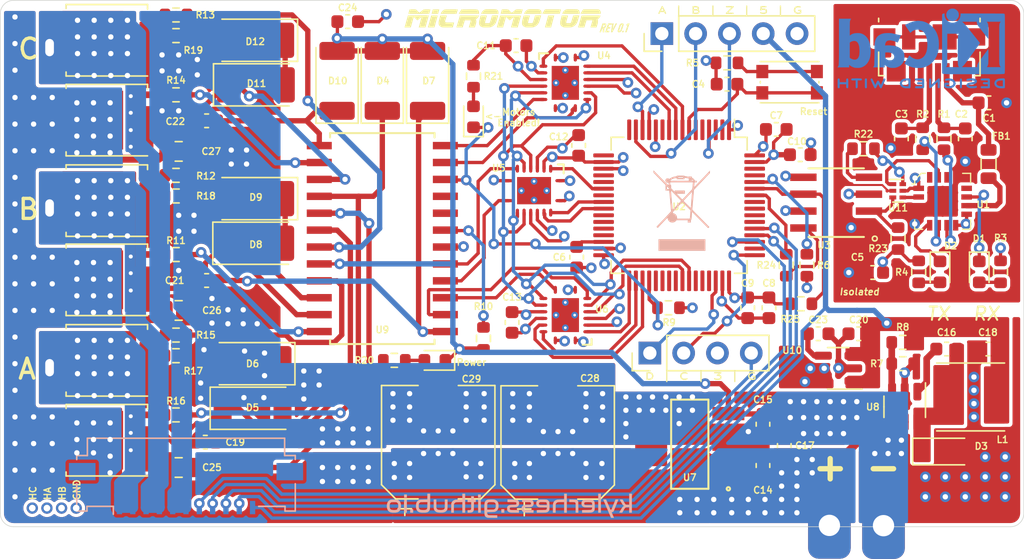
<source format=kicad_pcb>
(kicad_pcb (version 20171130) (host pcbnew "(5.1.6)-1")
  (layers (0 F.Cu signal) (1 In1.Cu power) (2 In2.Cu power) (31 B.Cu signal) (34 B.Paste user) (35 F.Paste user) (36 B.SilkS user) (37 F.SilkS user) (38 B.Mask user) (39 F.Mask user) (44 Edge.Cuts user))
  (net 0 "")
  (net 1 "Net-(C1-Pad1)")
  (net 2 GNDS)
  (net 3 "Net-(C2-Pad1)")
  (net 4 "Net-(C3-Pad1)")
  (net 5 "Net-(C4-Pad1)")
  (net 6 GND)
  (net 7 3v3Out)
  (net 8 "Net-(C6-Pad1)")
  (net 9 +3V3)
  (net 10 +VDC)
  (net 11 +10V)
  (net 12 "Net-(C16-Pad1)")
  (net 13 "Net-(C16-Pad2)")
  (net 14 5V_Out)
  (net 15 AHB)
  (net 16 MTR_A)
  (net 17 MTR_B)
  (net 18 BHB)
  (net 19 CHB)
  (net 20 MTR_C)
  (net 21 "Net-(C23-Pad2)")
  (net 22 "Net-(D1-Pad2)")
  (net 23 "Net-(D1-Pad1)")
  (net 24 "Net-(D2-Pad1)")
  (net 25 "Net-(D2-Pad2)")
  (net 26 "Net-(D5-Pad2)")
  (net 27 "Net-(D8-Pad2)")
  (net 28 "Net-(D11-Pad2)")
  (net 29 "Net-(FB1-Pad1)")
  (net 30 "Net-(J1-Pad4)")
  (net 31 "Net-(J1-Pad6)")
  (net 32 SWDIO)
  (net 33 SWCLK)
  (net 34 Encod_A)
  (net 35 Encod_B)
  (net 36 Encod_Z)
  (net 37 AHO)
  (net 38 ALO)
  (net 39 BHO)
  (net 40 BLO)
  (net 41 CHO)
  (net 42 CLO)
  (net 43 "Net-(R1-Pad2)")
  (net 44 "Net-(R2-Pad1)")
  (net 45 "Net-(R5-Pad2)")
  (net 46 "Net-(R6-Pad2)")
  (net 47 "Net-(R7-Pad2)")
  (net 48 DIS)
  (net 49 "Net-(R10-Pad2)")
  (net 50 "Net-(R11-Pad1)")
  (net 51 "Net-(R12-Pad1)")
  (net 52 "Net-(R13-Pad1)")
  (net 53 "Net-(R14-Pad1)")
  (net 54 "Net-(R15-Pad1)")
  (net 55 "Net-(R16-Pad1)")
  (net 56 RXD)
  (net 57 "Net-(U1-Pad15)")
  (net 58 "Net-(U1-Pad14)")
  (net 59 "Net-(U1-Pad16)")
  (net 60 "Net-(U1-Pad12)")
  (net 61 "Net-(U2-Pad2)")
  (net 62 "Net-(U2-Pad3)")
  (net 63 "Net-(U2-Pad5)")
  (net 64 "Net-(U2-Pad6)")
  (net 65 S_0)
  (net 66 S_1)
  (net 67 S_2)
  (net 68 S_3)
  (net 69 "Net-(U2-Pad20)")
  (net 70 "Net-(U2-Pad21)")
  (net 71 S_4)
  (net 72 S_5)
  (net 73 AHI)
  (net 74 ALI)
  (net 75 BHI)
  (net 76 CL_EN)
  (net 77 "Net-(U2-Pad37)")
  (net 78 "Net-(U2-Pad38)")
  (net 79 HALL_A)
  (net 80 HALL_B)
  (net 81 +PWM)
  (net 82 -PWM)
  (net 83 "Net-(U2-Pad43)")
  (net 84 "Net-(U2-Pad44)")
  (net 85 "Net-(U2-Pad45)")
  (net 86 "Net-(U2-Pad50)")
  (net 87 HALL_C)
  (net 88 "Net-(U2-Pad54)")
  (net 89 BLI)
  (net 90 CHI)
  (net 91 CLI)
  (net 92 USART1_TX)
  (net 93 USART1_RX)
  (net 94 AL_EN)
  (net 95 BL_EN)
  (net 96 "Net-(U4-Pad17)")
  (net 97 "Net-(U5-Pad17)")
  (net 98 "Net-(U6-Pad17)")
  (net 99 "Net-(U9-Pad8)")
  (net 100 "Net-(U9-Pad9)")
  (net 101 "Net-(U2-Pad26)")
  (net 102 "Net-(U2-Pad27)")
  (net 103 "Net-(U2-Pad28)")
  (net 104 "Net-(U2-Pad29)")
  (net 105 "Net-(U2-Pad55)")
  (net 106 "Net-(U2-Pad56)")
  (net 107 "Net-(U2-Pad57)")
  (net 108 "Net-(U2-Pad61)")
  (net 109 "Net-(U2-Pad62)")
  (net 110 "Net-(U2-Pad23)")
  (net 111 "Net-(U2-Pad11)")
  (net 112 "Net-(U2-Pad16)")
  (net 113 "Net-(U2-Pad17)")
  (net 114 "Net-(U2-Pad39)")
  (net 115 "Net-(U2-Pad40)")
  (net 116 "Net-(D13-Pad2)")
  (net 117 "Net-(D14-Pad2)")
  (net 118 "Net-(R22-Pad1)")
  (net 119 "Net-(R22-Pad2)")
  (net 120 "Net-(R24-Pad1)")
  (net 121 -RXD)
  (module kyleRhess_logos:kylerhess_github (layer B.Cu) (at 145.75 108.1 180)
    (fp_text reference G*** hide)
    (fp_text value LOGO hide)
  )
  (module kyleRhess_logos:rev_0p1 (layer F.Cu) (at 153.65 72.25)
    (fp_text reference G*** hide)
    (fp_text value LOGO hide)
  )
  (module kyleRhess_logos:logo_foxhound (layer B.Cu) (at 179.2 94.55 180)
    (fp_text reference G*** hide)
    (fp_text value LOGO hide)
  )
  (module Connector_Pin:Pin_D0.5mm_L6.5mm_W1.8mm_FlatFork (layer F.Cu) (at 113.2 108.35)
    (fp_text reference J8 hide)
    (fp_text value Conn_01x01_Male)
    (pad 1 thru_hole circle (at 0 0) (size 0.85 0.85) (drill 0.5) (layers *.Cu *.Mask) (net 6 GND))
  )
  (module Connector_Pin:Pin_D0.5mm_L6.5mm_W1.8mm_FlatFork (layer F.Cu) (at 112.1 108.35)
    (fp_text reference J8 hide)
    (fp_text value Conn_01x01_Male)
    (pad 1 thru_hole circle (at 0 0) (size 0.85 0.85) (drill 0.5) (layers *.Cu *.Mask) (net 80 HALL_B))
  )
  (module Connector_Pin:Pin_D0.5mm_L6.5mm_W1.8mm_FlatFork (layer F.Cu) (at 111 108.35)
    (fp_text reference J8 hide)
    (fp_text value Conn_01x01_Male)
    (pad 1 thru_hole circle (at 0 0) (size 0.85 0.85) (drill 0.5) (layers *.Cu *.Mask) (net 79 HALL_A))
  )
  (module Connector_Pin:Pin_D0.5mm_L6.5mm_W1.8mm_FlatFork (layer F.Cu) (at 109.9 108.35)
    (fp_text reference J8 hide)
    (fp_text value Conn_01x01_Male)
    (pad 1 thru_hole circle (at 0 0) (size 0.85 0.85) (drill 0.5) (layers *.Cu *.Mask) (net 87 HALL_C))
  )
  (module Symbol:KiCad-Logo2_5mm_Copper (layer B.Cu) (at 176.7 73.8 180)
    (fp_text reference REF** hide)
    (fp_text value KiCad-Logo2_5mm_Copper hide)
    (fp_poly (pts (xy -2.9464 2.510946) (xy -2.935535 2.397007) (xy -2.903918 2.289384) (xy -2.853015 2.190385) (xy -2.784293 2.102316) (xy -2.699219 2.027484) (xy -2.602232 1.969616) (xy -2.495964 1.929995) (xy -2.38895 1.911427) (xy -2.2833 1.912566) (xy -2.181125 1.93207) (xy -2.084534 1.968594) (xy -1.995638 2.020795) (xy -1.916546 2.087327) (xy -1.849369 2.166848) (xy -1.796217 2.258013) (xy -1.759199 2.359477) (xy -1.740427 2.469898) (xy -1.738489 2.519794) (xy -1.738489 2.607733) (xy -1.68656 2.607733) (xy -1.650253 2.604889) (xy -1.623355 2.593089) (xy -1.596249 2.569351) (xy -1.557867 2.530969) (xy -1.557867 0.339398) (xy -1.557876 0.077261) (xy -1.557908 -0.163241) (xy -1.557972 -0.383048) (xy -1.558076 -0.583101) (xy -1.558227 -0.764344) (xy -1.558434 -0.927716) (xy -1.558706 -1.07416) (xy -1.55905 -1.204617) (xy -1.559474 -1.320029) (xy -1.559987 -1.421338) (xy -1.560597 -1.509484) (xy -1.561312 -1.58541) (xy -1.56214 -1.650057) (xy -1.563089 -1.704367) (xy -1.564167 -1.74928) (xy -1.565383 -1.78574) (xy -1.566745 -1.814687) (xy -1.568261 -1.837063) (xy -1.569938 -1.853809) (xy -1.571786 -1.865868) (xy -1.573813 -1.87418) (xy -1.576025 -1.879687) (xy -1.577108 -1.881537) (xy -1.581271 -1.888549) (xy -1.584805 -1.894996) (xy -1.588635 -1.9009) (xy -1.593682 -1.906286) (xy -1.600871 -1.911178) (xy -1.611123 -1.915598) (xy -1.625364 -1.919572) (xy -1.644514 -1.923121) (xy -1.669499 -1.92627) (xy -1.70124 -1.929042) (xy -1.740662 -1.931461) (xy -1.788686 -1.933551) (xy -1.846237 -1.935335) (xy -1.914237 -1.936837) (xy -1.99361 -1.93808) (xy -2.085279 -1.939089) (xy -2.190166 -1.939885) (xy -2.309196 -1.940494) (xy -2.44329 -1.940939) (xy -2.593373 -1.941243) (xy -2.760367 -1.94143) (xy -2.945196 -1.941524) (xy -3.148783 -1.941548) (xy -3.37205 -1.941525) (xy -3.615922 -1.94148) (xy -3.881321 -1.941437) (xy -3.919704 -1.941432) (xy -4.186682 -1.941389) (xy -4.432002 -1.941318) (xy -4.656583 -1.941213) (xy -4.861345 -1.941066) (xy -5.047206 -1.940869) (xy -5.215088 -1.940616) (xy -5.365908 -1.9403) (xy -5.500587 -1.939913) (xy -5.620044 -1.939447) (xy -5.725199 -1.938897) (xy -5.816971 -1.938253) (xy -5.896279 -1.937511) (xy -5.964043 -1.936661) (xy -6.021182 -1.935697) (xy -6.068617 -1.934611) (xy -6.107266 -1.933397) (xy -6.138049 -1.932047) (xy -6.161885 -1.930555) (xy -6.179694 -1.928911) (xy -6.192395 -1.927111) (xy -6.200908 -1.925145) (xy -6.205266 -1.923477) (xy -6.213728 -1.919906) (xy -6.221497 -1.91727) (xy -6.228602 -1.914634) (xy -6.235073 -1.911062) (xy -6.240939 -1.905621) (xy -6.246229 -1.897375) (xy -6.250974 -1.88539) (xy -6.255202 -1.868731) (xy -6.258943 -1.846463) (xy -6.262227 -1.817652) (xy -6.265083 -1.781363) (xy -6.26754 -1.736661) (xy -6.269629 -1.682611) (xy -6.271378 -1.618279) (xy -6.272817 -1.54273) (xy -6.273976 -1.45503) (xy -6.274883 -1.354243) (xy -6.275569 -1.239434) (xy -6.276063 -1.10967) (xy -6.276395 -0.964015) (xy -6.276593 -0.801535) (xy -6.276687 -0.621295) (xy -6.276708 -0.42236) (xy -6.276685 -0.203796) (xy -6.276646 0.035332) (xy -6.276622 0.29596) (xy -6.276622 0.338111) (xy -6.276636 0.601008) (xy -6.276661 0.842268) (xy -6.276671 1.062835) (xy -6.276642 1.263648) (xy -6.276548 1.445651) (xy -6.276362 1.609784) (xy -6.276059 1.756989) (xy -6.275614 1.888208) (xy -6.275034 1.998133) (xy -5.972197 1.998133) (xy -5.932407 1.940289) (xy -5.921236 1.924521) (xy -5.911166 1.910559) (xy -5.902138 1.897216) (xy -5.894097 1.883307) (xy -5.886986 1.867644) (xy -5.880747 1.849042) (xy -5.875325 1.826314) (xy -5.870662 1.798273) (xy -5.866701 1.763733) (xy -5.863385 1.721508) (xy -5.860659 1.670411) (xy -5.858464 1.609256) (xy -5.856745 1.536856) (xy -5.855444 1.452025) (xy -5.854505 1.353578) (xy -5.85387 1.240326) (xy -5.853484 1.111084) (xy -5.853288 0.964666) (xy -5.853227 0.799884) (xy -5.853243 0.615553) (xy -5.85328 0.410487) (xy -5.853289 0.287867) (xy -5.853265 0.070918) (xy -5.853231 -0.124642) (xy -5.853243 -0.299999) (xy -5.853358 -0.456341) (xy -5.85363 -0.594857) (xy -5.854118 -0.716734) (xy -5.854876 -0.82316) (xy -5.855962 -0.915322) (xy -5.857431 -0.994409) (xy -5.85934 -1.061608) (xy -5.861744 -1.118107) (xy -5.864701 -1.165093) (xy -5.868266 -1.203755) (xy -5.872495 -1.23528) (xy -5.877446 -1.260855) (xy -5.883173 -1.28167) (xy -5.889733 -1.298911) (xy -5.897183 -1.313765) (xy -5.905579 -1.327422) (xy -5.914976 -1.341069) (xy -5.925432 -1.355893) (xy -5.931523 -1.364783) (xy -5.970296 -1.4224) (xy -5.438732 -1.4224) (xy -5.315483 -1.422365) (xy -5.212987 -1.422215) (xy -5.12942 -1.421878) (xy -5.062956 -1.421286) (xy -5.011771 -1.420367) (xy -4.974041 -1.419051) (xy -4.94794 -1.417269) (xy -4.931644 -1.414951) (xy -4.923328 -1.412026) (xy -4.921168 -1.408424) (xy -4.923339 -1.404075) (xy -4.924535 -1.402645) (xy -4.949685 -1.365573) (xy -4.975583 -1.312772) (xy -4.999192 -1.25077) (xy -5.007461 -1.224357) (xy -5.012078 -1.206416) (xy -5.015979 -1.185355) (xy -5.019248 -1.159089) (xy -5.021966 -1.125532) (xy -5.024215 -1.082599) (xy -5.026077 -1.028204) (xy -5.027636 -0.960262) (xy -5.028972 -0.876688) (xy -5.030169 -0.775395) (xy -5.031308 -0.6543) (xy -5.031685 -0.6096) (xy -5.032702 -0.484449) (xy -5.03346 -0.380082) (xy -5.033903 -0.294707) (xy -5.03397 -0.226533) (xy -5.033605 -0.173765) (xy -5.032748 -0.134614) (xy -5.031341 -0.107285) (xy -5.029325 -0.089986) (xy -5.026643 -0.080926) (xy -5.023236 -0.078312) (xy -5.019044 -0.080351) (xy -5.014571 -0.084667) (xy -5.004216 -0.097602) (xy -4.982158 -0.126676) (xy -4.949957 -0.169759) (xy -4.909174 -0.224718) (xy -4.86137 -0.289423) (xy -4.808105 -0.361742) (xy -4.75094 -0.439544) (xy -4.691437 -0.520698) (xy -4.631155 -0.603072) (xy -4.571655 -0.684536) (xy -4.514498 -0.762957) (xy -4.461245 -0.836204) (xy -4.413457 -0.902147) (xy -4.372693 -0.958654) (xy -4.340516 -1.003593) (xy -4.318485 -1.034834) (xy -4.313917 -1.041466) (xy -4.290996 -1.078369) (xy -4.264188 -1.126359) (xy -4.238789 -1.175897) (xy -4.235568 -1.182577) (xy -4.21389 -1.230772) (xy -4.201304 -1.268334) (xy -4.195574 -1.30416) (xy -4.194456 -1.3462) (xy -4.19509 -1.4224) (xy -3.040651 -1.4224) (xy -3.131815 -1.328669) (xy -3.178612 -1.278775) (xy -3.228899 -1.222295) (xy -3.274944 -1.168026) (xy -3.295369 -1.142673) (xy -3.325807 -1.103128) (xy -3.365862 -1.049916) (xy -3.414361 -0.984667) (xy -3.470135 -0.909011) (xy -3.532011 -0.824577) (xy -3.598819 -0.732994) (xy -3.669387 -0.635892) (xy -3.742545 -0.534901) (xy -3.817121 -0.43165) (xy -3.891944 -0.327768) (xy -3.965843 -0.224885) (xy -4.037646 -0.124631) (xy -4.106184 -0.028636) (xy -4.170284 0.061473) (xy -4.228775 0.144064) (xy -4.280486 0.217508) (xy -4.324247 0.280176) (xy -4.358885 0.330439) (xy -4.38323 0.366666) (xy -4.396111 0.387229) (xy -4.397869 0.391332) (xy -4.38991 0.402658) (xy -4.369115 0.429838) (xy -4.336847 0.471171) (xy -4.29447 0.524956) (xy -4.243347 0.589494) (xy -4.184841 0.663082) (xy -4.120314 0.744022) (xy -4.051131 0.830612) (xy -3.978653 0.921152) (xy -3.904246 1.01394) (xy -3.844517 1.088298) (xy -2.833511 1.088298) (xy -2.827602 1.075341) (xy -2.813272 1.053092) (xy -2.812225 1.051609) (xy -2.793438 1.021456) (xy -2.773791 0.984625) (xy -2.769892 0.976489) (xy -2.766356 0.96806) (xy -2.76323 0.957941) (xy -2.760486 0.94474) (xy -2.758092 0.927062) (xy -2.756019 0.903516) (xy -2.754235 0.872707) (xy -2.752712 0.833243) (xy -2.751419 0.783731) (xy -2.750326 0.722777) (xy -2.749403 0.648989) (xy -2.748619 0.560972) (xy -2.747945 0.457335) (xy -2.74735 0.336684) (xy -2.746805 0.197626) (xy -2.746279 0.038768) (xy -2.745745 -0.140089) (xy -2.745206 -0.325207) (xy -2.744772 -0.489145) (xy -2.744509 -0.633303) (xy -2.744484 -0.759079) (xy -2.744765 -0.867871) (xy -2.745419 -0.961077) (xy -2.746514 -1.040097) (xy -2.748118 -1.106328) (xy -2.750297 -1.16117) (xy -2.753119 -1.206021) (xy -2.756651 -1.242278) (xy -2.760961 -1.271341) (xy -2.766117 -1.294609) (xy -2.772185 -1.313479) (xy -2.779233 -1.329351) (xy -2.787329 -1.343622) (xy -2.79654 -1.357691) (xy -2.80504 -1.370158) (xy -2.822176 -1.396452) (xy -2.832322 -1.414037) (xy -2.833511 -1.417257) (xy -2.822604 -1.418334) (xy -2.791411 -1.419335) (xy -2.742223 -1.420235) (xy -2.677333 -1.42101) (xy -2.59903 -1.421637) (xy -2.509607 -1.422091) (xy -2.411356 -1.422349) (xy -2.342445 -1.4224) (xy -2.237452 -1.42218) (xy -2.14061 -1.421548) (xy -2.054107 -1.420549) (xy -1.980132 -1.419227) (xy -1.920874 -1.417626) (xy -1.87852 -1.415791) (xy -1.85526 -1.413765) (xy -1.851378 -1.412493) (xy -1.859076 -1.397591) (xy -1.867074 -1.38956) (xy -1.880246 -1.372434) (xy -1.897485 -1.342183) (xy -1.909407 -1.317622) (xy -1.936045 -1.258711) (xy -1.93912 -0.081845) (xy -1.942195 1.095022) (xy -2.387853 1.095022) (xy -2.48567 1.094858) (xy -2.576064 1.094389) (xy -2.65663 1.093653) (xy -2.724962 1.092684) (xy -2.778656 1.09152) (xy -2.815305 1.090197) (xy -2.832504 1.088751) (xy -2.833511 1.088298) (xy -3.844517 1.088298) (xy -3.82927 1.107278) (xy -3.75509 1.199463) (xy -3.683069 1.288796) (xy -3.614569 1.373576) (xy -3.550955 1.452102) (xy -3.493588 1.522674) (xy -3.443833 1.583591) (xy -3.403052 1.633153) (xy -3.385888 1.653822) (xy -3.299596 1.754484) (xy -3.222997 1.837741) (xy -3.154183 1.905562) (xy -3.091248 1.959911) (xy -3.081867 1.967278) (xy -3.042356 1.997883) (xy -4.174116 1.998133) (xy -4.168827 1.950156) (xy -4.17213 1.892812) (xy -4.193661 1.824537) (xy -4.233635 1.744788) (xy -4.278943 1.672505) (xy -4.295161 1.64986) (xy -4.323214 1.612304) (xy -4.36143 1.561979) (xy -4.408137 1.501027) (xy -4.461661 1.431589) (xy -4.520331 1.355806) (xy -4.582475 1.27582) (xy -4.646421 1.193772) (xy -4.710495 1.111804) (xy -4.773027 1.032057) (xy -4.832343 0.956673) (xy -4.886771 0.887793) (xy -4.934639 0.827558) (xy -4.974275 0.778111) (xy -5.004006 0.741592) (xy -5.022161 0.720142) (xy -5.02522 0.716844) (xy -5.028079 0.724851) (xy -5.030293 0.755145) (xy -5.031857 0.807444) (xy -5.032767 0.881469) (xy -5.03302 0.976937) (xy -5.032613 1.093566) (xy -5.031704 1.213555) (xy -5.030382 1.345667) (xy -5.028857 1.457406) (xy -5.026881 1.550975) (xy -5.024206 1.628581) (xy -5.020582 1.692426) (xy -5.015761 1.744717) (xy -5.009494 1.787656) (xy -5.001532 1.823449) (xy -4.991627 1.8543) (xy -4.979531 1.882414) (xy -4.964993 1.909995) (xy -4.950311 1.935034) (xy -4.912314 1.998133) (xy -5.972197 1.998133) (xy -6.275034 1.998133) (xy -6.275001 2.004383) (xy -6.274195 2.106456) (xy -6.27317 2.195367) (xy -6.2719 2.272059) (xy -6.27036 2.337473) (xy -6.268524 2.392551) (xy -6.266367 2.438235) (xy -6.263863 2.475466) (xy -6.260987 2.505187) (xy -6.257713 2.528338) (xy -6.254015 2.545861) (xy -6.249869 2.558699) (xy -6.245247 2.567792) (xy -6.240126 2.574082) (xy -6.234478 2.578512) (xy -6.228279 2.582022) (xy -6.221504 2.585555) (xy -6.215508 2.589124) (xy -6.210275 2.5917) (xy -6.202099 2.594028) (xy -6.189886 2.596122) (xy -6.172541 2.597993) (xy -6.148969 2.599653) (xy -6.118077 2.601116) (xy -6.078768 2.602392) (xy -6.02995 2.603496) (xy -5.970527 2.604439) (xy -5.899404 2.605233) (xy -5.815488 2.605891) (xy -5.717683 2.606425) (xy -5.604894 2.606847) (xy -5.476029 2.607171) (xy -5.329991 2.607408) (xy -5.165686 2.60757) (xy -4.98202 2.60767) (xy -4.777897 2.60772) (xy -4.566753 2.607733) (xy -2.9464 2.607733) (xy -2.9464 2.510946)) (layer B.Cu) (width 0.01))
    (fp_poly (pts (xy 0.328429 2.050929) (xy 0.48857 2.029755) (xy 0.65251 1.989615) (xy 0.822313 1.930111) (xy 1.000043 1.850846) (xy 1.01131 1.845301) (xy 1.069005 1.817275) (xy 1.120552 1.793198) (xy 1.162191 1.774751) (xy 1.190162 1.763614) (xy 1.199733 1.761067) (xy 1.21895 1.756059) (xy 1.223561 1.751853) (xy 1.218458 1.74142) (xy 1.202418 1.715132) (xy 1.177288 1.675743) (xy 1.144914 1.626009) (xy 1.107143 1.568685) (xy 1.065822 1.506524) (xy 1.022798 1.442282) (xy 0.979917 1.378715) (xy 0.939026 1.318575) (xy 0.901971 1.26462) (xy 0.8706 1.219603) (xy 0.846759 1.186279) (xy 0.832294 1.167403) (xy 0.830309 1.165213) (xy 0.820191 1.169862) (xy 0.79785 1.187038) (xy 0.76728 1.21356) (xy 0.751536 1.228036) (xy 0.655047 1.303318) (xy 0.548336 1.358759) (xy 0.432832 1.393859) (xy 0.309962 1.40812) (xy 0.240561 1.406949) (xy 0.119423 1.389788) (xy 0.010205 1.353906) (xy -0.087418 1.299041) (xy -0.173772 1.22493) (xy -0.249185 1.131312) (xy -0.313982 1.017924) (xy -0.351399 0.931333) (xy -0.395252 0.795634) (xy -0.427572 0.64815) (xy -0.448443 0.492686) (xy -0.457949 0.333044) (xy -0.456173 0.173027) (xy -0.443197 0.016439) (xy -0.419106 -0.132918) (xy -0.383982 -0.27124) (xy -0.337908 -0.394724) (xy -0.321627 -0.428978) (xy -0.25338 -0.543064) (xy -0.172921 -0.639557) (xy -0.08143 -0.71767) (xy 0.019911 -0.776617) (xy 0.12992 -0.815612) (xy 0.247415 -0.833868) (xy 0.288883 -0.835211) (xy 0.410441 -0.82429) (xy 0.530878 -0.791474) (xy 0.648666 -0.737439) (xy 0.762277 -0.662865) (xy 0.853685 -0.584539) (xy 0.900215 -0.540008) (xy 1.081483 -0.837271) (xy 1.12658 -0.911433) (xy 1.167819 -0.979646) (xy 1.203735 -1.039459) (xy 1.232866 -1.08842) (xy 1.25375 -1.124079) (xy 1.264924 -1.143984) (xy 1.266375 -1.147079) (xy 1.258146 -1.156718) (xy 1.232567 -1.173999) (xy 1.192873 -1.197283) (xy 1.142297 -1.224934) (xy 1.084074 -1.255315) (xy 1.021437 -1.28679) (xy 0.957621 -1.317722) (xy 0.89586 -1.346473) (xy 0.839388 -1.371408) (xy 0.791438 -1.390889) (xy 0.767986 -1.399318) (xy 0.634221 -1.437133) (xy 0.496327 -1.462136) (xy 0.348622 -1.47514) (xy 0.221833 -1.477468) (xy 0.153878 -1.476373) (xy 0.088277 -1.474275) (xy 0.030847 -1.471434) (xy -0.012597 -1.468106) (xy -0.026702 -1.466422) (xy -0.165716 -1.437587) (xy -0.307243 -1.392468) (xy -0.444725 -1.33375) (xy -0.571606 -1.26412) (xy -0.649111 -1.211441) (xy -0.776519 -1.103239) (xy -0.894822 -0.976671) (xy -1.001828 -0.834866) (xy -1.095348 -0.680951) (xy -1.17319 -0.518053) (xy -1.217044 -0.400756) (xy -1.267292 -0.217128) (xy -1.300791 -0.022581) (xy -1.317551 0.178675) (xy -1.317584 0.382432) (xy -1.300899 0.584479) (xy -1.267507 0.780608) (xy -1.21742 0.966609) (xy -1.213603 0.978197) (xy -1.150719 1.14025) (xy -1.073972 1.288168) (xy -0.980758 1.426135) (xy -0.868473 1.558339) (xy -0.824608 1.603601) (xy -0.688466 1.727543) (xy -0.548509 1.830085) (xy -0.402589 1.912344) (xy -0.248558 1.975436) (xy -0.084268 2.020477) (xy 0.011289 2.037967) (xy 0.170023 2.053534) (xy 0.328429 2.050929)) (layer B.Cu) (width 0.01))
    (fp_poly (pts (xy 2.673574 1.133448) (xy 2.825492 1.113433) (xy 2.960756 1.079798) (xy 3.080239 1.032275) (xy 3.184815 0.970595) (xy 3.262424 0.907035) (xy 3.331265 0.832901) (xy 3.385006 0.753129) (xy 3.42791 0.660909) (xy 3.443384 0.617839) (xy 3.456244 0.578858) (xy 3.467446 0.542711) (xy 3.47712 0.507566) (xy 3.485396 0.47159) (xy 3.492403 0.43295) (xy 3.498272 0.389815) (xy 3.503131 0.340351) (xy 3.50711 0.282727) (xy 3.51034 0.215109) (xy 3.512949 0.135666) (xy 3.515067 0.042564) (xy 3.516824 -0.066027) (xy 3.518349 -0.191942) (xy 3.519772 -0.337012) (xy 3.521025 -0.479778) (xy 3.522351 -0.635968) (xy 3.523556 -0.771239) (xy 3.524766 -0.887246) (xy 3.526106 -0.985645) (xy 3.5277 -1.068093) (xy 3.529675 -1.136246) (xy 3.532156 -1.19176) (xy 3.535269 -1.236292) (xy 3.539138 -1.271498) (xy 3.543889 -1.299034) (xy 3.549648 -1.320556) (xy 3.556539 -1.337722) (xy 3.564689 -1.352186) (xy 3.574223 -1.365606) (xy 3.585266 -1.379638) (xy 3.589566 -1.385071) (xy 3.605386 -1.40791) (xy 3.612422 -1.423463) (xy 3.612444 -1.423922) (xy 3.601567 -1.426121) (xy 3.570582 -1.428147) (xy 3.521957 -1.429942) (xy 3.458163 -1.431451) (xy 3.381669 -1.432616) (xy 3.294944 -1.43338) (xy 3.200457 -1.433686) (xy 3.18955 -1.433689) (xy 2.766657 -1.433689) (xy 2.763395 -1.337622) (xy 2.760133 -1.241556) (xy 2.698044 -1.292543) (xy 2.600714 -1.360057) (xy 2.490813 -1.414749) (xy 2.404349 -1.444978) (xy 2.335278 -1.459666) (xy 2.251925 -1.469659) (xy 2.162159 -1.474646) (xy 2.073845 -1.474313) (xy 1.994851 -1.468351) (xy 1.958622 -1.462638) (xy 1.818603 -1.424776) (xy 1.692178 -1.369932) (xy 1.58026 -1.298924) (xy 1.483762 -1.212568) (xy 1.4036 -1.111679) (xy 1.340687 -0.997076) (xy 1.296312 -0.870984) (xy 1.283978 -0.814401) (xy 1.276368 -0.752202) (xy 1.272739 -0.677363) (xy 1.272245 -0.643467) (xy 1.27231 -0.640282) (xy 2.032248 -0.640282) (xy 2.041541 -0.715333) (xy 2.069728 -0.77916) (xy 2.118197 -0.834798) (xy 2.123254 -0.839211) (xy 2.171548 -0.874037) (xy 2.223257 -0.89662) (xy 2.283989 -0.90854) (xy 2.359352 -0.911383) (xy 2.377459 -0.910978) (xy 2.431278 -0.908325) (xy 2.471308 -0.902909) (xy 2.506324 -0.892745) (xy 2.545103 -0.87585) (xy 2.555745 -0.870672) (xy 2.616396 -0.834844) (xy 2.663215 -0.792212) (xy 2.675952 -0.776973) (xy 2.720622 -0.720462) (xy 2.720622 -0.524586) (xy 2.720086 -0.445939) (xy 2.718396 -0.387988) (xy 2.715428 -0.348875) (xy 2.711057 -0.326741) (xy 2.706972 -0.320274) (xy 2.691047 -0.317111) (xy 2.657264 -0.314488) (xy 2.61034 -0.312655) (xy 2.554993 -0.311857) (xy 2.546106 -0.311842) (xy 2.42533 -0.317096) (xy 2.32266 -0.333263) (xy 2.236106 -0.360961) (xy 2.163681 -0.400808) (xy 2.108751 -0.447758) (xy 2.064204 -0.505645) (xy 2.03948 -0.568693) (xy 2.032248 -0.640282) (xy 1.27231 -0.640282) (xy 1.274178 -0.549712) (xy 1.282522 -0.470812) (xy 1.298768 -0.39959) (xy 1.324405 -0.328864) (xy 1.348401 -0.276493) (xy 1.40702 -0.181196) (xy 1.485117 -0.09317) (xy 1.580315 -0.014017) (xy 1.690238 0.05466) (xy 1.81251 0.111259) (xy 1.944755 0.154179) (xy 2.009422 0.169118) (xy 2.145604 0.191223) (xy 2.294049 0.205806) (xy 2.445505 0.212187) (xy 2.572064 0.210555) (xy 2.73395 0.203776) (xy 2.72653 0.262755) (xy 2.707238 0.361908) (xy 2.676104 0.442628) (xy 2.632269 0.505534) (xy 2.574871 0.551244) (xy 2.503048 0.580378) (xy 2.415941 0.593553) (xy 2.312686 0.591389) (xy 2.274711 0.587388) (xy 2.13352 0.56222) (xy 1.996707 0.521186) (xy 1.902178 0.483185) (xy 1.857018 0.46381) (xy 1.818585 0.44824) (xy 1.792234 0.438595) (xy 1.784546 0.436548) (xy 1.774802 0.445626) (xy 1.758083 0.474595) (xy 1.734232 0.523783) (xy 1.703093 0.593516) (xy 1.664507 0.684121) (xy 1.65791 0.699911) (xy 1.627853 0.772228) (xy 1.600874 0.837575) (xy 1.578136 0.893094) (xy 1.560806 0.935928) (xy 1.550048 0.963219) (xy 1.546941 0.972058) (xy 1.55694 0.976813) (xy 1.583217 0.98209) (xy 1.611489 0.985769) (xy 1.641646 0.990526) (xy 1.689433 0.999972) (xy 1.750612 1.01318) (xy 1.820946 1.029224) (xy 1.896194 1.04718) (xy 1.924755 1.054203) (xy 2.029816 1.079791) (xy 2.11748 1.099853) (xy 2.192068 1.115031) (xy 2.257903 1.125965) (xy 2.319307 1.133296) (xy 2.380602 1.137665) (xy 2.44611 1.139713) (xy 2.504128 1.140111) (xy 2.673574 1.133448)) (layer B.Cu) (width 0.01))
    (fp_poly (pts (xy 6.186507 0.527755) (xy 6.186526 0.293338) (xy 6.186552 0.080397) (xy 6.186625 -0.112168) (xy 6.186782 -0.285459) (xy 6.187064 -0.440576) (xy 6.187509 -0.57862) (xy 6.188156 -0.700692) (xy 6.189045 -0.807894) (xy 6.190213 -0.901326) (xy 6.191701 -0.98209) (xy 6.193546 -1.051286) (xy 6.195789 -1.110015) (xy 6.198469 -1.159379) (xy 6.201623 -1.200478) (xy 6.205292 -1.234413) (xy 6.209513 -1.262286) (xy 6.214327 -1.285198) (xy 6.219773 -1.304249) (xy 6.225888 -1.32054) (xy 6.232712 -1.335173) (xy 6.240285 -1.349249) (xy 6.248645 -1.363868) (xy 6.253839 -1.372974) (xy 6.288104 -1.433689) (xy 5.429955 -1.433689) (xy 5.429955 -1.337733) (xy 5.429224 -1.29437) (xy 5.427272 -1.261205) (xy 5.424463 -1.243424) (xy 5.423221 -1.241778) (xy 5.411799 -1.248662) (xy 5.389084 -1.266505) (xy 5.366385 -1.285879) (xy 5.3118 -1.326614) (xy 5.242321 -1.367617) (xy 5.16527 -1.405123) (xy 5.087965 -1.435364) (xy 5.057113 -1.445012) (xy 4.988616 -1.459578) (xy 4.905764 -1.469539) (xy 4.816371 -1.474583) (xy 4.728248 -1.474396) (xy 4.649207 -1.468666) (xy 4.611511 -1.462858) (xy 4.473414 -1.424797) (xy 4.346113 -1.367073) (xy 4.230292 -1.290211) (xy 4.126637 -1.194739) (xy 4.035833 -1.081179) (xy 3.969031 -0.970381) (xy 3.914164 -0.853625) (xy 3.872163 -0.734276) (xy 3.842167 -0.608283) (xy 3.823311 -0.471594) (xy 3.814732 -0.320158) (xy 3.814006 -0.242711) (xy 3.8161 -0.185934) (xy 4.645217 -0.185934) (xy 4.645424 -0.279002) (xy 4.648337 -0.366692) (xy 4.654 -0.443772) (xy 4.662455 -0.505009) (xy 4.665038 -0.51735) (xy 4.69684 -0.624633) (xy 4.738498 -0.711658) (xy 4.790363 -0.778642) (xy 4.852781 -0.825805) (xy 4.9261 -0.853365) (xy 5.010669 -0.861541) (xy 5.106835 -0.850551) (xy 5.170311 -0.834829) (xy 5.219454 -0.816639) (xy 5.273583 -0.790791) (xy 5.314244 -0.767089) (xy 5.3848 -0.720721) (xy 5.3848 0.42947) (xy 5.317392 0.473038) (xy 5.238867 0.51396) (xy 5.154681 0.540611) (xy 5.069557 0.552535) (xy 4.988216 0.549278) (xy 4.91538 0.530385) (xy 4.883426 0.514816) (xy 4.825501 0.471819) (xy 4.776544 0.415047) (xy 4.73539 0.342425) (xy 4.700874 0.251879) (xy 4.671833 0.141334) (xy 4.670552 0.135467) (xy 4.660381 0.073212) (xy 4.652739 -0.004594) (xy 4.64767 -0.09272) (xy 4.645217 -0.185934) (xy 3.8161 -0.185934) (xy 3.821857 -0.029895) (xy 3.843802 0.165941) (xy 3.879786 0.344668) (xy 3.929759 0.506155) (xy 3.993668 0.650274) (xy 4.071462 0.776894) (xy 4.163089 0.885885) (xy 4.268497 0.977117) (xy 4.313662 1.008068) (xy 4.414611 1.064215) (xy 4.517901 1.103826) (xy 4.627989 1.127986) (xy 4.74933 1.137781) (xy 4.841836 1.136735) (xy 4.97149 1.125769) (xy 5.084084 1.103954) (xy 5.182875 1.070286) (xy 5.271121 1.023764) (xy 5.319986 0.989552) (xy 5.349353 0.967638) (xy 5.371043 0.952667) (xy 5.379253 0.948267) (xy 5.380868 0.959096) (xy 5.382159 0.989749) (xy 5.383138 1.037474) (xy 5.383817 1.099521) (xy 5.38421 1.173138) (xy 5.38433 1.255573) (xy 5.384188 1.344075) (xy 5.383797 1.435893) (xy 5.383171 1.528276) (xy 5.38232 1.618472) (xy 5.38126 1.703729) (xy 5.380001 1.781297) (xy 5.378556 1.848424) (xy 5.376938 1.902359) (xy 5.375161 1.94035) (xy 5.374669 1.947333) (xy 5.367092 2.017749) (xy 5.355531 2.072898) (xy 5.337792 2.120019) (xy 5.311682 2.166353) (xy 5.305415 2.175933) (xy 5.280983 2.212622) (xy 6.186311 2.212622) (xy 6.186507 0.527755)) (layer B.Cu) (width 0.01))
    (fp_poly (pts (xy -2.273043 2.973429) (xy -2.176768 2.949191) (xy -2.090184 2.906359) (xy -2.015373 2.846581) (xy -1.954418 2.771506) (xy -1.909399 2.68278) (xy -1.883136 2.58647) (xy -1.877286 2.489205) (xy -1.89214 2.395346) (xy -1.92584 2.307489) (xy -1.976528 2.22823) (xy -2.042345 2.160164) (xy -2.121434 2.105888) (xy -2.211934 2.067998) (xy -2.2632 2.055574) (xy -2.307698 2.048053) (xy -2.341999 2.045081) (xy -2.37496 2.046906) (xy -2.415434 2.053775) (xy -2.448531 2.06075) (xy -2.541947 2.092259) (xy -2.625619 2.143383) (xy -2.697665 2.212571) (xy -2.7562 2.298272) (xy -2.770148 2.325511) (xy -2.786586 2.361878) (xy -2.796894 2.392418) (xy -2.80246 2.42455) (xy -2.804669 2.465693) (xy -2.804948 2.511778) (xy -2.800861 2.596135) (xy -2.787446 2.665414) (xy -2.762256 2.726039) (xy -2.722846 2.784433) (xy -2.684298 2.828698) (xy -2.612406 2.894516) (xy -2.537313 2.939947) (xy -2.454562 2.96715) (xy -2.376928 2.977424) (xy -2.273043 2.973429)) (layer B.Cu) (width 0.01))
    (fp_poly (pts (xy -6.121371 -2.269066) (xy -6.081889 -2.269467) (xy -5.9662 -2.272259) (xy -5.869311 -2.28055) (xy -5.787919 -2.295232) (xy -5.718723 -2.317193) (xy -5.65842 -2.347322) (xy -5.603708 -2.38651) (xy -5.584167 -2.403532) (xy -5.55175 -2.443363) (xy -5.52252 -2.497413) (xy -5.499991 -2.557323) (xy -5.487679 -2.614739) (xy -5.4864 -2.635956) (xy -5.494417 -2.694769) (xy -5.515899 -2.759013) (xy -5.546999 -2.819821) (xy -5.583866 -2.86833) (xy -5.589854 -2.874182) (xy -5.640579 -2.915321) (xy -5.696125 -2.947435) (xy -5.759696 -2.971365) (xy -5.834494 -2.987953) (xy -5.923722 -2.998041) (xy -6.030582 -3.002469) (xy -6.079528 -3.002845) (xy -6.141762 -3.002545) (xy -6.185528 -3.001292) (xy -6.214931 -2.998554) (xy -6.234079 -2.993801) (xy -6.247077 -2.986501) (xy -6.254045 -2.980267) (xy -6.260626 -2.972694) (xy -6.265788 -2.962924) (xy -6.269703 -2.94834) (xy -6.272543 -2.926326) (xy -6.27448 -2.894264) (xy -6.275684 -2.849536) (xy -6.276328 -2.789526) (xy -6.276583 -2.711617) (xy -6.276622 -2.635956) (xy -6.27687 -2.535041) (xy -6.276817 -2.454427) (xy -6.275857 -2.415822) (xy -6.129867 -2.415822) (xy -6.129867 -2.856089) (xy -6.036734 -2.856004) (xy -5.980693 -2.854396) (xy -5.921999 -2.850256) (xy -5.873028 -2.844464) (xy -5.871538 -2.844226) (xy -5.792392 -2.82509) (xy -5.731002 -2.795287) (xy -5.684305 -2.752878) (xy -5.654635 -2.706961) (xy -5.636353 -2.656026) (xy -5.637771 -2.6082) (xy -5.658988 -2.556933) (xy -5.700489 -2.503899) (xy -5.757998 -2.4646) (xy -5.83275 -2.438331) (xy -5.882708 -2.429035) (xy -5.939416 -2.422507) (xy -5.999519 -2.417782) (xy -6.050639 -2.415817) (xy -6.053667 -2.415808) (xy -6.129867 -2.415822) (xy -6.275857 -2.415822) (xy -6.27526 -2.391851) (xy -6.270998 -2.345055) (xy -6.26283 -2.311778) (xy -6.249556 -2.289759) (xy -6.229974 -2.276739) (xy -6.202883 -2.270457) (xy -6.167082 -2.268653) (xy -6.121371 -2.269066)) (layer B.Cu) (width 0.01))
    (fp_poly (pts (xy -4.712794 -2.269146) (xy -4.643386 -2.269518) (xy -4.590997 -2.270385) (xy -4.552847 -2.271946) (xy -4.526159 -2.274403) (xy -4.508153 -2.277957) (xy -4.496049 -2.28281) (xy -4.487069 -2.289161) (xy -4.483818 -2.292084) (xy -4.464043 -2.323142) (xy -4.460482 -2.358828) (xy -4.473491 -2.39051) (xy -4.479506 -2.396913) (xy -4.489235 -2.403121) (xy -4.504901 -2.40791) (xy -4.529408 -2.411514) (xy -4.565661 -2.414164) (xy -4.616565 -2.416095) (xy -4.685026 -2.417539) (xy -4.747617 -2.418418) (xy -4.995334 -2.421467) (xy -4.998719 -2.486378) (xy -5.002105 -2.551289) (xy -4.833958 -2.551289) (xy -4.760959 -2.551919) (xy -4.707517 -2.554553) (xy -4.670628 -2.560309) (xy -4.647288 -2.570304) (xy -4.634494 -2.585656) (xy -4.629242 -2.607482) (xy -4.628445 -2.627738) (xy -4.630923 -2.652592) (xy -4.640277 -2.670906) (xy -4.659383 -2.683637) (xy -4.691118 -2.691741) (xy -4.738359 -2.696176) (xy -4.803983 -2.697899) (xy -4.839801 -2.698045) (xy -5.000978 -2.698045) (xy -5.000978 -2.856089) (xy -4.752622 -2.856089) (xy -4.671213 -2.856202) (xy -4.609342 -2.856712) (xy -4.563968 -2.85787) (xy -4.532054 -2.85993) (xy -4.510559 -2.863146) (xy -4.496443 -2.867772) (xy -4.486668 -2.874059) (xy -4.481689 -2.878667) (xy -4.46461 -2.90556) (xy -4.459111 -2.929467) (xy -4.466963 -2.958667) (xy -4.481689 -2.980267) (xy -4.489546 -2.987066) (xy -4.499688 -2.992346) (xy -4.514844 -2.996298) (xy -4.537741 -2.999113) (xy -4.571109 -3.000982) (xy -4.617675 -3.002098) (xy -4.680167 -3.002651) (xy -4.761314 -3.002833) (xy -4.803422 -3.002845) (xy -4.893598 -3.002765) (xy -4.963924 -3.002398) (xy -5.017129 -3.001552) (xy -5.05594 -3.000036) (xy -5.083087 -2.997659) (xy -5.101298 -2.994229) (xy -5.1133 -2.989554) (xy -5.121822 -2.983444) (xy -5.125156 -2.980267) (xy -5.131755 -2.97267) (xy -5.136927 -2.96287) (xy -5.140846 -2.948239) (xy -5.143684 -2.926152) (xy -5.145615 -2.893982) (xy -5.146812 -2.849103) (xy -5.147448 -2.788889) (xy -5.147697 -2.710713) (xy -5.147734 -2.637923) (xy -5.1477 -2.544707) (xy -5.147465 -2.471431) (xy -5.14683 -2.415458) (xy -5.145594 -2.374151) (xy -5.143556 -2.344872) (xy -5.140517 -2.324984) (xy -5.136277 -2.31185) (xy -5.130635 -2.302832) (xy -5.123391 -2.295293) (xy -5.121606 -2.293612) (xy -5.112945 -2.286172) (xy -5.102882 -2.280409) (xy -5.088625 -2.276112) (xy -5.067383 -2.273064) (xy -5.036364 -2.271051) (xy -4.992777 -2.26986) (xy -4.933831 -2.269275) (xy -4.856734 -2.269083) (xy -4.802001 -2.269067) (xy -4.712794 -2.269146)) (layer B.Cu) (width 0.01))
    (fp_poly (pts (xy -3.691703 -2.270351) (xy -3.616888 -2.275581) (xy -3.547306 -2.28375) (xy -3.487002 -2.29455) (xy -3.44002 -2.307673) (xy -3.410406 -2.322813) (xy -3.40586 -2.327269) (xy -3.390054 -2.36185) (xy -3.394847 -2.397351) (xy -3.419364 -2.427725) (xy -3.420534 -2.428596) (xy -3.434954 -2.437954) (xy -3.450008 -2.442876) (xy -3.471005 -2.443473) (xy -3.503257 -2.439861) (xy -3.552073 -2.432154) (xy -3.556 -2.431505) (xy -3.628739 -2.422569) (xy -3.707217 -2.418161) (xy -3.785927 -2.418119) (xy -3.859361 -2.422279) (xy -3.922011 -2.430479) (xy -3.96837 -2.442557) (xy -3.971416 -2.443771) (xy -4.005048 -2.462615) (xy -4.016864 -2.481685) (xy -4.007614 -2.500439) (xy -3.978047 -2.518337) (xy -3.928911 -2.534837) (xy -3.860957 -2.549396) (xy -3.815645 -2.556406) (xy -3.721456 -2.569889) (xy -3.646544 -2.582214) (xy -3.587717 -2.594449) (xy -3.541785 -2.607661) (xy -3.505555 -2.622917) (xy -3.475838 -2.641285) (xy -3.449442 -2.663831) (xy -3.42823 -2.685971) (xy -3.403065 -2.716819) (xy -3.390681 -2.743345) (xy -3.386808 -2.776026) (xy -3.386667 -2.787995) (xy -3.389576 -2.827712) (xy -3.401202 -2.857259) (xy -3.421323 -2.883486) (xy -3.462216 -2.923576) (xy -3.507817 -2.954149) (xy -3.561513 -2.976203) (xy -3.626692 -2.990735) (xy -3.706744 -2.998741) (xy -3.805057 -3.001218) (xy -3.821289 -3.001177) (xy -3.886849 -2.999818) (xy -3.951866 -2.99673) (xy -4.009252 -2.992356) (xy -4.051922 -2.98714) (xy -4.055372 -2.986541) (xy -4.097796 -2.976491) (xy -4.13378 -2.963796) (xy -4.15415 -2.95219) (xy -4.173107 -2.921572) (xy -4.174427 -2.885918) (xy -4.158085 -2.854144) (xy -4.154429 -2.850551) (xy -4.139315 -2.839876) (xy -4.120415 -2.835276) (xy -4.091162 -2.836059) (xy -4.055651 -2.840127) (xy -4.01597 -2.843762) (xy -3.960345 -2.846828) (xy -3.895406 -2.849053) (xy -3.827785 -2.850164) (xy -3.81 -2.850237) (xy -3.742128 -2.849964) (xy -3.692454 -2.848646) (xy -3.65661 -2.845827) (xy -3.630224 -2.84105) (xy -3.608926 -2.833857) (xy -3.596126 -2.827867) (xy -3.568 -2.811233) (xy -3.550068 -2.796168) (xy -3.547447 -2.791897) (xy -3.552976 -2.774263) (xy -3.57926 -2.757192) (xy -3.624478 -2.741458) (xy -3.686808 -2.727838) (xy -3.705171 -2.724804) (xy -3.80109 -2.709738) (xy -3.877641 -2.697146) (xy -3.93778 -2.686111) (xy -3.98446 -2.67572) (xy -4.020637 -2.665056) (xy -4.049265 -2.653205) (xy -4.073298 -2.639251) (xy -4.095692 -2.622281) (xy -4.119402 -2.601378) (xy -4.12738 -2.594049) (xy -4.155353 -2.566699) (xy -4.17016 -2.545029) (xy -4.175952 -2.520232) (xy -4.176889 -2.488983) (xy -4.166575 -2.427705) (xy -4.135752 -2.37564) (xy -4.084595 -2.332958) (xy -4.013283 -2.299825) (xy -3.9624 -2.284964) (xy -3.9071 -2.275366) (xy -3.840853 -2.269936) (xy -3.767706 -2.268367) (xy -3.691703 -2.270351)) (layer B.Cu) (width 0.01))
    (fp_poly (pts (xy -2.923822 -2.291645) (xy -2.917242 -2.299218) (xy -2.912079 -2.308987) (xy -2.908164 -2.323571) (xy -2.905324 -2.345585) (xy -2.903387 -2.377648) (xy -2.902183 -2.422375) (xy -2.901539 -2.482385) (xy -2.901284 -2.560294) (xy -2.901245 -2.635956) (xy -2.901314 -2.729802) (xy -2.901638 -2.803689) (xy -2.902386 -2.860232) (xy -2.903732 -2.902049) (xy -2.905846 -2.931757) (xy -2.9089 -2.951973) (xy -2.913066 -2.965314) (xy -2.918516 -2.974398) (xy -2.923822 -2.980267) (xy -2.956826 -2.999947) (xy -2.991991 -2.998181) (xy -3.023455 -2.976717) (xy -3.030684 -2.968337) (xy -3.036334 -2.958614) (xy -3.040599 -2.944861) (xy -3.043673 -2.924389) (xy -3.045752 -2.894512) (xy -3.04703 -2.852541) (xy -3.047701 -2.795789) (xy -3.047959 -2.721567) (xy -3.048 -2.637537) (xy -3.048 -2.324485) (xy -3.020291 -2.296776) (xy -2.986137 -2.273463) (xy -2.953006 -2.272623) (xy -2.923822 -2.291645)) (layer B.Cu) (width 0.01))
    (fp_poly (pts (xy -1.950081 -2.274599) (xy -1.881565 -2.286095) (xy -1.828943 -2.303967) (xy -1.794708 -2.327499) (xy -1.785379 -2.340924) (xy -1.775893 -2.372148) (xy -1.782277 -2.400395) (xy -1.80243 -2.427182) (xy -1.833745 -2.439713) (xy -1.879183 -2.438696) (xy -1.914326 -2.431906) (xy -1.992419 -2.418971) (xy -2.072226 -2.417742) (xy -2.161555 -2.428241) (xy -2.186229 -2.43269) (xy -2.269291 -2.456108) (xy -2.334273 -2.490945) (xy -2.380461 -2.536604) (xy -2.407145 -2.592494) (xy -2.412663 -2.621388) (xy -2.409051 -2.680012) (xy -2.385729 -2.731879) (xy -2.344824 -2.775978) (xy -2.288459 -2.811299) (xy -2.21876 -2.836829) (xy -2.137852 -2.851559) (xy -2.04786 -2.854478) (xy -1.95091 -2.844575) (xy -1.945436 -2.843641) (xy -1.906875 -2.836459) (xy -1.885494 -2.829521) (xy -1.876227 -2.819227) (xy -1.874006 -2.801976) (xy -1.873956 -2.792841) (xy -1.873956 -2.754489) (xy -1.942431 -2.754489) (xy -2.0029 -2.750347) (xy -2.044165 -2.737147) (xy -2.068175 -2.71373) (xy -2.076877 -2.678936) (xy -2.076983 -2.674394) (xy -2.071892 -2.644654) (xy -2.054433 -2.623419) (xy -2.021939 -2.609366) (xy -1.971743 -2.601173) (xy -1.923123 -2.598161) (xy -1.852456 -2.596433) (xy -1.801198 -2.59907) (xy -1.766239 -2.6088) (xy -1.74447 -2.628353) (xy -1.73278 -2.660456) (xy -1.72806 -2.707838) (xy -1.7272 -2.770071) (xy -1.728609 -2.839535) (xy -1.732848 -2.886786) (xy -1.739936 -2.912012) (xy -1.741311 -2.913988) (xy -1.780228 -2.945508) (xy -1.837286 -2.97047) (xy -1.908869 -2.98834) (xy -1.991358 -2.998586) (xy -2.081139 -3.000673) (xy -2.174592 -2.994068) (xy -2.229556 -2.985956) (xy -2.315766 -2.961554) (xy -2.395892 -2.921662) (xy -2.462977 -2.869887) (xy -2.473173 -2.859539) (xy -2.506302 -2.816035) (xy -2.536194 -2.762118) (xy -2.559357 -2.705592) (xy -2.572298 -2.654259) (xy -2.573858 -2.634544) (xy -2.567218 -2.593419) (xy -2.549568 -2.542252) (xy -2.524297 -2.488394) (xy -2.494789 -2.439195) (xy -2.468719 -2.406334) (xy -2.407765 -2.357452) (xy -2.328969 -2.318545) (xy -2.235157 -2.290494) (xy -2.12915 -2.274179) (xy -2.032 -2.270192) (xy -1.950081 -2.274599)) (layer B.Cu) (width 0.01))
    (fp_poly (pts (xy -1.300114 -2.273448) (xy -1.276548 -2.287273) (xy -1.245735 -2.309881) (xy -1.206078 -2.342338) (xy -1.15598 -2.385708) (xy -1.093843 -2.441058) (xy -1.018072 -2.509451) (xy -0.931334 -2.588084) (xy -0.750711 -2.751878) (xy -0.745067 -2.532029) (xy -0.743029 -2.456351) (xy -0.741063 -2.399994) (xy -0.738734 -2.359706) (xy -0.735606 -2.332235) (xy -0.731245 -2.314329) (xy -0.725216 -2.302737) (xy -0.717084 -2.294208) (xy -0.712772 -2.290623) (xy -0.678241 -2.27167) (xy -0.645383 -2.274441) (xy -0.619318 -2.290633) (xy -0.592667 -2.312199) (xy -0.589352 -2.627151) (xy -0.588435 -2.719779) (xy -0.587968 -2.792544) (xy -0.588113 -2.848161) (xy -0.589032 -2.889342) (xy -0.590887 -2.918803) (xy -0.593839 -2.939255) (xy -0.59805 -2.953413) (xy -0.603682 -2.963991) (xy -0.609927 -2.972474) (xy -0.623439 -2.988207) (xy -0.636883 -2.998636) (xy -0.652124 -3.002639) (xy -0.671026 -2.999094) (xy -0.695455 -2.986879) (xy -0.727273 -2.964871) (xy -0.768348 -2.931949) (xy -0.820542 -2.886991) (xy -0.885722 -2.828875) (xy -0.959556 -2.762099) (xy -1.224845 -2.521458) (xy -1.230489 -2.740589) (xy -1.232531 -2.816128) (xy -1.234502 -2.872354) (xy -1.236839 -2.912524) (xy -1.239981 -2.939896) (xy -1.244364 -2.957728) (xy -1.250424 -2.969279) (xy -1.2586 -2.977807) (xy -1.262784 -2.981282) (xy -1.299765 -3.000372) (xy -1.334708 -2.997493) (xy -1.365136 -2.9731) (xy -1.372097 -2.963286) (xy -1.377523 -2.951826) (xy -1.381603 -2.935968) (xy -1.384529 -2.912963) (xy -1.386492 -2.880062) (xy -1.387683 -2.834516) (xy -1.388292 -2.773573) (xy -1.388511 -2.694486) (xy -1.388534 -2.635956) (xy -1.38846 -2.544407) (xy -1.388113 -2.472687) (xy -1.387301 -2.418045) (xy -1.385833 -2.377732) (xy -1.383519 -2.348998) (xy -1.380167 -2.329093) (xy -1.375588 -2.315268) (xy -1.369589 -2.304772) (xy -1.365136 -2.298811) (xy -1.35385 -2.284691) (xy -1.343301 -2.274029) (xy -1.331893 -2.267892) (xy -1.31803 -2.267343) (xy -1.300114 -2.273448)) (layer B.Cu) (width 0.01))
    (fp_poly (pts (xy 0.230343 -2.26926) (xy 0.306701 -2.270174) (xy 0.365217 -2.272311) (xy 0.408255 -2.276175) (xy 0.438183 -2.282267) (xy 0.457368 -2.29109) (xy 0.468176 -2.303146) (xy 0.472973 -2.318939) (xy 0.474127 -2.33897) (xy 0.474133 -2.341335) (xy 0.473131 -2.363992) (xy 0.468396 -2.381503) (xy 0.457333 -2.394574) (xy 0.437348 -2.403913) (xy 0.405846 -2.410227) (xy 0.360232 -2.414222) (xy 0.297913 -2.416606) (xy 0.216293 -2.418086) (xy 0.191277 -2.418414) (xy -0.0508 -2.421467) (xy -0.054186 -2.486378) (xy -0.057571 -2.551289) (xy 0.110576 -2.551289) (xy 0.176266 -2.551531) (xy 0.223172 -2.552556) (xy 0.255083 -2.554811) (xy 0.275791 -2.558742) (xy 0.289084 -2.564798) (xy 0.298755 -2.573424) (xy 0.298817 -2.573493) (xy 0.316356 -2.607112) (xy 0.315722 -2.643448) (xy 0.297314 -2.674423) (xy 0.293671 -2.677607) (xy 0.280741 -2.685812) (xy 0.263024 -2.691521) (xy 0.23657 -2.695162) (xy 0.197432 -2.697167) (xy 0.141662 -2.697964) (xy 0.105994 -2.698045) (xy -0.056445 -2.698045) (xy -0.056445 -2.856089) (xy 0.190161 -2.856089) (xy 0.27158 -2.856231) (xy 0.33341 -2.856814) (xy 0.378637 -2.858068) (xy 0.410248 -2.860227) (xy 0.431231 -2.863523) (xy 0.444573 -2.868189) (xy 0.453261 -2.874457) (xy 0.45545 -2.876733) (xy 0.471614 -2.90828) (xy 0.472797 -2.944168) (xy 0.459536 -2.975285) (xy 0.449043 -2.985271) (xy 0.438129 -2.990769) (xy 0.421217 -2.995022) (xy 0.395633 -2.99818) (xy 0.358701 -3.000392) (xy 0.307746 -3.001806) (xy 0.240094 -3.002572) (xy 0.153069 -3.002838) (xy 0.133394 -3.002845) (xy 0.044911 -3.002787) (xy -0.023773 -3.002467) (xy -0.075436 -3.001667) (xy -0.112855 -3.000167) (xy -0.13881 -2.997749) (xy -0.156078 -2.994194) (xy -0.167438 -2.989282) (xy -0.175668 -2.982795) (xy -0.180183 -2.978138) (xy -0.186979 -2.969889) (xy -0.192288 -2.959669) (xy -0.196294 -2.9448) (xy -0.199179 -2.922602) (xy -0.201126 -2.890393) (xy -0.202319 -2.845496) (xy -0.202939 -2.785228) (xy -0.203171 -2.706911) (xy -0.2032 -2.640994) (xy -0.203129 -2.548628) (xy -0.202792 -2.476117) (xy -0.202002 -2.420737) (xy -0.200574 -2.379765) (xy -0.198321 -2.350478) (xy -0.195057 -2.330153) (xy -0.190596 -2.316066) (xy -0.184752 -2.305495) (xy -0.179803 -2.298811) (xy -0.156406 -2.269067) (xy 0.133774 -2.269067) (xy 0.230343 -2.26926)) (layer B.Cu) (width 0.01))
    (fp_poly (pts (xy 1.018309 -2.269275) (xy 1.147288 -2.273636) (xy 1.256991 -2.286861) (xy 1.349226 -2.309741) (xy 1.425802 -2.34307) (xy 1.488527 -2.387638) (xy 1.539212 -2.444236) (xy 1.579663 -2.513658) (xy 1.580459 -2.515351) (xy 1.604601 -2.577483) (xy 1.613203 -2.632509) (xy 1.606231 -2.687887) (xy 1.583654 -2.751073) (xy 1.579372 -2.760689) (xy 1.550172 -2.816966) (xy 1.517356 -2.860451) (xy 1.475002 -2.897417) (xy 1.41719 -2.934135) (xy 1.413831 -2.936052) (xy 1.363504 -2.960227) (xy 1.306621 -2.978282) (xy 1.239527 -2.990839) (xy 1.158565 -2.998522) (xy 1.060082 -3.001953) (xy 1.025286 -3.002251) (xy 0.859594 -3.002845) (xy 0.836197 -2.9731) (xy 0.829257 -2.963319) (xy 0.823842 -2.951897) (xy 0.819765 -2.936095) (xy 0.816837 -2.913175) (xy 0.814867 -2.880396) (xy 0.814225 -2.856089) (xy 0.970844 -2.856089) (xy 1.064726 -2.856089) (xy 1.119664 -2.854483) (xy 1.17606 -2.850255) (xy 1.222345 -2.844292) (xy 1.225139 -2.84379) (xy 1.307348 -2.821736) (xy 1.371114 -2.7886) (xy 1.418452 -2.742847) (xy 1.451382 -2.682939) (xy 1.457108 -2.667061) (xy 1.462721 -2.642333) (xy 1.460291 -2.617902) (xy 1.448467 -2.5854) (xy 1.44134 -2.569434) (xy 1.418 -2.527006) (xy 1.38988 -2.49724) (xy 1.35894 -2.476511) (xy 1.296966 -2.449537) (xy 1.217651 -2.429998) (xy 1.125253 -2.418746) (xy 1.058333 -2.41627) (xy 0.970844 -2.415822) (xy 0.970844 -2.856089) (xy 0.814225 -2.856089) (xy 0.813668 -2.835021) (xy 0.81305 -2.774311) (xy 0.812825 -2.695526) (xy 0.8128 -2.63392) (xy 0.8128 -2.324485) (xy 0.840509 -2.296776) (xy 0.852806 -2.285544) (xy 0.866103 -2.277853) (xy 0.884672 -2.27304) (xy 0.912786 -2.270446) (xy 0.954717 -2.26941) (xy 1.014737 -2.26927) (xy 1.018309 -2.269275)) (layer B.Cu) (width 0.01))
    (fp_poly (pts (xy 3.744665 -2.271034) (xy 3.764255 -2.278035) (xy 3.76501 -2.278377) (xy 3.791613 -2.298678) (xy 3.80627 -2.319561) (xy 3.809138 -2.329352) (xy 3.808996 -2.342361) (xy 3.804961 -2.360895) (xy 3.796146 -2.387257) (xy 3.781669 -2.423752) (xy 3.760645 -2.472687) (xy 3.732188 -2.536365) (xy 3.695415 -2.617093) (xy 3.675175 -2.661216) (xy 3.638625 -2.739985) (xy 3.604315 -2.812423) (xy 3.573552 -2.87588) (xy 3.547648 -2.927708) (xy 3.52791 -2.965259) (xy 3.51565 -2.985884) (xy 3.513224 -2.988733) (xy 3.482183 -3.001302) (xy 3.447121 -2.999619) (xy 3.419 -2.984332) (xy 3.417854 -2.983089) (xy 3.406668 -2.966154) (xy 3.387904 -2.93317) (xy 3.363875 -2.88838) (xy 3.336897 -2.836032) (xy 3.327201 -2.816742) (xy 3.254014 -2.67015) (xy 3.17424 -2.829393) (xy 3.145767 -2.884415) (xy 3.11935 -2.932132) (xy 3.097148 -2.968893) (xy 3.081319 -2.991044) (xy 3.075954 -2.995741) (xy 3.034257 -3.002102) (xy 2.999849 -2.988733) (xy 2.989728 -2.974446) (xy 2.972214 -2.942692) (xy 2.948735 -2.896597) (xy 2.92072 -2.839285) (xy 2.889599 -2.77388) (xy 2.856799 -2.703507) (xy 2.82375 -2.631291) (xy 2.791881 -2.560355) (xy 2.762619 -2.493825) (xy 2.737395 -2.434826) (xy 2.717636 -2.386481) (xy 2.704772 -2.351915) (xy 2.700231 -2.334253) (xy 2.700277 -2.333613) (xy 2.711326 -2.311388) (xy 2.73341 -2.288753) (xy 2.73471 -2.287768) (xy 2.761853 -2.272425) (xy 2.786958 -2.272574) (xy 2.796368 -2.275466) (xy 2.807834 -2.281718) (xy 2.82001 -2.294014) (xy 2.834357 -2.314908) (xy 2.852336 -2.346949) (xy 2.875407 -2.392688) (xy 2.90503 -2.454677) (xy 2.931745 -2.511898) (xy 2.96248 -2.578226) (xy 2.990021 -2.637874) (xy 3.012938 -2.687725) (xy 3.029798 -2.724664) (xy 3.039173 -2.745573) (xy 3.04054 -2.748845) (xy 3.046689 -2.743497) (xy 3.060822 -2.721109) (xy 3.081057 -2.684946) (xy 3.105515 -2.638277) (xy 3.115248 -2.619022) (xy 3.148217 -2.554004) (xy 3.173643 -2.506654) (xy 3.193612 -2.474219) (xy 3.21021 -2.453946) (xy 3.225524 -2.443082) (xy 3.24164 -2.438875) (xy 3.252143 -2.4384) (xy 3.27067 -2.440042) (xy 3.286904 -2.446831) (xy 3.303035 -2.461566) (xy 3.321251 -2.487044) (xy 3.343739 -2.526061) (xy 3.372689 -2.581414) (xy 3.388662 -2.612903) (xy 3.41457 -2.663087) (xy 3.437167 -2.704704) (xy 3.454458 -2.734242) (xy 3.46445 -2.748189) (xy 3.465809 -2.74877) (xy 3.472261 -2.737793) (xy 3.486708 -2.70929) (xy 3.507703 -2.666244) (xy 3.533797 -2.611638) (xy 3.563546 -2.548454) (xy 3.57818 -2.517071) (xy 3.61625 -2.436078) (xy 3.646905 -2.373756) (xy 3.671737 -2.328071) (xy 3.692337 -2.296989) (xy 3.710298 -2.278478) (xy 3.72721 -2.270504) (xy 3.744665 -2.271034)) (layer B.Cu) (width 0.01))
    (fp_poly (pts (xy 4.188614 -2.275877) (xy 4.212327 -2.290647) (xy 4.238978 -2.312227) (xy 4.238978 -2.633773) (xy 4.238893 -2.72783) (xy 4.238529 -2.801932) (xy 4.237724 -2.858704) (xy 4.236313 -2.900768) (xy 4.234133 -2.930748) (xy 4.231021 -2.951267) (xy 4.226814 -2.964949) (xy 4.221348 -2.974416) (xy 4.217472 -2.979082) (xy 4.186034 -2.999575) (xy 4.150233 -2.998739) (xy 4.118873 -2.981264) (xy 4.092222 -2.959684) (xy 4.092222 -2.312227) (xy 4.118873 -2.290647) (xy 4.144594 -2.274949) (xy 4.1656 -2.269067) (xy 4.188614 -2.275877)) (layer B.Cu) (width 0.01))
    (fp_poly (pts (xy 4.963065 -2.269163) (xy 5.041772 -2.269542) (xy 5.102863 -2.270333) (xy 5.148817 -2.27167) (xy 5.182114 -2.273683) (xy 5.205236 -2.276506) (xy 5.220662 -2.280269) (xy 5.230871 -2.285105) (xy 5.235813 -2.288822) (xy 5.261457 -2.321358) (xy 5.264559 -2.355138) (xy 5.248711 -2.385826) (xy 5.238348 -2.398089) (xy 5.227196 -2.40645) (xy 5.211035 -2.411657) (xy 5.185642 -2.414457) (xy 5.146798 -2.415596) (xy 5.09028 -2.415821) (xy 5.07918 -2.415822) (xy 4.933244 -2.415822) (xy 4.933244 -2.686756) (xy 4.933148 -2.772154) (xy 4.932711 -2.837864) (xy 4.931712 -2.886774) (xy 4.929928 -2.921773) (xy 4.927137 -2.945749) (xy 4.923117 -2.961593) (xy 4.917645 -2.972191) (xy 4.910666 -2.980267) (xy 4.877734 -3.000112) (xy 4.843354 -2.998548) (xy 4.812176 -2.975906) (xy 4.809886 -2.9731) (xy 4.802429 -2.962492) (xy 4.796747 -2.950081) (xy 4.792601 -2.93285) (xy 4.78975 -2.907784) (xy 4.787954 -2.871867) (xy 4.786972 -2.822083) (xy 4.786564 -2.755417) (xy 4.786489 -2.679589) (xy 4.786489 -2.415822) (xy 4.647127 -2.415822) (xy 4.587322 -2.415418) (xy 4.545918 -2.41384) (xy 4.518748 -2.410547) (xy 4.501646 -2.404992) (xy 4.490443 -2.396631) (xy 4.489083 -2.395178) (xy 4.472725 -2.361939) (xy 4.474172 -2.324362) (xy 4.492978 -2.291645) (xy 4.50025 -2.285298) (xy 4.509627 -2.280266) (xy 4.523609 -2.276396) (xy 4.544696 -2.273537) (xy 4.575389 -2.271535) (xy 4.618189 -2.270239) (xy 4.675595 -2.269498) (xy 4.75011 -2.269158) (xy 4.844233 -2.269068) (xy 4.86426 -2.269067) (xy 4.963065 -2.269163)) (layer B.Cu) (width 0.01))
    (fp_poly (pts (xy 6.228823 -2.274533) (xy 6.260202 -2.296776) (xy 6.287911 -2.324485) (xy 6.287911 -2.63392) (xy 6.287838 -2.725799) (xy 6.287495 -2.79784) (xy 6.286692 -2.85278) (xy 6.285241 -2.89336) (xy 6.282952 -2.922317) (xy 6.279636 -2.942391) (xy 6.275105 -2.956321) (xy 6.269169 -2.966845) (xy 6.264514 -2.9731) (xy 6.233783 -2.997673) (xy 6.198496 -3.000341) (xy 6.166245 -2.985271) (xy 6.155588 -2.976374) (xy 6.148464 -2.964557) (xy 6.144167 -2.945526) (xy 6.141991 -2.914992) (xy 6.141228 -2.868662) (xy 6.141155 -2.832871) (xy 6.141155 -2.698045) (xy 5.644444 -2.698045) (xy 5.644444 -2.8207) (xy 5.643931 -2.876787) (xy 5.641876 -2.915333) (xy 5.637508 -2.941361) (xy 5.630056 -2.959897) (xy 5.621047 -2.9731) (xy 5.590144 -2.997604) (xy 5.555196 -3.000506) (xy 5.521738 -2.983089) (xy 5.512604 -2.973959) (xy 5.506152 -2.961855) (xy 5.501897 -2.943001) (xy 5.499352 -2.91362) (xy 5.498029 -2.869937) (xy 5.497443 -2.808175) (xy 5.497375 -2.794) (xy 5.496891 -2.677631) (xy 5.496641 -2.581727) (xy 5.496723 -2.504177) (xy 5.497231 -2.442869) (xy 5.498262 -2.39569) (xy 5.499913 -2.36053) (xy 5.502279 -2.335276) (xy 5.505457 -2.317817) (xy 5.509544 -2.306041) (xy 5.514634 -2.297835) (xy 5.520266 -2.291645) (xy 5.552128 -2.271844) (xy 5.585357 -2.274533) (xy 5.616735 -2.296776) (xy 5.629433 -2.311126) (xy 5.637526 -2.326978) (xy 5.642042 -2.349554) (xy 5.644006 -2.384078) (xy 5.644444 -2.435776) (xy 5.644444 -2.551289) (xy 6.141155 -2.551289) (xy 6.141155 -2.432756) (xy 6.141662 -2.378148) (xy 6.143698 -2.341275) (xy 6.148035 -2.317307) (xy 6.155447 -2.301415) (xy 6.163733 -2.291645) (xy 6.195594 -2.271844) (xy 6.228823 -2.274533)) (layer B.Cu) (width 0.01))
  )
  (module kyleRhess_logos:logo_blackmesa (layer B.Cu) (at 173.9 101.25 180)
    (fp_text reference G*** hide)
    (fp_text value LOGO hide)
  )
  (module TestPoint:TestPoint_THTPad_D1.0mm_Drill0.5mm (layer F.Cu) (at 111.15 96.8)
    (fp_text reference REF** hide)
    (fp_text value TestPoint_THTPad_D1.0mm_Drill0.5mm)
    (pad 1 thru_hole oval (at 0.05 1) (size 1.5 3) (drill oval 0.65 1.3) (layers *.Cu *.Mask) (net 16 MTR_A))
  )
  (module TestPoint:TestPoint_THTPad_D1.0mm_Drill0.5mm (layer F.Cu) (at 111.15 84.8)
    (fp_text reference REF** hide)
    (fp_text value TestPoint_THTPad_D1.0mm_Drill0.5mm)
    (pad 1 thru_hole oval (at 0.05 1) (size 1.5 3) (drill oval 0.65 1.3) (layers *.Cu *.Mask) (net 17 MTR_B))
  )
  (module TestPoint:TestPoint_THTPad_D1.0mm_Drill0.5mm (layer F.Cu) (at 111.15 72.75)
    (fp_text reference REF** hide)
    (fp_text value TestPoint_THTPad_D1.0mm_Drill0.5mm)
    (pad 1 thru_hole oval (at 0.05 1) (size 1.5 3) (drill oval 0.65 1.3) (layers *.Cu *.Mask) (net 20 MTR_C))
  )
  (module kyleRhess_logos:muMotor_logo (layer F.Cu) (at 145.3 71.55)
    (fp_text reference G*** hide)
    (fp_text value LOGO hide)
  )
  (module Symbol:WEEE-Logo_4.2x6mm_SilkScreen (layer B.Cu) (at 158.7 86 180)
    (fp_text reference REF** hide)
    (fp_text value WEEE-Logo_4.2x6mm_SilkScreen hide)
  )
  (module Resistor_SMD:R_0603_1608Metric (layer F.Cu) (at 143.05 75.9 270)
    (fp_text reference R21 (at 0 -1.5 180) (layer F.SilkS) (effects (font (size 0.5 0.5) (thickness 0.1))))
    (fp_text value 330)
    (pad 2 smd roundrect (at 0.825 0 270) (size 0.8 0.95) (layers F.Cu F.Paste F.Mask) (net 117 "Net-(D14-Pad2)"))
    (pad 1 smd roundrect (at -0.825 0 270) (size 0.8 0.95) (layers F.Cu F.Paste F.Mask) (net 9 +3V3))
  )
  (module Resistor_SMD:R_0603_1608Metric (layer F.Cu) (at 137.1 97.25)
    (fp_text reference R20 (at -2.25 0) (layer F.SilkS) (effects (font (size 0.5 0.5) (thickness 0.1))))
    (fp_text value 10k)
    (pad 2 smd roundrect (at 0.825 0) (size 0.8 0.95) (layers F.Cu F.Paste F.Mask) (net 116 "Net-(D13-Pad2)"))
    (pad 1 smd roundrect (at -0.825 0) (size 0.8 0.95) (layers F.Cu F.Paste F.Mask) (net 6 GND))
  )
  (module LED_SMD:LED_0603_1608Metric (layer F.Cu) (at 143.05 78.95 90)
    (fp_text reference D14 hide)
    (fp_text value LED)
    (pad 2 smd roundrect (at 0.7875 0 90) (size 0.875 0.95) (layers F.Cu F.Paste F.Mask) (net 117 "Net-(D14-Pad2)"))
    (pad 1 smd roundrect (at -0.7875 0 90) (size 0.875 0.95) (layers F.Cu F.Paste F.Mask) (net 48 DIS))
  )
  (module LED_SMD:LED_0603_1608Metric (layer F.Cu) (at 140.15 97.25 180)
    (fp_text reference D13 hide)
    (fp_text value LED)
    (pad 2 smd roundrect (at 0.7875 0 180) (size 0.875 0.95) (layers F.Cu F.Paste F.Mask) (net 116 "Net-(D13-Pad2)"))
    (pad 1 smd roundrect (at -0.7875 0 180) (size 0.875 0.95) (layers F.Cu F.Paste F.Mask) (net 11 +10V))
  )
  (module kyleRhess_packages:HIP4086ABZ (layer F.Cu) (at 136.2 88.1 180)
    (fp_text reference U9 (at 0 -6.85) (layer F.SilkS) (effects (font (size 0.5 0.5) (thickness 0.1))))
    (fp_text value HIP4086ABZ hide)
    (pad 24 smd rect (at 4.7371 -6.985 180) (size 1.8796 0.5588) (layers F.Cu F.Paste F.Mask) (net 50 "Net-(R11-Pad1)"))
    (pad 23 smd rect (at 4.7371 -5.715 180) (size 1.8796 0.5588) (layers F.Cu F.Paste F.Mask) (net 17 MTR_B))
    (pad 22 smd rect (at 4.7371 -4.445 180) (size 1.8796 0.5588) (layers F.Cu F.Paste F.Mask) (net 51 "Net-(R12-Pad1)"))
    (pad 21 smd rect (at 4.7371 -3.175 180) (size 1.8796 0.5588) (layers F.Cu F.Paste F.Mask) (net 54 "Net-(R15-Pad1)"))
    (pad 20 smd rect (at 4.7371 -1.905 180) (size 1.8796 0.5588) (layers F.Cu F.Paste F.Mask) (net 11 +10V))
    (pad 19 smd rect (at 4.7371 -0.635 180) (size 1.8796 0.5588) (layers F.Cu F.Paste F.Mask) (net 52 "Net-(R13-Pad1)"))
    (pad 18 smd rect (at 4.7371 0.635 180) (size 1.8796 0.5588) (layers F.Cu F.Paste F.Mask) (net 16 MTR_A))
    (pad 17 smd rect (at 4.7371 1.905 180) (size 1.8796 0.5588) (layers F.Cu F.Paste F.Mask) (net 55 "Net-(R16-Pad1)"))
    (pad 16 smd rect (at 4.7371 3.175 180) (size 1.8796 0.5588) (layers F.Cu F.Paste F.Mask) (net 15 AHB))
    (pad 15 smd rect (at 4.7371 4.445 180) (size 1.8796 0.5588) (layers F.Cu F.Paste F.Mask) (net 20 MTR_C))
    (pad 14 smd rect (at 4.7371 5.715 180) (size 1.8796 0.5588) (layers F.Cu F.Paste F.Mask) (net 53 "Net-(R14-Pad1)"))
    (pad 13 smd rect (at 4.7371 6.985 180) (size 1.8796 0.5588) (layers F.Cu F.Paste F.Mask) (net 19 CHB))
    (pad 12 smd rect (at -4.7371 6.985 180) (size 1.8796 0.5588) (layers F.Cu F.Paste F.Mask) (net 90 CHI))
    (pad 11 smd rect (at -4.7371 5.715 180) (size 1.8796 0.5588) (layers F.Cu F.Paste F.Mask) (net 91 CLI))
    (pad 10 smd rect (at -4.7371 4.445 180) (size 1.8796 0.5588) (layers F.Cu F.Paste F.Mask) (net 48 DIS))
    (pad 9 smd rect (at -4.7371 3.175 180) (size 1.8796 0.5588) (layers F.Cu F.Paste F.Mask) (net 100 "Net-(U9-Pad9)"))
    (pad 8 smd rect (at -4.7371 1.905 180) (size 1.8796 0.5588) (layers F.Cu F.Paste F.Mask) (net 99 "Net-(U9-Pad8)"))
    (pad 7 smd rect (at -4.7371 0.635 180) (size 1.8796 0.5588) (layers F.Cu F.Paste F.Mask) (net 49 "Net-(R10-Pad2)"))
    (pad 6 smd rect (at -4.7371 -0.635 180) (size 1.8796 0.5588) (layers F.Cu F.Paste F.Mask) (net 6 GND))
    (pad 5 smd rect (at -4.7371 -1.905 180) (size 1.8796 0.5588) (layers F.Cu F.Paste F.Mask) (net 73 AHI))
    (pad 4 smd rect (at -4.7371 -3.175 180) (size 1.8796 0.5588) (layers F.Cu F.Paste F.Mask) (net 74 ALI))
    (pad 3 smd rect (at -4.7371 -4.445 180) (size 1.8796 0.5588) (layers F.Cu F.Paste F.Mask) (net 89 BLI))
    (pad 2 smd rect (at -4.7371 -5.715 180) (size 1.8796 0.5588) (layers F.Cu F.Paste F.Mask) (net 75 BHI))
    (pad 1 smd rect (at -4.7371 -6.985 180) (size 1.8796 0.5588) (layers F.Cu F.Paste F.Mask) (net 18 BHB))
  )
  (module Capacitor_SMD:C_0805_2012Metric (layer F.Cu) (at 120.9 81.55)
    (fp_text reference C27 (at 2.45 0) (layer F.SilkS) (effects (font (size 0.5 0.5) (thickness 0.1))))
    (fp_text value 1uF)
    (pad 1 smd roundrect (at -0.95 0) (size 1 1.45) (layers F.Cu F.Paste F.Mask) (net 10 +VDC))
    (pad 2 smd roundrect (at 0.95 0) (size 1 1.45) (layers F.Cu F.Paste F.Mask) (net 6 GND))
  )
  (module digikey-footprints:PinHeader_1x2_P2.54mm (layer F.Cu) (at 170.3 109.65)
    (fp_text reference J4 hide)
    (fp_text value Conn_01x02_Female)
    (pad 1 thru_hole roundrect (at -0.508 0) (size 3.2 5) (drill 1.6) (layers *.Cu *.Mask) (net 10 +VDC))
    (pad 2 thru_hole roundrect (at 3.556 0.02) (size 3.2 5) (drill 1.6) (layers *.Cu *.Mask) (net 6 GND))
  )
  (module Diode_SMD:D_2010_5025Metric (layer F.Cu) (at 126.45 100.85)
    (fp_text reference D5 (at 0 -0.05) (layer F.SilkS) (effects (font (size 0.5 0.5) (thickness 0.1))))
    (fp_text value D)
    (pad 1 smd roundrect (at -2.25 0) (size 1.35 2.65) (layers F.Cu F.Paste F.Mask) (roundrect_rratio 0.185185) (net 16 MTR_A))
    (pad 2 smd roundrect (at 2.25 0) (size 1.35 2.65) (layers F.Cu F.Paste F.Mask) (roundrect_rratio 0.185185) (net 26 "Net-(D5-Pad2)"))
  )
  (module LED_SMD:LED_0603_1608Metric (layer F.Cu) (at 178.1 90.6 270)
    (fp_text reference D2 (at -1.95 -0.8 180) (layer F.SilkS) (effects (font (size 0.5 0.5) (thickness 0.1))))
    (fp_text value LED)
    (pad 1 smd roundrect (at -0.7875 0 270) (size 0.875 0.95) (layers F.Cu F.Paste F.Mask) (net 24 "Net-(D2-Pad1)"))
    (pad 2 smd roundrect (at 0.7875 0 270) (size 0.875 0.95) (layers F.Cu F.Paste F.Mask) (net 25 "Net-(D2-Pad2)"))
  )
  (module Resistor_SMD:R_0603_1608Metric (layer F.Cu) (at 176.5 90.6 270)
    (fp_text reference R4 (at 0.025 1.275 180) (layer F.SilkS) (effects (font (size 0.5 0.5) (thickness 0.1))))
    (fp_text value 330)
    (pad 1 smd roundrect (at -0.825 0 270) (size 0.8 0.95) (layers F.Cu F.Paste F.Mask) (net 7 3v3Out))
    (pad 2 smd roundrect (at 0.825 0 270) (size 0.8 0.95) (layers F.Cu F.Paste F.Mask) (net 25 "Net-(D2-Pad2)"))
  )
  (module Connector_PinHeader_2.54mm:PinHeader_1x05_P2.54mm_Vertical (layer F.Cu) (at 157.2 72.7 90)
    (fp_text reference J3 hide)
    (fp_text value Conn_01x05_Male)
    (pad 1 thru_hole rect (at 0 0 90) (size 1.7 1.7) (drill 1) (layers *.Cu *.Mask) (net 34 Encod_A))
    (pad 2 thru_hole oval (at 0 2.54 90) (size 1.7 1.7) (drill 1) (layers *.Cu *.Mask) (net 35 Encod_B))
    (pad 3 thru_hole oval (at 0 5.08 90) (size 1.7 1.7) (drill 1) (layers *.Cu *.Mask) (net 36 Encod_Z))
    (pad 4 thru_hole oval (at 0 7.62 90) (size 1.7 1.7) (drill 1) (layers *.Cu *.Mask) (net 14 5V_Out))
    (pad 5 thru_hole oval (at 0 10.16 90) (size 1.7 1.7) (drill 1) (layers *.Cu *.Mask) (net 6 GND))
  )
  (module kyleRhess_packages:SN74CB3Q3253RGYR (layer F.Cu) (at 149.95 76.4)
    (fp_text reference U4 (at 2.9 -2.05) (layer F.SilkS) (effects (font (size 0.5 0.5) (thickness 0.1))))
    (fp_text value SN74CB3Q3253RGYR hide)
    (pad 1 smd oval (at -0.749998 -1.899999) (size 0.24 0.599999) (layers F.Cu F.Paste F.Mask) (net 6 GND))
    (pad 2 smd oval (at -1.649999 -1.250003 90) (size 0.24 0.599999) (layers F.Cu F.Paste F.Mask) (net 66 S_1))
    (pad 3 smd oval (at -1.649999 -0.750004 90) (size 0.24 0.599999) (layers F.Cu F.Paste F.Mask) (net 6 GND))
    (pad 4 smd oval (at -1.649999 -0.250002 90) (size 0.24 0.599999) (layers F.Cu F.Paste F.Mask) (net 9 +3V3))
    (pad 5 smd oval (at -1.649999 0.249997 90) (size 0.24 0.599999) (layers F.Cu F.Paste F.Mask) (net 82 -PWM))
    (pad 6 smd oval (at -1.649999 0.749998 90) (size 0.24 0.599999) (layers F.Cu F.Paste F.Mask) (net 81 +PWM))
    (pad 7 smd oval (at -1.649999 1.249997 90) (size 0.24 0.599999) (layers F.Cu F.Paste F.Mask) (net 90 CHI))
    (pad 8 smd oval (at -0.749998 1.899999) (size 0.24 0.599999) (layers F.Cu F.Paste F.Mask) (net 6 GND))
    (pad 9 smd oval (at 0.750004 1.899999) (size 0.24 0.599999) (layers F.Cu F.Paste F.Mask) (net 91 CLI))
    (pad 10 smd oval (at 1.649999 1.249997 90) (size 0.24 0.599999) (layers F.Cu F.Paste F.Mask) (net 81 +PWM))
    (pad 11 smd oval (at 1.649999 0.749998 90) (size 0.24 0.599999) (layers F.Cu F.Paste F.Mask) (net 82 -PWM))
    (pad 12 smd oval (at 1.649999 0.249997 90) (size 0.24 0.599999) (layers F.Cu F.Paste F.Mask) (net 9 +3V3))
    (pad 13 smd oval (at 1.649999 -0.250002 90) (size 0.24 0.599999) (layers F.Cu F.Paste F.Mask) (net 6 GND))
    (pad 14 smd oval (at 1.649999 -0.750004 90) (size 0.24 0.599999) (layers F.Cu F.Paste F.Mask) (net 65 S_0))
    (pad 15 smd oval (at 1.649999 -1.250003 90) (size 0.24 0.599999) (layers F.Cu F.Paste F.Mask) (net 94 AL_EN))
    (pad 16 smd oval (at 0.750004 -1.899999) (size 0.24 0.599999) (layers F.Cu F.Paste F.Mask) (net 9 +3V3))
    (pad 17 smd rect (at 0 0 90) (size 2.55 2.050001) (layers F.Cu F.Paste F.Mask) (net 96 "Net-(U4-Pad17)"))
    (pad V thru_hole circle (at 0.000003 0.949998) (size 0.499999 0.499999) (drill 0.2032) (layers *.Cu *.Mask))
    (pad V thru_hole circle (at 0.700004 -0.000003) (size 0.499999 0.499999) (drill 0.2032) (layers *.Cu *.Mask))
    (pad V thru_hole circle (at -0.699999 -0.000003) (size 0.499999 0.499999) (drill 0.2032) (layers *.Cu *.Mask))
    (pad V thru_hole circle (at 0.000003 -0.950003) (size 0.499999 0.499999) (drill 0.2032) (layers *.Cu *.Mask))
  )
  (module kyleRhess_packages:SN74CB3Q3253RGYR (layer F.Cu) (at 149.95 93.849998 180)
    (fp_text reference U6 (at -2.75 0.449998) (layer F.SilkS) (effects (font (size 0.5 0.5) (thickness 0.1))))
    (fp_text value SN74CB3Q3253RGYR hide)
    (pad 1 smd oval (at -0.749998 -1.899999 180) (size 0.24 0.599999) (layers F.Cu F.Paste F.Mask) (net 6 GND))
    (pad 2 smd oval (at -1.649999 -1.250003 270) (size 0.24 0.599999) (layers F.Cu F.Paste F.Mask) (net 72 S_5))
    (pad 3 smd oval (at -1.649999 -0.750004 270) (size 0.24 0.599999) (layers F.Cu F.Paste F.Mask) (net 6 GND))
    (pad 4 smd oval (at -1.649999 -0.250002 270) (size 0.24 0.599999) (layers F.Cu F.Paste F.Mask) (net 9 +3V3))
    (pad 5 smd oval (at -1.649999 0.249997 270) (size 0.24 0.599999) (layers F.Cu F.Paste F.Mask) (net 82 -PWM))
    (pad 6 smd oval (at -1.649999 0.749998 270) (size 0.24 0.599999) (layers F.Cu F.Paste F.Mask) (net 81 +PWM))
    (pad 7 smd oval (at -1.649999 1.249997 270) (size 0.24 0.599999) (layers F.Cu F.Paste F.Mask) (net 75 BHI))
    (pad 8 smd oval (at -0.749998 1.899999 180) (size 0.24 0.599999) (layers F.Cu F.Paste F.Mask) (net 6 GND))
    (pad 9 smd oval (at 0.750004 1.899999 180) (size 0.24 0.599999) (layers F.Cu F.Paste F.Mask) (net 89 BLI))
    (pad 10 smd oval (at 1.649999 1.249997 270) (size 0.24 0.599999) (layers F.Cu F.Paste F.Mask) (net 81 +PWM))
    (pad 11 smd oval (at 1.649999 0.749998 270) (size 0.24 0.599999) (layers F.Cu F.Paste F.Mask) (net 82 -PWM))
    (pad 12 smd oval (at 1.649999 0.249997 270) (size 0.24 0.599999) (layers F.Cu F.Paste F.Mask) (net 9 +3V3))
    (pad 13 smd oval (at 1.649999 -0.250002 270) (size 0.24 0.599999) (layers F.Cu F.Paste F.Mask) (net 6 GND))
    (pad 14 smd oval (at 1.649999 -0.750004 270) (size 0.24 0.599999) (layers F.Cu F.Paste F.Mask) (net 71 S_4))
    (pad 15 smd oval (at 1.649999 -1.250003 270) (size 0.24 0.599999) (layers F.Cu F.Paste F.Mask) (net 76 CL_EN))
    (pad 16 smd oval (at 0.750004 -1.899999 180) (size 0.24 0.599999) (layers F.Cu F.Paste F.Mask) (net 9 +3V3))
    (pad 17 smd rect (at 0 0 270) (size 2.55 2.050001) (layers F.Cu F.Paste F.Mask) (net 98 "Net-(U6-Pad17)"))
    (pad V thru_hole circle (at 0.000003 0.949998 180) (size 0.499999 0.499999) (drill 0.2032) (layers *.Cu *.Mask))
    (pad V thru_hole circle (at 0.700004 -0.000003 180) (size 0.499999 0.499999) (drill 0.2032) (layers *.Cu *.Mask))
    (pad V thru_hole circle (at -0.699999 -0.000003 180) (size 0.499999 0.499999) (drill 0.2032) (layers *.Cu *.Mask))
    (pad V thru_hole circle (at 0.000003 -0.950003 180) (size 0.499999 0.499999) (drill 0.2032) (layers *.Cu *.Mask))
  )
  (module kyleRhess_packages:SN74CB3Q3253RGYR (layer F.Cu) (at 147.6 84.5 270)
    (fp_text reference U5 (at -1.7 2.65 180) (layer F.SilkS) (effects (font (size 0.5 0.5) (thickness 0.1))))
    (fp_text value SN74CB3Q3253RGYR hide)
    (pad V thru_hole circle (at 0.000003 -0.950003 270) (size 0.499999 0.499999) (drill 0.2032) (layers *.Cu *.Mask))
    (pad V thru_hole circle (at -0.699999 -0.000003 270) (size 0.499999 0.499999) (drill 0.2032) (layers *.Cu *.Mask))
    (pad V thru_hole circle (at 0.700004 -0.000003 270) (size 0.499999 0.499999) (drill 0.2032) (layers *.Cu *.Mask))
    (pad V thru_hole circle (at 0.000003 0.949998 270) (size 0.499999 0.499999) (drill 0.2032) (layers *.Cu *.Mask))
    (pad 17 smd rect (at 0 0) (size 2.55 2.050001) (layers F.Cu F.Paste F.Mask) (net 97 "Net-(U5-Pad17)"))
    (pad 16 smd oval (at 0.750004 -1.899999 270) (size 0.24 0.599999) (layers F.Cu F.Paste F.Mask) (net 9 +3V3))
    (pad 15 smd oval (at 1.649999 -1.250003) (size 0.24 0.599999) (layers F.Cu F.Paste F.Mask) (net 95 BL_EN))
    (pad 14 smd oval (at 1.649999 -0.750004) (size 0.24 0.599999) (layers F.Cu F.Paste F.Mask) (net 67 S_2))
    (pad 13 smd oval (at 1.649999 -0.250002) (size 0.24 0.599999) (layers F.Cu F.Paste F.Mask) (net 6 GND))
    (pad 12 smd oval (at 1.649999 0.249997) (size 0.24 0.599999) (layers F.Cu F.Paste F.Mask) (net 9 +3V3))
    (pad 11 smd oval (at 1.649999 0.749998) (size 0.24 0.599999) (layers F.Cu F.Paste F.Mask) (net 82 -PWM))
    (pad 10 smd oval (at 1.649999 1.249997) (size 0.24 0.599999) (layers F.Cu F.Paste F.Mask) (net 81 +PWM))
    (pad 9 smd oval (at 0.750004 1.899999 270) (size 0.24 0.599999) (layers F.Cu F.Paste F.Mask) (net 74 ALI))
    (pad 8 smd oval (at -0.749998 1.899999 270) (size 0.24 0.599999) (layers F.Cu F.Paste F.Mask) (net 6 GND))
    (pad 7 smd oval (at -1.649999 1.249997) (size 0.24 0.599999) (layers F.Cu F.Paste F.Mask) (net 73 AHI))
    (pad 6 smd oval (at -1.649999 0.749998) (size 0.24 0.599999) (layers F.Cu F.Paste F.Mask) (net 81 +PWM))
    (pad 5 smd oval (at -1.649999 0.249997) (size 0.24 0.599999) (layers F.Cu F.Paste F.Mask) (net 82 -PWM))
    (pad 4 smd oval (at -1.649999 -0.250002) (size 0.24 0.599999) (layers F.Cu F.Paste F.Mask) (net 9 +3V3))
    (pad 3 smd oval (at -1.649999 -0.750004) (size 0.24 0.599999) (layers F.Cu F.Paste F.Mask) (net 6 GND))
    (pad 2 smd oval (at -1.649999 -1.250003) (size 0.24 0.599999) (layers F.Cu F.Paste F.Mask) (net 68 S_3))
    (pad 1 smd oval (at -0.749998 -1.899999 270) (size 0.24 0.599999) (layers F.Cu F.Paste F.Mask) (net 6 GND))
  )
  (module kyleRhess_packages:ACSL-6210-00RE (layer F.Cu) (at 170.3 85.4 180)
    (fp_text reference U3 (at 0.9 -3.2) (layer F.SilkS) (effects (font (size 0.5 0.5) (thickness 0.1))))
    (fp_text value ACSL-6210-00RE hide)
    (pad 1 smd rect (at -2.4638 -1.905 180) (size 1.9812 0.5588) (layers F.Cu F.Paste F.Mask) (net 2 GNDS))
    (pad 2 smd rect (at -2.4638 -0.635 180) (size 1.9812 0.5588) (layers F.Cu F.Paste F.Mask) (net 56 RXD))
    (pad 3 smd rect (at -2.4638 0.635 180) (size 1.9812 0.5588) (layers F.Cu F.Paste F.Mask) (net 7 3v3Out))
    (pad 4 smd rect (at -2.4638 1.905 180) (size 1.9812 0.5588) (layers F.Cu F.Paste F.Mask) (net 118 "Net-(R22-Pad1)"))
    (pad 5 smd rect (at 2.4638 1.905 180) (size 1.9812 0.5588) (layers F.Cu F.Paste F.Mask) (net 6 GND))
    (pad 6 smd rect (at 2.4638 0.635 180) (size 1.9812 0.5588) (layers F.Cu F.Paste F.Mask) (net 93 USART1_RX))
    (pad 7 smd rect (at 2.4638 -0.635 180) (size 1.9812 0.5588) (layers F.Cu F.Paste F.Mask) (net 9 +3V3))
    (pad 8 smd rect (at 2.4638 -1.905 180) (size 1.9812 0.5588) (layers F.Cu F.Paste F.Mask) (net 120 "Net-(R24-Pad1)"))
  )
  (module kyleRhess_packages:LM2940IMP-10 (layer F.Cu) (at 159.3 103.55 180)
    (fp_text reference U7 (at 0 -2.5) (layer F.SilkS) (effects (font (size 0.5 0.5) (thickness 0.1))))
    (fp_text value LM2940IMP-10_NOPB hide)
    (pad 4 smd rect (at 2.900002 0 270) (size 3.300001 2.4) (layers F.Cu F.Paste F.Mask) (net 6 GND))
    (pad 3 smd rect (at -2.899999 2.3 270) (size 1.000001 2.4) (layers F.Cu F.Paste F.Mask) (net 11 +10V))
    (pad 2 smd rect (at -2.899999 0 270) (size 1.000001 2.4) (layers F.Cu F.Paste F.Mask) (net 6 GND))
    (pad 1 smd rect (at -2.899999 -2.3 270) (size 1.000001 2.4) (layers F.Cu F.Paste F.Mask) (net 10 +VDC))
  )
  (module Capacitor_SMD:C_0603_1608Metric (layer F.Cu) (at 181.775 77.9)
    (fp_text reference C1 (at 0.025 1.15) (layer F.SilkS) (effects (font (size 0.5 0.5) (thickness 0.1))))
    (fp_text value 10nF)
    (pad 1 smd roundrect (at -0.775 0) (size 0.9 0.95) (layers F.Cu F.Paste F.Mask) (net 1 "Net-(C1-Pad1)"))
    (pad 2 smd roundrect (at 0.775 0) (size 0.9 0.95) (layers F.Cu F.Paste F.Mask) (net 2 GNDS))
  )
  (module Capacitor_SMD:C_0603_1608Metric (layer F.Cu) (at 180 80.6 270)
    (fp_text reference C2 (at -1.85 0.3 180) (layer F.SilkS) (effects (font (size 0.5 0.5) (thickness 0.1))))
    (fp_text value 47pF)
    (pad 2 smd roundrect (at 0.775 0 270) (size 0.9 0.95) (layers F.Cu F.Paste F.Mask) (net 2 GNDS))
    (pad 1 smd roundrect (at -0.775 0 270) (size 0.9 0.95) (layers F.Cu F.Paste F.Mask) (net 3 "Net-(C2-Pad1)"))
  )
  (module Capacitor_SMD:C_0603_1608Metric (layer F.Cu) (at 175.2 80.6 270)
    (fp_text reference C3 (at -1.85 0 180) (layer F.SilkS) (effects (font (size 0.5 0.5) (thickness 0.1))))
    (fp_text value 47pF)
    (pad 2 smd roundrect (at 0.775 0 270) (size 0.9 0.95) (layers F.Cu F.Paste F.Mask) (net 2 GNDS))
    (pad 1 smd roundrect (at -0.775 0 270) (size 0.9 0.95) (layers F.Cu F.Paste F.Mask) (net 4 "Net-(C3-Pad1)"))
  )
  (module Capacitor_SMD:C_0603_1608Metric (layer F.Cu) (at 162.1 76.5 180)
    (fp_text reference C4 (at 2.15 0) (layer F.SilkS) (effects (font (size 0.5 0.5) (thickness 0.1))))
    (fp_text value 0.1uF)
    (pad 1 smd roundrect (at -0.775 0 180) (size 0.9 0.95) (layers F.Cu F.Paste F.Mask) (net 5 "Net-(C4-Pad1)"))
    (pad 2 smd roundrect (at 0.775 0 180) (size 0.9 0.95) (layers F.Cu F.Paste F.Mask) (net 6 GND))
  )
  (module Capacitor_SMD:C_0603_1608Metric (layer F.Cu) (at 173.05 90.65 180)
    (fp_text reference C5 (at 1.15 1.15) (layer F.SilkS) (effects (font (size 0.5 0.5) (thickness 0.1))))
    (fp_text value 0.1uF)
    (pad 2 smd roundrect (at 0.775 0 180) (size 0.9 0.95) (layers F.Cu F.Paste F.Mask) (net 2 GNDS))
    (pad 1 smd roundrect (at -0.775 0 180) (size 0.9 0.95) (layers F.Cu F.Paste F.Mask) (net 7 3v3Out))
  )
  (module Capacitor_SMD:C_0603_1608Metric (layer F.Cu) (at 150.8 89.5 270)
    (fp_text reference C6 (at 0 1.3 180) (layer F.SilkS) (effects (font (size 0.5 0.5) (thickness 0.1))))
    (fp_text value 2.2uF)
    (pad 2 smd roundrect (at 0.775 0 270) (size 0.9 0.95) (layers F.Cu F.Paste F.Mask) (net 6 GND))
    (pad 1 smd roundrect (at -0.775 0 270) (size 0.9 0.95) (layers F.Cu F.Paste F.Mask) (net 8 "Net-(C6-Pad1)"))
  )
  (module Capacitor_SMD:C_0603_1608Metric (layer F.Cu) (at 165.8 79.9)
    (fp_text reference C7 (at 0 -1.05) (layer F.SilkS) (effects (font (size 0.5 0.5) (thickness 0.1))))
    (fp_text value 2.2uF)
    (pad 1 smd roundrect (at -0.775 0) (size 0.9 0.95) (layers F.Cu F.Paste F.Mask) (net 9 +3V3))
    (pad 2 smd roundrect (at 0.775 0) (size 0.9 0.95) (layers F.Cu F.Paste F.Mask) (net 6 GND))
  )
  (module Capacitor_SMD:C_0603_1608Metric (layer F.Cu) (at 165.25 93.3 270)
    (fp_text reference C8 (at -1.85 0 180) (layer F.SilkS) (effects (font (size 0.5 0.5) (thickness 0.1))))
    (fp_text value 0.1uF)
    (pad 2 smd roundrect (at 0.775 0 270) (size 0.9 0.95) (layers F.Cu F.Paste F.Mask) (net 6 GND))
    (pad 1 smd roundrect (at -0.775 0 270) (size 0.9 0.95) (layers F.Cu F.Paste F.Mask) (net 9 +3V3))
  )
  (module Capacitor_SMD:C_0603_1608Metric (layer F.Cu) (at 163.65 93.3 270)
    (fp_text reference C9 (at -1.85 0 180) (layer F.SilkS) (effects (font (size 0.5 0.5) (thickness 0.1))))
    (fp_text value 10nF)
    (pad 1 smd roundrect (at -0.775 0 270) (size 0.9 0.95) (layers F.Cu F.Paste F.Mask) (net 9 +3V3))
    (pad 2 smd roundrect (at 0.775 0 270) (size 0.9 0.95) (layers F.Cu F.Paste F.Mask) (net 6 GND))
  )
  (module Capacitor_SMD:C_0603_1608Metric (layer F.Cu) (at 167.6 81.8 180)
    (fp_text reference C10 (at 0.25 1) (layer F.SilkS) (effects (font (size 0.5 0.5) (thickness 0.1))))
    (fp_text value 0.1uF)
    (pad 2 smd roundrect (at 0.775 0 180) (size 0.9 0.95) (layers F.Cu F.Paste F.Mask) (net 6 GND))
    (pad 1 smd roundrect (at -0.775 0 180) (size 0.9 0.95) (layers F.Cu F.Paste F.Mask) (net 9 +3V3))
  )
  (module Capacitor_SMD:C_0603_1608Metric (layer F.Cu) (at 146.25 73.6 180)
    (fp_text reference C11 (at 2.25 0) (layer F.SilkS) (effects (font (size 0.5 0.5) (thickness 0.1))))
    (fp_text value 0.1uF)
    (pad 2 smd roundrect (at 0.775 0 180) (size 0.9 0.95) (layers F.Cu F.Paste F.Mask) (net 9 +3V3))
    (pad 1 smd roundrect (at -0.775 0 180) (size 0.9 0.95) (layers F.Cu F.Paste F.Mask) (net 6 GND))
  )
  (module Capacitor_SMD:C_0603_1608Metric (layer F.Cu) (at 150.95 81.1 90)
    (fp_text reference C12 (at 0.65 -1.5 180) (layer F.SilkS) (effects (font (size 0.5 0.5) (thickness 0.1))))
    (fp_text value 0.1uF)
    (pad 1 smd roundrect (at -0.775 0 90) (size 0.9 0.95) (layers F.Cu F.Paste F.Mask) (net 6 GND))
    (pad 2 smd roundrect (at 0.775 0 90) (size 0.9 0.95) (layers F.Cu F.Paste F.Mask) (net 9 +3V3))
  )
  (module Capacitor_SMD:C_0603_1608Metric (layer F.Cu) (at 145.95 94.4 90)
    (fp_text reference C13 (at 1.9 0) (layer F.SilkS) (effects (font (size 0.5 0.5) (thickness 0.1))))
    (fp_text value 0.1uF)
    (pad 2 smd roundrect (at 0.775 0 90) (size 0.9 0.95) (layers F.Cu F.Paste F.Mask) (net 9 +3V3))
    (pad 1 smd roundrect (at -0.775 0 90) (size 0.9 0.95) (layers F.Cu F.Paste F.Mask) (net 6 GND))
  )
  (module Capacitor_SMD:C_0603_1608Metric (layer F.Cu) (at 164.8 105.15 270)
    (fp_text reference C14 (at 1.85 0 180) (layer F.SilkS) (effects (font (size 0.5 0.5) (thickness 0.1))))
    (fp_text value 0.47uF)
    (pad 2 smd roundrect (at 0.775 0 270) (size 0.9 0.95) (layers F.Cu F.Paste F.Mask) (net 10 +VDC))
    (pad 1 smd roundrect (at -0.775 0 270) (size 0.9 0.95) (layers F.Cu F.Paste F.Mask) (net 6 GND))
  )
  (module Capacitor_SMD:C_0603_1608Metric (layer F.Cu) (at 164.8 102.05 90)
    (fp_text reference C15 (at 1.85 0 180) (layer F.SilkS) (effects (font (size 0.5 0.5) (thickness 0.1))))
    (fp_text value 22uF)
    (pad 1 smd roundrect (at -0.775 0 90) (size 0.9 0.95) (layers F.Cu F.Paste F.Mask) (net 6 GND))
    (pad 2 smd roundrect (at 0.775 0 90) (size 0.9 0.95) (layers F.Cu F.Paste F.Mask) (net 11 +10V))
  )
  (module Capacitor_SMD:C_0603_1608Metric (layer F.Cu) (at 178.6 96.4 180)
    (fp_text reference C16 (at 0 1.25) (layer F.SilkS) (effects (font (size 0.5 0.5) (thickness 0.1))))
    (fp_text value 0.15uF)
    (pad 1 smd roundrect (at -0.775 0 180) (size 0.9 0.95) (layers F.Cu F.Paste F.Mask) (net 12 "Net-(C16-Pad1)"))
    (pad 2 smd roundrect (at 0.775 0 180) (size 0.9 0.95) (layers F.Cu F.Paste F.Mask) (net 13 "Net-(C16-Pad2)"))
  )
  (module Capacitor_SMD:C_0603_1608Metric (layer F.Cu) (at 166.4 103.65 90)
    (fp_text reference C17 (at 0 1.55 180) (layer F.SilkS) (effects (font (size 0.5 0.5) (thickness 0.1))))
    (fp_text value 2.2uF)
    (pad 2 smd roundrect (at 0.775 0 90) (size 0.9 0.95) (layers F.Cu F.Paste F.Mask) (net 6 GND))
    (pad 1 smd roundrect (at -0.775 0 90) (size 0.9 0.95) (layers F.Cu F.Paste F.Mask) (net 10 +VDC))
  )
  (module Capacitor_SMD:C_0603_1608Metric (layer F.Cu) (at 181.7 96.4)
    (fp_text reference C18 (at 0 -1.25) (layer F.SilkS) (effects (font (size 0.5 0.5) (thickness 0.1))))
    (fp_text value 47uF)
    (pad 1 smd roundrect (at -0.775 0) (size 0.9 0.95) (layers F.Cu F.Paste F.Mask) (net 6 GND))
    (pad 2 smd roundrect (at 0.775 0) (size 0.9 0.95) (layers F.Cu F.Paste F.Mask) (net 14 5V_Out))
  )
  (module Capacitor_SMD:C_0603_1608Metric (layer F.Cu) (at 122.9 103.4 180)
    (fp_text reference C19 (at -2.25 0) (layer F.SilkS) (effects (font (size 0.5 0.5) (thickness 0.1))))
    (fp_text value 0.22uF)
    (pad 2 smd roundrect (at 0.775 0 180) (size 0.9 0.95) (layers F.Cu F.Paste F.Mask) (net 16 MTR_A))
    (pad 1 smd roundrect (at -0.775 0 180) (size 0.9 0.95) (layers F.Cu F.Paste F.Mask) (net 15 AHB))
  )
  (module Capacitor_SMD:C_0603_1608Metric (layer F.Cu) (at 172 95.25)
    (fp_text reference C20 (at 0 -1.05) (layer F.SilkS) (effects (font (size 0.5 0.5) (thickness 0.1))))
    (fp_text value 1uF)
    (pad 1 smd roundrect (at -0.775 0) (size 0.9 0.95) (layers F.Cu F.Paste F.Mask) (net 6 GND))
    (pad 2 smd roundrect (at 0.775 0) (size 0.9 0.95) (layers F.Cu F.Paste F.Mask) (net 14 5V_Out))
  )
  (module Capacitor_SMD:C_0603_1608Metric (layer F.Cu) (at 123 91.25 180)
    (fp_text reference C21 (at 2.4 0) (layer F.SilkS) (effects (font (size 0.5 0.5) (thickness 0.1))))
    (fp_text value 0.22uF)
    (pad 2 smd roundrect (at 0.775 0 180) (size 0.9 0.95) (layers F.Cu F.Paste F.Mask) (net 17 MTR_B))
    (pad 1 smd roundrect (at -0.775 0 180) (size 0.9 0.95) (layers F.Cu F.Paste F.Mask) (net 18 BHB))
  )
  (module Capacitor_SMD:C_0603_1608Metric (layer F.Cu) (at 123 79.25 180)
    (fp_text reference C22 (at 2.35 -0.05) (layer F.SilkS) (effects (font (size 0.5 0.5) (thickness 0.1))))
    (fp_text value 0.22uF)
    (pad 1 smd roundrect (at -0.775 0 180) (size 0.9 0.95) (layers F.Cu F.Paste F.Mask) (net 19 CHB))
    (pad 2 smd roundrect (at 0.775 0 180) (size 0.9 0.95) (layers F.Cu F.Paste F.Mask) (net 20 MTR_C))
  )
  (module Capacitor_SMD:C_0603_1608Metric (layer F.Cu) (at 168.95 95.25 180)
    (fp_text reference C23 (at 0 1.05) (layer F.SilkS) (effects (font (size 0.5 0.5) (thickness 0.1))))
    (fp_text value 10nF)
    (pad 2 smd roundrect (at 0.775 0 180) (size 0.9 0.95) (layers F.Cu F.Paste F.Mask) (net 21 "Net-(C23-Pad2)"))
    (pad 1 smd roundrect (at -0.775 0 180) (size 0.9 0.95) (layers F.Cu F.Paste F.Mask) (net 6 GND))
  )
  (module Capacitor_SMD:C_0603_1608Metric (layer F.Cu) (at 133.6 71.8)
    (fp_text reference C24 (at 0 -1.05) (layer F.SilkS) (effects (font (size 0.5 0.5) (thickness 0.1))))
    (fp_text value 1uF)
    (pad 2 smd roundrect (at 0.775 0) (size 0.9 0.95) (layers F.Cu F.Paste F.Mask) (net 6 GND))
    (pad 1 smd roundrect (at -0.775 0) (size 0.9 0.95) (layers F.Cu F.Paste F.Mask) (net 11 +10V))
  )
  (module Capacitor_SMD:C_0805_2012Metric (layer F.Cu) (at 120.9 105.3)
    (fp_text reference C25 (at 2.5 0) (layer F.SilkS) (effects (font (size 0.5 0.5) (thickness 0.1))))
    (fp_text value 1uF)
    (pad 2 smd roundrect (at 0.95 0) (size 1 1.45) (layers F.Cu F.Paste F.Mask) (net 6 GND))
    (pad 1 smd roundrect (at -0.95 0) (size 1 1.45) (layers F.Cu F.Paste F.Mask) (net 10 +VDC))
  )
  (module Capacitor_SMD:C_0805_2012Metric (layer F.Cu) (at 120.9 93.5)
    (fp_text reference C26 (at 2.5 0) (layer F.SilkS) (effects (font (size 0.5 0.5) (thickness 0.1))))
    (fp_text value 1uF)
    (pad 2 smd roundrect (at 0.95 0) (size 1 1.45) (layers F.Cu F.Paste F.Mask) (net 6 GND))
    (pad 1 smd roundrect (at -0.95 0) (size 1 1.45) (layers F.Cu F.Paste F.Mask) (net 10 +VDC))
  )
  (module Capacitor_SMD:CP_Elec_8x10 (layer F.Cu) (at 149.375001 103.419999 90)
    (fp_text reference C28 (at 4.819999 2.424999 180) (layer F.SilkS) (effects (font (size 0.5 0.5) (thickness 0.1))))
    (fp_text value "220uF 50V")
    (pad 1 smd roundrect (at -3.25 0 90) (size 3.5 2.5) (layers F.Cu F.Paste F.Mask) (roundrect_rratio 0.1) (net 10 +VDC))
    (pad 2 smd roundrect (at 3.25 0 90) (size 3.5 2.5) (layers F.Cu F.Paste F.Mask) (roundrect_rratio 0.1) (net 6 GND))
  )
  (module Capacitor_SMD:CP_Elec_8x10 (layer F.Cu) (at 140.4 103.4 90)
    (fp_text reference C29 (at 4.75 2.5 180) (layer F.SilkS) (effects (font (size 0.5 0.5) (thickness 0.1))))
    (fp_text value "220uF 50V")
    (pad 2 smd roundrect (at 3.25 0 90) (size 3.5 2.5) (layers F.Cu F.Paste F.Mask) (roundrect_rratio 0.1) (net 6 GND))
    (pad 1 smd roundrect (at -3.25 0 90) (size 3.5 2.5) (layers F.Cu F.Paste F.Mask) (roundrect_rratio 0.1) (net 10 +VDC))
  )
  (module LED_SMD:LED_0603_1608Metric (layer F.Cu) (at 181.05 90.6 270)
    (fp_text reference D1 (at -2.5 0 180) (layer F.SilkS) (effects (font (size 0.5 0.5) (thickness 0.1))))
    (fp_text value LED)
    (pad 2 smd roundrect (at 0.7875 0 270) (size 0.875 0.95) (layers F.Cu F.Paste F.Mask) (net 22 "Net-(D1-Pad2)"))
    (pad 1 smd roundrect (at -0.7875 0 270) (size 0.875 0.95) (layers F.Cu F.Paste F.Mask) (net 23 "Net-(D1-Pad1)"))
  )
  (module Diode_SMD:D_SOD-123 (layer F.Cu) (at 178.3 104.1)
    (fp_text reference D3 (at 2.9 -0.4) (layer F.SilkS) (effects (font (size 0.5 0.5) (thickness 0.1))))
    (fp_text value "60V 500mA")
    (pad 1 smd rect (at -1.65 0) (size 0.9 1.2) (layers F.Cu F.Paste F.Mask) (net 12 "Net-(C16-Pad1)"))
    (pad 2 smd rect (at 1.65 0) (size 0.9 1.2) (layers F.Cu F.Paste F.Mask) (net 6 GND))
  )
  (module Diode_SMD:D_2010_5025Metric (layer F.Cu) (at 136.2 76.25 90)
    (fp_text reference D4 (at 0 0.05 180) (layer F.SilkS) (effects (font (size 0.5 0.5) (thickness 0.1))))
    (fp_text value D)
    (pad 2 smd roundrect (at 2.25 0 90) (size 1.35 2.65) (layers F.Cu F.Paste F.Mask) (roundrect_rratio 0.185185) (net 11 +10V))
    (pad 1 smd roundrect (at -2.25 0 90) (size 1.35 2.65) (layers F.Cu F.Paste F.Mask) (roundrect_rratio 0.185185) (net 15 AHB))
  )
  (module Diode_SMD:D_2010_5025Metric (layer F.Cu) (at 126.45 97.5 180)
    (fp_text reference D6 (at 0 0) (layer F.SilkS) (effects (font (size 0.5 0.5) (thickness 0.1))))
    (fp_text value D)
    (pad 1 smd roundrect (at -2.25 0 180) (size 1.35 2.65) (layers F.Cu F.Paste F.Mask) (roundrect_rratio 0.185185) (net 26 "Net-(D5-Pad2)"))
    (pad 2 smd roundrect (at 2.25 0 180) (size 1.35 2.65) (layers F.Cu F.Paste F.Mask) (roundrect_rratio 0.185185) (net 6 GND))
  )
  (module Diode_SMD:D_2010_5025Metric (layer F.Cu) (at 139.6 76.25 90)
    (fp_text reference D7 (at 0 0.1 180) (layer F.SilkS) (effects (font (size 0.5 0.5) (thickness 0.1))))
    (fp_text value D)
    (pad 1 smd roundrect (at -2.25 0 90) (size 1.35 2.65) (layers F.Cu F.Paste F.Mask) (roundrect_rratio 0.185185) (net 18 BHB))
    (pad 2 smd roundrect (at 2.25 0 90) (size 1.35 2.65) (layers F.Cu F.Paste F.Mask) (roundrect_rratio 0.185185) (net 11 +10V))
  )
  (module Diode_SMD:D_2010_5025Metric (layer F.Cu) (at 126.65 88.45)
    (fp_text reference D8 (at 0.05 0.1) (layer F.SilkS) (effects (font (size 0.5 0.5) (thickness 0.1))))
    (fp_text value D)
    (pad 1 smd roundrect (at -2.25 0) (size 1.35 2.65) (layers F.Cu F.Paste F.Mask) (roundrect_rratio 0.185185) (net 17 MTR_B))
    (pad 2 smd roundrect (at 2.25 0) (size 1.35 2.65) (layers F.Cu F.Paste F.Mask) (roundrect_rratio 0.185185) (net 27 "Net-(D8-Pad2)"))
  )
  (module Diode_SMD:D_2010_5025Metric (layer F.Cu) (at 126.65 85.1 180)
    (fp_text reference D9 (at -0.05 0.1) (layer F.SilkS) (effects (font (size 0.5 0.5) (thickness 0.1))))
    (fp_text value D)
    (pad 2 smd roundrect (at 2.25 0 180) (size 1.35 2.65) (layers F.Cu F.Paste F.Mask) (roundrect_rratio 0.185185) (net 6 GND))
    (pad 1 smd roundrect (at -2.25 0 180) (size 1.35 2.65) (layers F.Cu F.Paste F.Mask) (roundrect_rratio 0.185185) (net 27 "Net-(D8-Pad2)"))
  )
  (module Diode_SMD:D_2010_5025Metric (layer F.Cu) (at 132.8 76.25 90)
    (fp_text reference D10 (at 0 0.05) (layer F.SilkS) (effects (font (size 0.5 0.5) (thickness 0.1))))
    (fp_text value D)
    (pad 2 smd roundrect (at 2.25 0 90) (size 1.35 2.65) (layers F.Cu F.Paste F.Mask) (roundrect_rratio 0.185185) (net 11 +10V))
    (pad 1 smd roundrect (at -2.25 0 90) (size 1.35 2.65) (layers F.Cu F.Paste F.Mask) (roundrect_rratio 0.185185) (net 19 CHB))
  )
  (module Diode_SMD:D_2010_5025Metric (layer F.Cu) (at 126.7 76.55)
    (fp_text reference D11 (at 0.05 -0.1) (layer F.SilkS) (effects (font (size 0.5 0.5) (thickness 0.1))))
    (fp_text value D)
    (pad 1 smd roundrect (at -2.25 0) (size 1.35 2.65) (layers F.Cu F.Paste F.Mask) (roundrect_rratio 0.185185) (net 20 MTR_C))
    (pad 2 smd roundrect (at 2.25 0) (size 1.35 2.65) (layers F.Cu F.Paste F.Mask) (roundrect_rratio 0.185185) (net 28 "Net-(D11-Pad2)"))
  )
  (module Diode_SMD:D_2010_5025Metric (layer F.Cu) (at 126.65 73.2 180)
    (fp_text reference D12 (at 0 -0.1) (layer F.SilkS) (effects (font (size 0.5 0.5) (thickness 0.1))))
    (fp_text value D)
    (pad 2 smd roundrect (at 2.25 0 180) (size 1.35 2.65) (layers F.Cu F.Paste F.Mask) (roundrect_rratio 0.185185) (net 6 GND))
    (pad 1 smd roundrect (at -2.25 0 180) (size 1.35 2.65) (layers F.Cu F.Paste F.Mask) (roundrect_rratio 0.185185) (net 28 "Net-(D11-Pad2)"))
  )
  (module Inductor_SMD:L_0805_2012Metric (layer F.Cu) (at 181.75 82.5 90)
    (fp_text reference FB1 (at 2.1 0.95 180) (layer F.SilkS) (effects (font (size 0.5 0.5) (thickness 0.1))))
    (fp_text value 1.5A)
    (pad 1 smd roundrect (at -1.0625 0 90) (size 0.875 1.2) (layers F.Cu F.Paste F.Mask) (net 29 "Net-(FB1-Pad1)"))
    (pad 2 smd roundrect (at 1.0625 0 90) (size 0.875 1.2) (layers F.Cu F.Paste F.Mask) (net 1 "Net-(C1-Pad1)"))
  )
  (module Connector_USB:USB_Micro-B_Molex_47346-0001 (layer F.Cu) (at 177.3 74.15 180)
    (fp_text reference J1 hide)
    (fp_text value USB_B_Micro)
    (pad 1 smd rect (at -1.3 -1.46 180) (size 0.45 1.38) (layers F.Cu F.Paste F.Mask) (net 1 "Net-(C1-Pad1)"))
    (pad 2 smd rect (at -0.65 -1.46 180) (size 0.45 1.38) (layers F.Cu F.Paste F.Mask) (net 3 "Net-(C2-Pad1)"))
    (pad 3 smd rect (at 0 -1.46 180) (size 0.45 1.38) (layers F.Cu F.Paste F.Mask) (net 4 "Net-(C3-Pad1)"))
    (pad 4 smd rect (at 0.65 -1.46 180) (size 0.45 1.38) (layers F.Cu F.Paste F.Mask) (net 30 "Net-(J1-Pad4)"))
    (pad 5 smd rect (at 1.3 -1.46 180) (size 0.45 1.38) (layers F.Cu F.Paste F.Mask) (net 2 GNDS))
    (pad 6 smd rect (at -2.4875 -1.375 180) (size 1.425 1.55) (layers F.Cu F.Paste F.Mask) (net 31 "Net-(J1-Pad6)"))
    (pad 6 smd rect (at 2.4875 -1.375 180) (size 1.425 1.55) (layers F.Cu F.Paste F.Mask) (net 31 "Net-(J1-Pad6)"))
    (pad 6 smd rect (at -3.375 1.2 180) (size 1.65 1.3) (layers F.Cu F.Paste F.Mask) (net 31 "Net-(J1-Pad6)"))
    (pad 6 smd rect (at 3.375 1.2 180) (size 1.65 1.3) (layers F.Cu F.Paste F.Mask) (net 31 "Net-(J1-Pad6)"))
    (pad 6 smd rect (at -1.15 1.2 180) (size 1.8 1.9) (layers F.Cu F.Paste F.Mask) (net 31 "Net-(J1-Pad6)"))
    (pad 6 smd rect (at 1.55 1.2 180) (size 1 1.9) (layers F.Cu F.Paste F.Mask) (net 31 "Net-(J1-Pad6)"))
  )
  (module Connector_PinHeader_2.54mm:PinHeader_1x04_P2.54mm_Vertical (layer F.Cu) (at 156.3 96.7 90)
    (fp_text reference J2 hide)
    (fp_text value Conn_01x04_Male)
    (pad 1 thru_hole rect (at 0 0 90) (size 1.7 1.7) (drill 1) (layers *.Cu *.Mask) (net 32 SWDIO))
    (pad 2 thru_hole oval (at 0 2.54 90) (size 1.7 1.7) (drill 1) (layers *.Cu *.Mask) (net 33 SWCLK))
    (pad 3 thru_hole oval (at 0 5.08 90) (size 1.7 1.7) (drill 1) (layers *.Cu *.Mask) (net 9 +3V3))
    (pad 4 thru_hole oval (at 0 7.62 90) (size 1.7 1.7) (drill 1) (layers *.Cu *.Mask) (net 6 GND))
  )
  (module Inductor_SMD:L_Taiyo-Yuden_NR-50xx (layer F.Cu) (at 180.4 100)
    (fp_text reference L1 (at 2.4 3.2) (layer F.SilkS) (effects (font (size 0.5 0.5) (thickness 0.1))))
    (fp_text value 15uH)
    (pad 1 smd rect (at -1.8 0) (size 1.5 4) (layers F.Cu F.Paste F.Mask) (net 12 "Net-(C16-Pad1)"))
    (pad 2 smd rect (at 1.8 0) (size 1.5 4) (layers F.Cu F.Paste F.Mask) (net 14 5V_Out))
  )
  (module Package_TO_SOT_SMD:TDSON-8-1 (layer F.Cu) (at 115.5 103.25 180)
    (fp_text reference Q1 hide)
    (fp_text value CSD18537NQ5A)
    (pad 5 smd rect (at 1.05 0 180) (size 4.55 4.41) (layers F.Cu) (net 10 +VDC))
    (pad 4 smd rect (at -2.9 1.905 180) (size 0.85 0.5) (layers F.Cu F.Paste F.Mask) (net 37 AHO))
    (pad 3 smd rect (at -2.9 0.635 180) (size 0.85 0.5) (layers F.Cu F.Paste F.Mask) (net 16 MTR_A))
    (pad 2 smd rect (at -2.9 -0.635 180) (size 0.85 0.5) (layers F.Cu F.Paste F.Mask) (net 16 MTR_A))
    (pad 1 smd rect (at -2.9 -1.905 180) (size 0.85 0.5) (layers F.Cu F.Paste F.Mask) (net 16 MTR_A))
  )
  (module Package_TO_SOT_SMD:TDSON-8-1 (layer F.Cu) (at 115.5 97.25 180)
    (fp_text reference Q2 hide)
    (fp_text value CSD18537NQ5A)
    (pad 5 smd rect (at 1.05 0 180) (size 4.55 4.41) (layers F.Cu) (net 16 MTR_A))
    (pad 4 smd rect (at -2.9 1.905 180) (size 0.85 0.5) (layers F.Cu F.Paste F.Mask) (net 38 ALO))
    (pad 3 smd rect (at -2.9 0.635 180) (size 0.85 0.5) (layers F.Cu F.Paste F.Mask) (net 6 GND))
    (pad 2 smd rect (at -2.9 -0.635 180) (size 0.85 0.5) (layers F.Cu F.Paste F.Mask) (net 6 GND))
    (pad 1 smd rect (at -2.9 -1.905 180) (size 0.85 0.5) (layers F.Cu F.Paste F.Mask) (net 6 GND))
  )
  (module Package_TO_SOT_SMD:TDSON-8-1 (layer F.Cu) (at 115.5 91.2 180)
    (fp_text reference Q3 hide)
    (fp_text value CSD18537NQ5A)
    (pad 5 smd rect (at 1.05 0 180) (size 4.55 4.41) (layers F.Cu) (net 10 +VDC))
    (pad 4 smd rect (at -2.9 1.905 180) (size 0.85 0.5) (layers F.Cu F.Paste F.Mask) (net 39 BHO))
    (pad 3 smd rect (at -2.9 0.635 180) (size 0.85 0.5) (layers F.Cu F.Paste F.Mask) (net 17 MTR_B))
    (pad 2 smd rect (at -2.9 -0.635 180) (size 0.85 0.5) (layers F.Cu F.Paste F.Mask) (net 17 MTR_B))
    (pad 1 smd rect (at -2.9 -1.905 180) (size 0.85 0.5) (layers F.Cu F.Paste F.Mask) (net 17 MTR_B))
  )
  (module Package_TO_SOT_SMD:TDSON-8-1 (layer F.Cu) (at 115.5 85.25 180)
    (fp_text reference Q4 hide)
    (fp_text value CSD18537NQ5A)
    (pad 1 smd rect (at -2.9 -1.905 180) (size 0.85 0.5) (layers F.Cu F.Paste F.Mask) (net 6 GND))
    (pad 2 smd rect (at -2.9 -0.635 180) (size 0.85 0.5) (layers F.Cu F.Paste F.Mask) (net 6 GND))
    (pad 3 smd rect (at -2.9 0.635 180) (size 0.85 0.5) (layers F.Cu F.Paste F.Mask) (net 6 GND))
    (pad 4 smd rect (at -2.9 1.905 180) (size 0.85 0.5) (layers F.Cu F.Paste F.Mask) (net 40 BLO))
    (pad 5 smd rect (at 1.05 0 180) (size 4.55 4.41) (layers F.Cu) (net 17 MTR_B))
  )
  (module Package_TO_SOT_SMD:TDSON-8-1 (layer F.Cu) (at 115.5 79.2 180)
    (fp_text reference Q5 hide)
    (fp_text value CSD18537NQ5A)
    (pad 5 smd rect (at 1.05 0 180) (size 4.55 4.41) (layers F.Cu) (net 10 +VDC))
    (pad 4 smd rect (at -2.9 1.905 180) (size 0.85 0.5) (layers F.Cu F.Paste F.Mask) (net 41 CHO))
    (pad 3 smd rect (at -2.9 0.635 180) (size 0.85 0.5) (layers F.Cu F.Paste F.Mask) (net 20 MTR_C))
    (pad 2 smd rect (at -2.9 -0.635 180) (size 0.85 0.5) (layers F.Cu F.Paste F.Mask) (net 20 MTR_C))
    (pad 1 smd rect (at -2.9 -1.905 180) (size 0.85 0.5) (layers F.Cu F.Paste F.Mask) (net 20 MTR_C))
  )
  (module Package_TO_SOT_SMD:TDSON-8-1 (layer F.Cu) (at 115.5 73.2 180)
    (fp_text reference Q6 hide)
    (fp_text value CSD18537NQ5A)
    (pad 1 smd rect (at -2.9 -1.905 180) (size 0.85 0.5) (layers F.Cu F.Paste F.Mask) (net 6 GND))
    (pad 2 smd rect (at -2.9 -0.635 180) (size 0.85 0.5) (layers F.Cu F.Paste F.Mask) (net 6 GND))
    (pad 3 smd rect (at -2.9 0.635 180) (size 0.85 0.5) (layers F.Cu F.Paste F.Mask) (net 6 GND))
    (pad 4 smd rect (at -2.9 1.905 180) (size 0.85 0.5) (layers F.Cu F.Paste F.Mask) (net 42 CLO))
    (pad 5 smd rect (at 1.05 0 180) (size 4.55 4.41) (layers F.Cu) (net 20 MTR_C))
  )
  (module Resistor_SMD:R_0603_1608Metric (layer F.Cu) (at 178.4 80.6 270)
    (fp_text reference R1 (at -1.85 0 180) (layer F.SilkS) (effects (font (size 0.5 0.5) (thickness 0.1))))
    (fp_text value 27)
    (pad 1 smd roundrect (at -0.825 0 270) (size 0.8 0.95) (layers F.Cu F.Paste F.Mask) (net 3 "Net-(C2-Pad1)"))
    (pad 2 smd roundrect (at 0.825 0 270) (size 0.8 0.95) (layers F.Cu F.Paste F.Mask) (net 43 "Net-(R1-Pad2)"))
  )
  (module Resistor_SMD:R_0603_1608Metric (layer F.Cu) (at 176.8 80.6 90)
    (fp_text reference R2 (at 1.85 0 180) (layer F.SilkS) (effects (font (size 0.5 0.5) (thickness 0.1))))
    (fp_text value 27)
    (pad 2 smd roundrect (at 0.825 0 90) (size 0.8 0.95) (layers F.Cu F.Paste F.Mask) (net 4 "Net-(C3-Pad1)"))
    (pad 1 smd roundrect (at -0.825 0 90) (size 0.8 0.95) (layers F.Cu F.Paste F.Mask) (net 44 "Net-(R2-Pad1)"))
  )
  (module Resistor_SMD:R_0603_1608Metric (layer F.Cu) (at 182.65 90.6 270)
    (fp_text reference R3 (at -2.55 0 180) (layer F.SilkS) (effects (font (size 0.5 0.5) (thickness 0.1))))
    (fp_text value 330)
    (pad 2 smd roundrect (at 0.825 0 270) (size 0.8 0.95) (layers F.Cu F.Paste F.Mask) (net 22 "Net-(D1-Pad2)"))
    (pad 1 smd roundrect (at -0.825 0 270) (size 0.8 0.95) (layers F.Cu F.Paste F.Mask) (net 7 3v3Out))
  )
  (module Resistor_SMD:R_0603_1608Metric (layer F.Cu) (at 162.1 74.9)
    (fp_text reference R5 (at -2.6 0) (layer F.SilkS) (effects (font (size 0.5 0.5) (thickness 0.1))))
    (fp_text value 470)
    (pad 2 smd roundrect (at 0.825 0) (size 0.8 0.95) (layers F.Cu F.Paste F.Mask) (net 45 "Net-(R5-Pad2)"))
    (pad 1 smd roundrect (at -0.825 0) (size 0.8 0.95) (layers F.Cu F.Paste F.Mask) (net 6 GND))
  )
  (module Resistor_SMD:R_0603_1608Metric (layer F.Cu) (at 168.1 90.1 90)
    (fp_text reference R6 (at 0 1.25) (layer F.SilkS) (effects (font (size 0.5 0.5) (thickness 0.1))))
    (fp_text value 10k)
    (pad 1 smd roundrect (at -0.825 0 90) (size 0.8 0.95) (layers F.Cu F.Paste F.Mask) (net 6 GND))
    (pad 2 smd roundrect (at 0.825 0 90) (size 0.8 0.95) (layers F.Cu F.Paste F.Mask) (net 46 "Net-(R6-Pad2)"))
  )
  (module Resistor_SMD:R_0603_1608Metric (layer F.Cu) (at 175.3 97.5 180)
    (fp_text reference R7 (at 1.95 0 180) (layer F.SilkS) (effects (font (size 0.5 0.5) (thickness 0.1))))
    (fp_text value 1.02k)
    (pad 1 smd roundrect (at -0.825 0 180) (size 0.8 0.95) (layers F.Cu F.Paste F.Mask) (net 6 GND))
    (pad 2 smd roundrect (at 0.825 0 180) (size 0.8 0.95) (layers F.Cu F.Paste F.Mask) (net 47 "Net-(R7-Pad2)"))
  )
  (module Resistor_SMD:R_0603_1608Metric (layer F.Cu) (at 175.3 95.9)
    (fp_text reference R8 (at 0 -1.15) (layer F.SilkS) (effects (font (size 0.5 0.5) (thickness 0.1))))
    (fp_text value 5.62k)
    (pad 1 smd roundrect (at -0.825 0) (size 0.8 0.95) (layers F.Cu F.Paste F.Mask) (net 47 "Net-(R7-Pad2)"))
    (pad 2 smd roundrect (at 0.825 0) (size 0.8 0.95) (layers F.Cu F.Paste F.Mask) (net 14 5V_Out))
  )
  (module Resistor_SMD:R_0603_1608Metric (layer F.Cu) (at 157.7 93.3 180)
    (fp_text reference R9 (at -0.05 -1.1) (layer F.SilkS) (effects (font (size 0.5 0.5) (thickness 0.1))))
    (fp_text value 100k)
    (pad 2 smd roundrect (at 0.825 0 180) (size 0.8 0.95) (layers F.Cu F.Paste F.Mask) (net 48 DIS))
    (pad 1 smd roundrect (at -0.825 0 180) (size 0.8 0.95) (layers F.Cu F.Paste F.Mask) (net 9 +3V3))
  )
  (module Resistor_SMD:R_0603_1608Metric (layer F.Cu) (at 143.8 95.6 90)
    (fp_text reference R10 (at 2.4 0 180) (layer F.SilkS) (effects (font (size 0.5 0.5) (thickness 0.1))))
    (fp_text value 50k)
    (pad 2 smd roundrect (at 0.825 0 90) (size 0.8 0.95) (layers F.Cu F.Paste F.Mask) (net 49 "Net-(R10-Pad2)"))
    (pad 1 smd roundrect (at -0.825 0 90) (size 0.8 0.95) (layers F.Cu F.Paste F.Mask) (net 11 +10V))
  )
  (module Resistor_SMD:R_0603_1608Metric (layer F.Cu) (at 120.7 89.3 180)
    (fp_text reference R11 (at 0 1.05) (layer F.SilkS) (effects (font (size 0.5 0.5) (thickness 0.1))))
    (fp_text value 22)
    (pad 2 smd roundrect (at 0.825 0 180) (size 0.8 0.95) (layers F.Cu F.Paste F.Mask) (net 39 BHO))
    (pad 1 smd roundrect (at -0.825 0 180) (size 0.8 0.95) (layers F.Cu F.Paste F.Mask) (net 50 "Net-(R11-Pad1)"))
  )
  (module Resistor_SMD:R_0603_1608Metric (layer F.Cu) (at 120.7 83.35 180)
    (fp_text reference R12 (at -2.25 -0.05) (layer F.SilkS) (effects (font (size 0.5 0.5) (thickness 0.1))))
    (fp_text value 22)
    (pad 2 smd roundrect (at 0.825 0 180) (size 0.8 0.95) (layers F.Cu F.Paste F.Mask) (net 40 BLO))
    (pad 1 smd roundrect (at -0.825 0 180) (size 0.8 0.95) (layers F.Cu F.Paste F.Mask) (net 51 "Net-(R12-Pad1)"))
  )
  (module Resistor_SMD:R_0603_1608Metric (layer F.Cu) (at 120.7 71.3 180)
    (fp_text reference R13 (at -2.2 0) (layer F.SilkS) (effects (font (size 0.5 0.5) (thickness 0.1))))
    (fp_text value 22)
    (pad 2 smd roundrect (at 0.825 0 180) (size 0.8 0.95) (layers F.Cu F.Paste F.Mask) (net 42 CLO))
    (pad 1 smd roundrect (at -0.825 0 180) (size 0.8 0.95) (layers F.Cu F.Paste F.Mask) (net 52 "Net-(R13-Pad1)"))
  )
  (module Resistor_SMD:R_0603_1608Metric (layer F.Cu) (at 120.7 77.3 180)
    (fp_text reference R14 (at 0 1.1) (layer F.SilkS) (effects (font (size 0.5 0.5) (thickness 0.1))))
    (fp_text value 22)
    (pad 1 smd roundrect (at -0.825 0 180) (size 0.8 0.95) (layers F.Cu F.Paste F.Mask) (net 53 "Net-(R14-Pad1)"))
    (pad 2 smd roundrect (at 0.825 0 180) (size 0.8 0.95) (layers F.Cu F.Paste F.Mask) (net 41 CHO))
  )
  (module Resistor_SMD:R_0603_1608Metric (layer F.Cu) (at 120.7 95.35 180)
    (fp_text reference R15 (at -2.25 0) (layer F.SilkS) (effects (font (size 0.5 0.5) (thickness 0.1))))
    (fp_text value 22)
    (pad 1 smd roundrect (at -0.825 0 180) (size 0.8 0.95) (layers F.Cu F.Paste F.Mask) (net 54 "Net-(R15-Pad1)"))
    (pad 2 smd roundrect (at 0.825 0 180) (size 0.8 0.95) (layers F.Cu F.Paste F.Mask) (net 38 ALO))
  )
  (module Resistor_SMD:R_0603_1608Metric (layer F.Cu) (at 120.7 101.35 180)
    (fp_text reference R16 (at 0 1.05) (layer F.SilkS) (effects (font (size 0.5 0.5) (thickness 0.1))))
    (fp_text value 22)
    (pad 2 smd roundrect (at 0.825 0 180) (size 0.8 0.95) (layers F.Cu F.Paste F.Mask) (net 37 AHO))
    (pad 1 smd roundrect (at -0.825 0 180) (size 0.8 0.95) (layers F.Cu F.Paste F.Mask) (net 55 "Net-(R16-Pad1)"))
  )
  (module Resistor_SMD:R_0603_1608Metric (layer F.Cu) (at 120.7 96.9)
    (fp_text reference R17 (at 1.3 1.15) (layer F.SilkS) (effects (font (size 0.5 0.5) (thickness 0.1))))
    (fp_text value 100k)
    (pad 1 smd roundrect (at -0.825 0) (size 0.8 0.95) (layers F.Cu F.Paste F.Mask) (net 38 ALO))
    (pad 2 smd roundrect (at 0.825 0) (size 0.8 0.95) (layers F.Cu F.Paste F.Mask) (net 6 GND))
  )
  (module Resistor_SMD:R_0603_1608Metric (layer F.Cu) (at 120.7 84.9)
    (fp_text reference R18 (at 2.25 0) (layer F.SilkS) (effects (font (size 0.5 0.5) (thickness 0.1))))
    (fp_text value 100k)
    (pad 2 smd roundrect (at 0.825 0) (size 0.8 0.95) (layers F.Cu F.Paste F.Mask) (net 6 GND))
    (pad 1 smd roundrect (at -0.825 0) (size 0.8 0.95) (layers F.Cu F.Paste F.Mask) (net 40 BLO))
  )
  (module Resistor_SMD:R_0603_1608Metric (layer F.Cu) (at 120.7 72.85)
    (fp_text reference R19 (at 1.3 1.1) (layer F.SilkS) (effects (font (size 0.5 0.5) (thickness 0.1))))
    (fp_text value 100k)
    (pad 2 smd roundrect (at 0.825 0) (size 0.8 0.95) (layers F.Cu F.Paste F.Mask) (net 6 GND))
    (pad 1 smd roundrect (at -0.825 0) (size 0.8 0.95) (layers F.Cu F.Paste F.Mask) (net 42 CLO))
  )
  (module Button_Switch_SMD:SW_Push_1P1T_NO_CK_KMR2 (layer F.Cu) (at 166.8 76.35)
    (fp_text reference SW1 hide)
    (fp_text value SW_Push)
    (pad 1 smd rect (at -2.05 -0.8) (size 0.9 1) (layers F.Cu F.Paste F.Mask) (net 45 "Net-(R5-Pad2)"))
    (pad 2 smd rect (at -2.05 0.8) (size 0.9 1) (layers F.Cu F.Paste F.Mask) (net 5 "Net-(C4-Pad1)"))
    (pad 1 smd rect (at 2.05 -0.8) (size 0.9 1) (layers F.Cu F.Paste F.Mask) (net 45 "Net-(R5-Pad2)"))
    (pad 2 smd rect (at 2.05 0.8) (size 0.9 1) (layers F.Cu F.Paste F.Mask) (net 5 "Net-(C4-Pad1)"))
  )
  (module digikey-footprints:WQFN-16-1EP_4x4mm (layer F.Cu) (at 178.3 85.3)
    (fp_text reference U1 (at 3.05 0.25) (layer F.SilkS) (effects (font (size 0.5 0.5) (thickness 0.1))))
    (fp_text value FT230XQ-T)
    (pad 3 smd rect (at -1.8 0.325) (size 0.8 0.4) (layers F.Cu F.Paste F.Mask) (net 2 GNDS))
    (pad 2 smd rect (at -1.8 -0.325) (size 0.8 0.4) (layers F.Cu F.Paste F.Mask) (net 121 -RXD))
    (pad 1 smd rect (at -1.8 -0.975) (size 0.8 0.4) (layers F.Cu F.Paste F.Mask) (net 7 3v3Out))
    (pad 4 smd rect (at -1.8 0.975) (size 0.8 0.4) (layers F.Cu F.Paste F.Mask) (net 2 GNDS))
    (pad 15 smd rect (at -0.325 -1.8) (size 0.4 0.8) (layers F.Cu F.Paste F.Mask) (net 57 "Net-(U1-Pad15)"))
    (pad 14 smd rect (at 0.325 -1.8) (size 0.4 0.8) (layers F.Cu F.Paste F.Mask) (net 58 "Net-(U1-Pad14)"))
    (pad 16 smd rect (at -0.975 -1.8) (size 0.4 0.8) (layers F.Cu F.Paste F.Mask) (net 59 "Net-(U1-Pad16)"))
    (pad 13 smd rect (at 0.975 -1.8) (size 0.4 0.8) (layers F.Cu F.Paste F.Mask) (net 2 GNDS))
    (pad 5 smd rect (at -0.975 1.8) (size 0.4 0.8) (layers F.Cu F.Paste F.Mask) (net 24 "Net-(D2-Pad1)"))
    (pad 6 smd rect (at -0.325 1.8) (size 0.4 0.8) (layers F.Cu F.Paste F.Mask) (net 44 "Net-(R2-Pad1)"))
    (pad 7 smd rect (at 0.325 1.8) (size 0.4 0.8) (layers F.Cu F.Paste F.Mask) (net 43 "Net-(R1-Pad2)"))
    (pad 8 smd rect (at 0.975 1.8) (size 0.4 0.8) (layers F.Cu F.Paste F.Mask) (net 7 3v3Out))
    (pad 12 smd rect (at 1.8 -0.975) (size 0.8 0.4) (layers F.Cu F.Paste F.Mask) (net 60 "Net-(U1-Pad12)"))
    (pad 11 smd rect (at 1.8 -0.325) (size 0.8 0.4) (layers F.Cu F.Paste F.Mask) (net 23 "Net-(D1-Pad1)"))
    (pad 10 smd rect (at 1.8 0.325) (size 0.8 0.4) (layers F.Cu F.Paste F.Mask) (net 29 "Net-(FB1-Pad1)"))
    (pad 9 smd rect (at 1.8 0.975) (size 0.8 0.4) (layers F.Cu F.Paste F.Mask) (net 7 3v3Out))
    (pad 17 smd rect (at 0 0) (size 2.1 2.1) (layers F.Cu F.Paste F.Mask) (net 2 GNDS))
  )
  (module Package_QFP:LQFP-64_10x10mm_P0.5mm (layer F.Cu) (at 158.5 85.6 270)
    (fp_text reference U2 (at 0.1 0 180) (layer F.SilkS) (effects (font (size 0.5 0.5) (thickness 0.1))))
    (fp_text value STM32F410RBTx)
    (pad 1 smd roundrect (at -5.675 -3.75 270) (size 1.55 0.3) (layers F.Cu F.Paste F.Mask) (net 9 +3V3))
    (pad 2 smd roundrect (at -5.675 -3.25 270) (size 1.55 0.3) (layers F.Cu F.Paste F.Mask) (net 61 "Net-(U2-Pad2)"))
    (pad 3 smd roundrect (at -5.675 -2.75 270) (size 1.55 0.3) (layers F.Cu F.Paste F.Mask) (net 62 "Net-(U2-Pad3)"))
    (pad 4 smd roundrect (at -5.675 -2.25 270) (size 1.55 0.3) (layers F.Cu F.Paste F.Mask) (net 36 Encod_Z))
    (pad 5 smd roundrect (at -5.675 -1.75 270) (size 1.55 0.3) (layers F.Cu F.Paste F.Mask) (net 63 "Net-(U2-Pad5)"))
    (pad 6 smd roundrect (at -5.675 -1.25 270) (size 1.55 0.3) (layers F.Cu F.Paste F.Mask) (net 64 "Net-(U2-Pad6)"))
    (pad 7 smd roundrect (at -5.675 -0.75 270) (size 1.55 0.3) (layers F.Cu F.Paste F.Mask) (net 5 "Net-(C4-Pad1)"))
    (pad 8 smd roundrect (at -5.675 -0.25 270) (size 1.55 0.3) (layers F.Cu F.Paste F.Mask) (net 66 S_1))
    (pad 9 smd roundrect (at -5.675 0.25 270) (size 1.55 0.3) (layers F.Cu F.Paste F.Mask) (net 94 AL_EN))
    (pad 10 smd roundrect (at -5.675 0.75 270) (size 1.55 0.3) (layers F.Cu F.Paste F.Mask) (net 65 S_0))
    (pad 11 smd roundrect (at -5.675 1.25 270) (size 1.55 0.3) (layers F.Cu F.Paste F.Mask) (net 111 "Net-(U2-Pad11)"))
    (pad 12 smd roundrect (at -5.675 1.75 270) (size 1.55 0.3) (layers F.Cu F.Paste F.Mask) (net 6 GND))
    (pad 13 smd roundrect (at -5.675 2.25 270) (size 1.55 0.3) (layers F.Cu F.Paste F.Mask) (net 9 +3V3))
    (pad 14 smd roundrect (at -5.675 2.75 270) (size 1.55 0.3) (layers F.Cu F.Paste F.Mask) (net 34 Encod_A))
    (pad 15 smd roundrect (at -5.675 3.25 270) (size 1.55 0.3) (layers F.Cu F.Paste F.Mask) (net 35 Encod_B))
    (pad 16 smd roundrect (at -5.675 3.75 270) (size 1.55 0.3) (layers F.Cu F.Paste F.Mask) (net 112 "Net-(U2-Pad16)"))
    (pad 17 smd roundrect (at -3.75 5.675 270) (size 0.3 1.55) (layers F.Cu F.Paste F.Mask) (net 113 "Net-(U2-Pad17)"))
    (pad 18 smd roundrect (at -3.25 5.675 270) (size 0.3 1.55) (layers F.Cu F.Paste F.Mask) (net 6 GND))
    (pad 19 smd roundrect (at -2.75 5.675 270) (size 0.3 1.55) (layers F.Cu F.Paste F.Mask) (net 9 +3V3))
    (pad 20 smd roundrect (at -2.25 5.675 270) (size 0.3 1.55) (layers F.Cu F.Paste F.Mask) (net 69 "Net-(U2-Pad20)"))
    (pad 21 smd roundrect (at -1.75 5.675 270) (size 0.3 1.55) (layers F.Cu F.Paste F.Mask) (net 70 "Net-(U2-Pad21)"))
    (pad 22 smd roundrect (at -1.25 5.675 270) (size 0.3 1.55) (layers F.Cu F.Paste F.Mask) (net 68 S_3))
    (pad 23 smd roundrect (at -0.75 5.675 270) (size 0.3 1.55) (layers F.Cu F.Paste F.Mask) (net 110 "Net-(U2-Pad23)"))
    (pad 24 smd roundrect (at -0.25 5.675 270) (size 0.3 1.55) (layers F.Cu F.Paste F.Mask) (net 95 BL_EN))
    (pad 25 smd roundrect (at 0.25 5.675 270) (size 0.3 1.55) (layers F.Cu F.Paste F.Mask) (net 67 S_2))
    (pad 26 smd roundrect (at 0.75 5.675 270) (size 0.3 1.55) (layers F.Cu F.Paste F.Mask) (net 101 "Net-(U2-Pad26)"))
    (pad 27 smd roundrect (at 1.25 5.675 270) (size 0.3 1.55) (layers F.Cu F.Paste F.Mask) (net 102 "Net-(U2-Pad27)"))
    (pad 28 smd roundrect (at 1.75 5.675 270) (size 0.3 1.55) (layers F.Cu F.Paste F.Mask) (net 103 "Net-(U2-Pad28)"))
    (pad 29 smd roundrect (at 2.25 5.675 270) (size 0.3 1.55) (layers F.Cu F.Paste F.Mask) (net 104 "Net-(U2-Pad29)"))
    (pad 30 smd roundrect (at 2.75 5.675 270) (size 0.3 1.55) (layers F.Cu F.Paste F.Mask) (net 8 "Net-(C6-Pad1)"))
    (pad 31 smd roundrect (at 3.25 5.675 270) (size 0.3 1.55) (layers F.Cu F.Paste F.Mask) (net 6 GND))
    (pad 32 smd roundrect (at 3.75 5.675 270) (size 0.3 1.55) (layers F.Cu F.Paste F.Mask) (net 9 +3V3))
    (pad 33 smd roundrect (at 5.675 3.75 270) (size 1.55 0.3) (layers F.Cu F.Paste F.Mask) (net 72 S_5))
    (pad 34 smd roundrect (at 5.675 3.25 270) (size 1.55 0.3) (layers F.Cu F.Paste F.Mask) (net 76 CL_EN))
    (pad 35 smd roundrect (at 5.675 2.75 270) (size 1.55 0.3) (layers F.Cu F.Paste F.Mask) (net 71 S_4))
    (pad 36 smd roundrect (at 5.675 2.25 270) (size 1.55 0.3) (layers F.Cu F.Paste F.Mask) (net 48 DIS))
    (pad 37 smd roundrect (at 5.675 1.75 270) (size 1.55 0.3) (layers F.Cu F.Paste F.Mask) (net 77 "Net-(U2-Pad37)"))
    (pad 38 smd roundrect (at 5.675 1.25 270) (size 1.55 0.3) (layers F.Cu F.Paste F.Mask) (net 78 "Net-(U2-Pad38)"))
    (pad 39 smd roundrect (at 5.675 0.75 270) (size 1.55 0.3) (layers F.Cu F.Paste F.Mask) (net 114 "Net-(U2-Pad39)"))
    (pad 40 smd roundrect (at 5.675 0.25 270) (size 1.55 0.3) (layers F.Cu F.Paste F.Mask) (net 115 "Net-(U2-Pad40)"))
    (pad 41 smd roundrect (at 5.675 -0.25 270) (size 1.55 0.3) (layers F.Cu F.Paste F.Mask) (net 82 -PWM))
    (pad 42 smd roundrect (at 5.675 -0.75 270) (size 1.55 0.3) (layers F.Cu F.Paste F.Mask) (net 81 +PWM))
    (pad 43 smd roundrect (at 5.675 -1.25 270) (size 1.55 0.3) (layers F.Cu F.Paste F.Mask) (net 83 "Net-(U2-Pad43)"))
    (pad 44 smd roundrect (at 5.675 -1.75 270) (size 1.55 0.3) (layers F.Cu F.Paste F.Mask) (net 84 "Net-(U2-Pad44)"))
    (pad 45 smd roundrect (at 5.675 -2.25 270) (size 1.55 0.3) (layers F.Cu F.Paste F.Mask) (net 85 "Net-(U2-Pad45)"))
    (pad 46 smd roundrect (at 5.675 -2.75 270) (size 1.55 0.3) (layers F.Cu F.Paste F.Mask) (net 32 SWDIO))
    (pad 47 smd roundrect (at 5.675 -3.25 270) (size 1.55 0.3) (layers F.Cu F.Paste F.Mask) (net 6 GND))
    (pad 48 smd roundrect (at 5.675 -3.75 270) (size 1.55 0.3) (layers F.Cu F.Paste F.Mask) (net 9 +3V3))
    (pad 49 smd roundrect (at 3.75 -5.675 270) (size 0.3 1.55) (layers F.Cu F.Paste F.Mask) (net 33 SWCLK))
    (pad 50 smd roundrect (at 3.25 -5.675 270) (size 0.3 1.55) (layers F.Cu F.Paste F.Mask) (net 86 "Net-(U2-Pad50)"))
    (pad 51 smd roundrect (at 2.75 -5.675 270) (size 0.3 1.55) (layers F.Cu F.Paste F.Mask) (net 80 HALL_B))
    (pad 52 smd roundrect (at 2.25 -5.675 270) (size 0.3 1.55) (layers F.Cu F.Paste F.Mask) (net 79 HALL_A))
    (pad 53 smd roundrect (at 1.75 -5.675 270) (size 0.3 1.55) (layers F.Cu F.Paste F.Mask) (net 87 HALL_C))
    (pad 54 smd roundrect (at 1.25 -5.675 270) (size 0.3 1.55) (layers F.Cu F.Paste F.Mask) (net 88 "Net-(U2-Pad54)"))
    (pad 55 smd roundrect (at 0.75 -5.675 270) (size 0.3 1.55) (layers F.Cu F.Paste F.Mask) (net 105 "Net-(U2-Pad55)"))
    (pad 56 smd roundrect (at 0.25 -5.675 270) (size 0.3 1.55) (layers F.Cu F.Paste F.Mask) (net 106 "Net-(U2-Pad56)"))
    (pad 57 smd roundrect (at -0.25 -5.675 270) (size 0.3 1.55) (layers F.Cu F.Paste F.Mask) (net 107 "Net-(U2-Pad57)"))
    (pad 58 smd roundrect (at -0.75 -5.675 270) (size 0.3 1.55) (layers F.Cu F.Paste F.Mask) (net 92 USART1_TX))
    (pad 59 smd roundrect (at -1.25 -5.675 270) (size 0.3 1.55) (layers F.Cu F.Paste F.Mask) (net 93 USART1_RX))
    (pad 60 smd roundrect (at -1.75 -5.675 270) (size 0.3 1.55) (layers F.Cu F.Paste F.Mask) (net 46 "Net-(R6-Pad2)"))
    (pad 61 smd roundrect (at -2.25 -5.675 270) (size 0.3 1.55) (layers F.Cu F.Paste F.Mask) (net 108 "Net-(U2-Pad61)"))
    (pad 62 smd roundrect (at -2.75 -5.675 270) (size 0.3 1.55) (layers F.Cu F.Paste F.Mask) (net 109 "Net-(U2-Pad62)"))
    (pad 63 smd roundrect (at -3.25 -5.675 270) (size 0.3 1.55) (layers F.Cu F.Paste F.Mask) (net 6 GND))
    (pad 64 smd roundrect (at -3.75 -5.675 270) (size 0.3 1.55) (layers F.Cu F.Paste F.Mask) (net 9 +3V3))
  )
  (module Package_TO_SOT_SMD:TSOT-23-6 (layer F.Cu) (at 175.45 100.7375 270)
    (fp_text reference U8 (at 0.0125 2.4 180) (layer F.SilkS) (effects (font (size 0.5 0.5) (thickness 0.1))))
    (fp_text value LMR14203)
    (pad 1 smd roundrect (at -1.1375 -0.95 270) (size 1.325 0.6) (layers F.Cu F.Paste F.Mask) (net 13 "Net-(C16-Pad2)"))
    (pad 2 smd roundrect (at -1.1375 0 270) (size 1.325 0.6) (layers F.Cu F.Paste F.Mask) (net 6 GND))
    (pad 3 smd roundrect (at -1.1375 0.95 270) (size 1.325 0.6) (layers F.Cu F.Paste F.Mask) (net 47 "Net-(R7-Pad2)"))
    (pad 4 smd roundrect (at 1.1375 0.95 270) (size 1.325 0.6) (layers F.Cu F.Paste F.Mask) (net 10 +VDC))
    (pad 5 smd roundrect (at 1.1375 0 270) (size 1.325 0.6) (layers F.Cu F.Paste F.Mask) (net 10 +VDC))
    (pad 6 smd roundrect (at 1.1375 -0.95 270) (size 1.325 0.6) (layers F.Cu F.Paste F.Mask) (net 12 "Net-(C16-Pad1)"))
  )
  (module Package_TO_SOT_SMD:SOT-23-5 (layer F.Cu) (at 170.45 97.85 180)
    (fp_text reference U10 (at 3.45 1.35) (layer F.SilkS) (effects (font (size 0.5 0.5) (thickness 0.1))))
    (fp_text value LP2985-3.3)
    (pad 1 smd roundrect (at -1.1375 -0.95 180) (size 1.325 0.6) (layers F.Cu F.Paste F.Mask) (net 14 5V_Out))
    (pad 2 smd roundrect (at -1.1375 0 180) (size 1.325 0.6) (layers F.Cu F.Paste F.Mask) (net 6 GND))
    (pad 3 smd roundrect (at -1.1375 0.95 180) (size 1.325 0.6) (layers F.Cu F.Paste F.Mask) (net 14 5V_Out))
    (pad 4 smd roundrect (at 1.1375 0.95 180) (size 1.325 0.6) (layers F.Cu F.Paste F.Mask) (net 21 "Net-(C23-Pad2)"))
    (pad 5 smd roundrect (at 1.1375 -0.95 180) (size 1.325 0.6) (layers F.Cu F.Paste F.Mask) (net 9 +3V3))
  )
  (module Connector_FFC-FPC:Molex_200528-0110_1x11-1MP_P1.00mm_Horizontal (layer B.Cu) (at 121.45 107.4)
    (fp_text reference J5 hide)
    (fp_text value Conn_01x11_Female hide)
    (pad MP smd rect (at -7.8 -1.79) (size 2 1.3) (layers B.Cu B.Paste B.Mask))
    (pad MP smd rect (at 7.8 -1.79) (size 2 1.3) (layers B.Cu B.Paste B.Mask))
    (pad 1 smd rect (at -5 0.91) (size 0.4 1) (layers B.Cu B.Paste B.Mask) (net 16 MTR_A))
    (pad 2 smd rect (at -4 0.91) (size 0.4 1) (layers B.Cu B.Paste B.Mask) (net 16 MTR_A))
    (pad 3 smd rect (at -3 0.91) (size 0.4 1) (layers B.Cu B.Paste B.Mask) (net 17 MTR_B))
    (pad 4 smd rect (at -2 0.91) (size 0.4 1) (layers B.Cu B.Paste B.Mask) (net 17 MTR_B))
    (pad 5 smd rect (at -1 0.91) (size 0.4 1) (layers B.Cu B.Paste B.Mask) (net 20 MTR_C))
    (pad 6 smd rect (at 0 0.91) (size 0.4 1) (layers B.Cu B.Paste B.Mask) (net 20 MTR_C))
    (pad 7 smd rect (at 1 0.91) (size 0.4 1) (layers B.Cu B.Paste B.Mask) (net 6 GND))
    (pad 8 smd rect (at 2 0.91) (size 0.4 1) (layers B.Cu B.Paste B.Mask) (net 80 HALL_B))
    (pad 9 smd rect (at 3 0.91) (size 0.4 1) (layers B.Cu B.Paste B.Mask) (net 79 HALL_A))
    (pad 10 smd rect (at 4 0.91) (size 0.4 1) (layers B.Cu B.Paste B.Mask) (net 87 HALL_C))
    (pad 11 smd rect (at 5 0.91) (size 0.4 1) (layers B.Cu B.Paste B.Mask) (net 14 5V_Out))
  )
  (module Resistor_SMD:R_0603_1608Metric (layer F.Cu) (at 172.35 81.35)
    (fp_text reference R22 (at 0 -1.1) (layer F.SilkS) (effects (font (size 0.5 0.5) (thickness 0.1))))
    (fp_text value 330)
    (pad 1 smd roundrect (at -0.825 0) (size 0.8 0.95) (layers F.Cu F.Paste F.Mask) (net 118 "Net-(R22-Pad1)"))
    (pad 2 smd roundrect (at 0.825 0) (size 0.8 0.95) (layers F.Cu F.Paste F.Mask) (net 119 "Net-(R22-Pad2)"))
  )
  (module Resistor_SMD:R_0603_1608Metric (layer F.Cu) (at 174.95 88.1 90)
    (fp_text reference R23 (at -0.75 -1.5) (layer F.SilkS) (effects (font (size 0.5 0.5) (thickness 0.1))))
    (fp_text value 1k)
    (pad 2 smd roundrect (at 0.825 0 90) (size 0.8 0.95) (layers F.Cu F.Paste F.Mask) (net 56 RXD))
    (pad 1 smd roundrect (at -0.825 0 90) (size 0.8 0.95) (layers F.Cu F.Paste F.Mask) (net 7 3v3Out))
  )
  (module Resistor_SMD:R_0603_1608Metric (layer F.Cu) (at 166.55 90.1 90)
    (fp_text reference R24 (at 0 -1.5 180) (layer F.SilkS) (effects (font (size 0.5 0.5) (thickness 0.1))))
    (fp_text value 330)
    (pad 1 smd roundrect (at -0.825 0 90) (size 0.8 0.95) (layers F.Cu F.Paste F.Mask) (net 120 "Net-(R24-Pad1)"))
    (pad 2 smd roundrect (at 0.825 0 90) (size 0.8 0.95) (layers F.Cu F.Paste F.Mask) (net 92 USART1_TX))
  )
  (module Resistor_SMD:R_0603_1608Metric (layer F.Cu) (at 167.65 93)
    (fp_text reference R25 (at -0.8 1.15) (layer F.SilkS) (effects (font (size 0.5 0.5) (thickness 0.1))))
    (fp_text value 1k)
    (pad 2 smd roundrect (at 0.825 0) (size 0.8 0.95) (layers F.Cu F.Paste F.Mask) (net 93 USART1_RX))
    (pad 1 smd roundrect (at -0.825 0) (size 0.8 0.95) (layers F.Cu F.Paste F.Mask) (net 9 +3V3))
  )
  (module Package_SON:Fairchild_MicroPak-6_1.0x1.45mm_P0.5mm (layer F.Cu) (at 174.92 84.51)
    (fp_text reference U11 (at 0.03 1.29) (layer F.SilkS) (effects (font (size 0.5 0.5) (thickness 0.1))))
    (fp_text value NC7WZ04)
    (pad 1 smd rect (at -0.3675 -0.5) (size 0.52 0.3) (layers F.Cu F.Paste F.Mask) (net 57 "Net-(U1-Pad15)"))
    (pad 2 smd rect (at -0.3675 0) (size 0.52 0.3) (layers F.Cu F.Paste F.Mask) (net 2 GNDS))
    (pad 3 smd rect (at -0.3675 0.5) (size 0.52 0.3) (layers F.Cu F.Paste F.Mask) (net 56 RXD))
    (pad 4 smd rect (at 0.3825 0.5) (size 0.49 0.3) (layers F.Cu F.Paste F.Mask) (net 121 -RXD))
    (pad 5 smd rect (at 0.3825 0) (size 0.49 0.3) (layers F.Cu F.Paste F.Mask) (net 7 3v3Out))
    (pad 6 smd rect (at 0.3825 -0.5) (size 0.49 0.3) (layers F.Cu F.Paste F.Mask) (net 119 "Net-(R22-Pad2)"))
  )
  (gr_text Isolated (at 172.05 92.1) (layer F.SilkS) (effects (font (size 0.5 0.5) (thickness 0.1) italic)))
  (gr_text Reset (at 168.6 78.55) (layer F.SilkS) (effects (font (size 0.5 0.5) (thickness 0.1))))
  (gr_text "D | C | 3 | G" (at 155.85 98.45) (layer F.SilkS) (effects (font (size 0.5 0.74) (thickness 0.1)) (justify left)))
  (gr_text C (at 108.7 73.85) (layer F.SilkS) (effects (font (size 1.5 1.5) (thickness 0.25)) (justify left)))
  (gr_text B (at 108.7 85.9) (layer F.SilkS) (effects (font (size 1.5 1.5) (thickness 0.25)) (justify left)))
  (gr_text A (at 108.7 97.9) (layer F.SilkS) (effects (font (size 1.5 1.5) (thickness 0.25)) (justify left)))
  (gr_text HC (at 109.95 107.8 90) (layer F.SilkS) (effects (font (size 0.5 0.5) (thickness 0.1)) (justify left)))
  (gr_text HA (at 111.05 107.8 90) (layer F.SilkS) (effects (font (size 0.5 0.5) (thickness 0.1)) (justify left)))
  (gr_text HB (at 112.15 107.8 90) (layer F.SilkS) (effects (font (size 0.5 0.5) (thickness 0.1)) (justify left)))
  (gr_text GND (at 113.25 107.8 90) (layer F.SilkS) (effects (font (size 0.5 0.5) (thickness 0.1)) (justify left)))
  (gr_text <- (at 143.85 78.9) (layer F.SilkS) (effects (font (size 0.5 0.5) (thickness 0.1)) (justify left)))
  (gr_text "Motors\nEnabled!" (at 146.45 79) (layer F.SilkS) (effects (font (size 0.5 0.5) (thickness 0.1))))
  (gr_text Power (at 142.9 97.4) (layer F.SilkS) (effects (font (size 0.5 0.5) (thickness 0.1))))
  (gr_text "A | B | Z | 5 | G" (at 156.85 70.95) (layer F.SilkS) (effects (font (size 0.5 0.74) (thickness 0.1)) (justify left)))
  (gr_text - (at 173.85 105.25) (layer F.SilkS) (effects (font (size 2 2) (thickness 0.4)) (justify mirror)))
  (gr_text + (at 169.85 105.25) (layer F.SilkS) (effects (font (size 2 2) (thickness 0.4)) (justify mirror)))
  (gr_circle (center 173.2 88.1) (end 173.35 88.2) (layer F.SilkS) (width 0.12))
  (gr_text TX (at 177.975 93.75) (layer F.SilkS) (effects (font (size 1 1) (thickness 0.15) italic)))
  (gr_text RX (at 181.575 93.75) (layer F.SilkS) (effects (font (size 1 1) (thickness 0.15) italic)))
  (gr_arc (start 108.5 108.75) (end 107.5 108.75) (angle -90) (layer Edge.Cuts) (width 0.05))
  (gr_arc (start 183.4 108.75) (end 183.4 109.75) (angle -90) (layer Edge.Cuts) (width 0.05))
  (gr_arc (start 183.4 71.2) (end 184.4 71.2) (angle -90) (layer Edge.Cuts) (width 0.05))
  (gr_arc (start 108.5 71.2) (end 108.5 70.2) (angle -90) (layer Edge.Cuts) (width 0.05))
  (gr_line (start 108.5 109.75) (end 183.4 109.75) (layer Edge.Cuts) (width 0.05))
  (gr_line (start 184.4 71.2) (end 184.4 108.75) (layer Edge.Cuts) (width 0.05))
  (gr_line (start 107.5 71.2) (end 107.5 108.75) (layer Edge.Cuts) (width 0.05))
  (gr_line (start 183.4 70.2) (end 108.5 70.2) (layer Edge.Cuts) (width 0.05))
  (segment (start 178.6 76.7) (end 179.8 77.9) (width 0.4) (layer F.Cu) (net 1))
  (segment (start 179.8 77.9) (end 181 77.9) (width 0.4) (layer F.Cu) (net 1))
  (segment (start 178.6 75.61) (end 178.6 76.7) (width 0.4) (layer F.Cu) (net 1))
  (segment (start 181 77.9) (end 181 79.5) (width 0.4) (layer F.Cu) (net 1))
  (segment (start 181.75 80.25) (end 181.75 81.4375) (width 0.4) (layer F.Cu) (net 1))
  (segment (start 181 79.5) (end 181.75 80.25) (width 0.4) (layer F.Cu) (net 1))
  (via (at 183.1 77.9) (size 0.8) (drill 0.4) (layers F.Cu B.Cu) (net 2))
  (segment (start 182.55 77.9) (end 183.1 77.9) (width 0.25) (layer F.Cu) (net 2))
  (via (at 180 82.3) (size 0.8) (drill 0.4) (layers F.Cu B.Cu) (net 2))
  (segment (start 180 81.375) (end 180 82.3) (width 0.25) (layer F.Cu) (net 2))
  (via (at 174.4 81.3) (size 0.8) (drill 0.4) (layers F.Cu B.Cu) (net 2))
  (segment (start 175.2 81.375) (end 174.475 81.375) (width 0.25) (layer F.Cu) (net 2))
  (segment (start 174.475 81.375) (end 174.4 81.3) (width 0.25) (layer F.Cu) (net 2))
  (via (at 171.25 90.65) (size 0.8) (drill 0.4) (layers F.Cu B.Cu) (net 2))
  (segment (start 172.275 90.65) (end 171.25 90.65) (width 0.25) (layer F.Cu) (net 2))
  (via (at 171.425 87.275) (size 0.8) (drill 0.4) (layers F.Cu B.Cu) (net 2))
  (segment (start 172.7638 87.305) (end 171.455 87.305) (width 0.25) (layer F.Cu) (net 2))
  (segment (start 171.455 87.305) (end 171.425 87.275) (width 0.25) (layer F.Cu) (net 2))
  (segment (start 176.5 85.625) (end 176.5 86.275) (width 0.25) (layer F.Cu) (net 2))
  (segment (start 176.5 86.275) (end 176.5 86.701692) (width 0.25) (layer F.Cu) (net 2))
  (via (at 176.200846 87.000846) (size 0.8) (drill 0.4) (layers F.Cu B.Cu) (net 2))
  (segment (start 176.5 86.701692) (end 176.200846 87.000846) (width 0.25) (layer F.Cu) (net 2))
  (segment (start 170.574999 84.425999) (end 170.574999 86.424999) (width 0.15) (layer F.Cu) (net 2))
  (segment (start 170.925999 84.074999) (end 170.574999 84.425999) (width 0.15) (layer F.Cu) (net 2))
  (segment (start 173.7593 84.074999) (end 170.925999 84.074999) (width 0.15) (layer F.Cu) (net 2))
  (segment (start 170.574999 86.424999) (end 171.425 87.275) (width 0.15) (layer F.Cu) (net 2))
  (segment (start 174.194301 84.51) (end 173.7593 84.074999) (width 0.15) (layer F.Cu) (net 2))
  (segment (start 174.5525 84.51) (end 174.194301 84.51) (width 0.15) (layer F.Cu) (net 2))
  (segment (start 178.45 79.825) (end 178.4 79.775) (width 0.25) (layer F.Cu) (net 3))
  (segment (start 180 79.825) (end 178.45 79.825) (width 0.25) (layer F.Cu) (net 3))
  (segment (start 178.35 79.725) (end 178.4 79.775) (width 0.4) (layer F.Cu) (net 3))
  (segment (start 177.95 79.325) (end 178.4 79.775) (width 0.4) (layer F.Cu) (net 3))
  (segment (start 177.95 75.61) (end 177.95 79.325) (width 0.4) (layer F.Cu) (net 3))
  (segment (start 176.75 79.825) (end 176.8 79.775) (width 0.25) (layer F.Cu) (net 4))
  (segment (start 175.2 79.825) (end 176.75 79.825) (width 0.25) (layer F.Cu) (net 4))
  (segment (start 177.3 79.275) (end 176.8 79.775) (width 0.4) (layer F.Cu) (net 4))
  (segment (start 177.3 75.61) (end 177.3 79.275) (width 0.4) (layer F.Cu) (net 4))
  (segment (start 162.95 76.575) (end 162.875 76.5) (width 0.25) (layer F.Cu) (net 5))
  (segment (start 164.75 77.15) (end 168.85 77.15) (width 0.25) (layer F.Cu) (net 5))
  (segment (start 163.525 77.15) (end 162.875 76.5) (width 0.25) (layer F.Cu) (net 5))
  (segment (start 164.75 77.15) (end 163.525 77.15) (width 0.25) (layer F.Cu) (net 5))
  (segment (start 159.9 78.4) (end 161.7 78.4) (width 0.25) (layer F.Cu) (net 5))
  (segment (start 161.7 78.4) (end 162.875 77.225) (width 0.25) (layer F.Cu) (net 5))
  (segment (start 159.25 79.925) (end 159.25 79.05) (width 0.25) (layer F.Cu) (net 5))
  (segment (start 162.875 77.225) (end 162.875 76.5) (width 0.25) (layer F.Cu) (net 5))
  (segment (start 159.25 79.05) (end 159.9 78.4) (width 0.25) (layer F.Cu) (net 5))
  (via (at 139.3 102.55) (size 0.8) (drill 0.4) (layers F.Cu B.Cu) (net 6))
  (via (at 140.4 102.55) (size 0.8) (drill 0.4) (layers F.Cu B.Cu) (net 6))
  (via (at 141.5 102.55) (size 0.8) (drill 0.4) (layers F.Cu B.Cu) (net 6))
  (via (at 148.3 102.6) (size 0.8) (drill 0.4) (layers F.Cu B.Cu) (net 6))
  (via (at 150.5 102.6) (size 0.8) (drill 0.4) (layers F.Cu B.Cu) (net 6))
  (via (at 149.4 102.6) (size 0.8) (drill 0.4) (layers F.Cu B.Cu) (net 6))
  (via (at 126 81.45) (size 0.8) (drill 0.4) (layers F.Cu B.Cu) (net 6))
  (via (at 124.85 82.5) (size 0.8) (drill 0.4) (layers F.Cu B.Cu) (net 6))
  (via (at 126 82.5) (size 0.8) (drill 0.4) (layers F.Cu B.Cu) (net 6))
  (via (at 124.85 81.45) (size 0.8) (drill 0.4) (layers F.Cu B.Cu) (net 6))
  (via (at 124.6 93.45) (size 0.8) (drill 0.4) (layers F.Cu B.Cu) (net 6))
  (via (at 125.75 93.45) (size 0.8) (drill 0.4) (layers F.Cu B.Cu) (net 6))
  (via (at 125.75 94.5) (size 0.8) (drill 0.4) (layers F.Cu B.Cu) (net 6))
  (via (at 124.6 94.5) (size 0.8) (drill 0.4) (layers F.Cu B.Cu) (net 6))
  (via (at 130.3 98.05) (size 0.8) (drill 0.4) (layers F.Cu B.Cu) (net 6))
  (via (at 131.45 98.05) (size 0.8) (drill 0.4) (layers F.Cu B.Cu) (net 6))
  (via (at 131.45 99.1) (size 0.8) (drill 0.4) (layers F.Cu B.Cu) (net 6))
  (via (at 130.3 99.1) (size 0.8) (drill 0.4) (layers F.Cu B.Cu) (net 6))
  (via (at 130.3 100.15) (size 0.8) (drill 0.4) (layers F.Cu B.Cu) (net 6))
  (via (at 134 103.45) (size 0.8) (drill 0.4) (layers F.Cu B.Cu) (net 6))
  (via (at 132.85 103.45) (size 0.8) (drill 0.4) (layers F.Cu B.Cu) (net 6))
  (via (at 131.7 102.4) (size 0.8) (drill 0.4) (layers F.Cu B.Cu) (net 6))
  (via (at 134 102.4) (size 0.8) (drill 0.4) (layers F.Cu B.Cu) (net 6))
  (via (at 135.15 103.45) (size 0.8) (drill 0.4) (layers F.Cu B.Cu) (net 6))
  (via (at 132.85 102.4) (size 0.8) (drill 0.4) (layers F.Cu B.Cu) (net 6))
  (via (at 135.15 102.4) (size 0.8) (drill 0.4) (layers F.Cu B.Cu) (net 6))
  (via (at 131.7 103.45) (size 0.8) (drill 0.4) (layers F.Cu B.Cu) (net 6))
  (via (at 166.85 101.55) (size 0.8) (drill 0.4) (layers F.Cu B.Cu) (net 6))
  (via (at 166.85 100.35) (size 0.8) (drill 0.4) (layers F.Cu B.Cu) (net 6))
  (via (at 168.85 100.35) (size 0.8) (drill 0.4) (layers F.Cu B.Cu) (net 6))
  (via (at 170.85 100.35) (size 0.8) (drill 0.4) (layers F.Cu B.Cu) (net 6))
  (via (at 169.85 100.35) (size 0.8) (drill 0.4) (layers F.Cu B.Cu) (net 6))
  (via (at 171.85 100.35) (size 0.8) (drill 0.4) (layers F.Cu B.Cu) (net 6))
  (via (at 167.85 100.35) (size 0.8) (drill 0.4) (layers F.Cu B.Cu) (net 6))
  (via (at 155.5 100) (size 0.8) (drill 0.4) (layers F.Cu B.Cu) (net 6))
  (via (at 154.5 100) (size 0.8) (drill 0.4) (layers F.Cu B.Cu) (net 6))
  (via (at 156.5 100) (size 0.8) (drill 0.4) (layers F.Cu B.Cu) (net 6))
  (via (at 157.5 100) (size 0.8) (drill 0.4) (layers F.Cu B.Cu) (net 6))
  (via (at 158.5 100) (size 0.8) (drill 0.4) (layers F.Cu B.Cu) (net 6))
  (via (at 157.5 101) (size 0.8) (drill 0.4) (layers F.Cu B.Cu) (net 6))
  (via (at 158.5 101) (size 0.8) (drill 0.4) (layers F.Cu B.Cu) (net 6))
  (via (at 159.5 100) (size 0.8) (drill 0.4) (layers F.Cu B.Cu) (net 6))
  (via (at 159.5 101) (size 0.8) (drill 0.4) (layers F.Cu B.Cu) (net 6))
  (via (at 158.5 102) (size 0.8) (drill 0.4) (layers F.Cu B.Cu) (net 6))
  (via (at 119.65 78.5) (size 0.8) (drill 0.4) (layers F.Cu B.Cu) (net 6))
  (via (at 120.9 78.5) (size 0.8) (drill 0.4) (layers F.Cu B.Cu) (net 6))
  (via (at 120.9 86.35) (size 0.8) (drill 0.4) (layers F.Cu B.Cu) (net 6))
  (via (at 120.9 87.55) (size 0.8) (drill 0.4) (layers F.Cu B.Cu) (net 6))
  (via (at 120.9 90.5) (size 0.8) (drill 0.4) (layers F.Cu B.Cu) (net 6))
  (via (at 143.85 100.75) (size 0.8) (drill 0.4) (layers F.Cu B.Cu) (net 6))
  (via (at 143.85 99.75) (size 0.8) (drill 0.4) (layers F.Cu B.Cu) (net 6))
  (via (at 137 100.75) (size 0.8) (drill 0.4) (layers F.Cu B.Cu) (net 6))
  (via (at 137 99.75) (size 0.8) (drill 0.4) (layers F.Cu B.Cu) (net 6))
  (via (at 147.25 99.75) (size 0.8) (drill 0.4) (layers F.Cu B.Cu) (net 6))
  (via (at 151.5 99.75) (size 0.8) (drill 0.4) (layers F.Cu B.Cu) (net 6))
  (via (at 147.25 100.75) (size 0.8) (drill 0.4) (layers F.Cu B.Cu) (net 6))
  (via (at 151.5 100.75) (size 0.8) (drill 0.4) (layers F.Cu B.Cu) (net 6))
  (via (at 151.5 101.75) (size 0.8) (drill 0.4) (layers F.Cu B.Cu) (net 6))
  (via (at 147.25 101.75) (size 0.8) (drill 0.4) (layers F.Cu B.Cu) (net 6))
  (via (at 138.25 99.75) (size 0.8) (drill 0.4) (layers F.Cu B.Cu) (net 6))
  (via (at 142.5 99.75) (size 0.8) (drill 0.4) (layers F.Cu B.Cu) (net 6))
  (via (at 138.25 100.75) (size 0.8) (drill 0.4) (layers F.Cu B.Cu) (net 6))
  (via (at 142.5 100.75) (size 0.8) (drill 0.4) (layers F.Cu B.Cu) (net 6))
  (via (at 166.5 83.4) (size 0.8) (drill 0.4) (layers F.Cu B.Cu) (net 6))
  (segment (start 167.8362 83.495) (end 166.595 83.495) (width 0.25) (layer F.Cu) (net 6))
  (segment (start 166.595 83.495) (end 166.5 83.4) (width 0.25) (layer F.Cu) (net 6))
  (via (at 156.7 81.2) (size 0.8) (drill 0.4) (layers F.Cu B.Cu) (net 6))
  (segment (start 156.75 79.925) (end 156.75 81.15) (width 0.25) (layer F.Cu) (net 6))
  (segment (start 156.75 81.15) (end 156.7 81.2) (width 0.25) (layer F.Cu) (net 6))
  (via (at 161.7 92.8) (size 0.8) (drill 0.4) (layers F.Cu B.Cu) (net 6))
  (segment (start 161.75 91.275) (end 161.75 92.75) (width 0.25) (layer F.Cu) (net 6))
  (segment (start 161.75 92.75) (end 161.7 92.8) (width 0.25) (layer F.Cu) (net 6))
  (segment (start 152.825 82.35) (end 153.95 82.35) (width 0.25) (layer F.Cu) (net 6))
  (via (at 154.3 82) (size 0.8) (drill 0.4) (layers F.Cu B.Cu) (net 6))
  (segment (start 153.95 82.35) (end 154.3 82) (width 0.25) (layer F.Cu) (net 6))
  (via (at 154.1 88.8) (size 0.8) (drill 0.4) (layers F.Cu B.Cu) (net 6))
  (segment (start 152.825 88.85) (end 154.05 88.85) (width 0.25) (layer F.Cu) (net 6))
  (segment (start 154.05 88.85) (end 154.1 88.8) (width 0.25) (layer F.Cu) (net 6))
  (segment (start 161.275 76.45) (end 161.325 76.5) (width 0.25) (layer F.Cu) (net 6))
  (segment (start 161.275 74.9) (end 161.275 76.45) (width 0.25) (layer F.Cu) (net 6))
  (segment (start 165.25 94.075) (end 163.65 94.075) (width 0.25) (layer F.Cu) (net 6))
  (segment (start 150.8 90.275) (end 151.875 90.275) (width 0.25) (layer F.Cu) (net 6))
  (via (at 151.9 90.3) (size 0.8) (drill 0.4) (layers F.Cu B.Cu) (net 6))
  (segment (start 151.875 90.275) (end 151.9 90.3) (width 0.25) (layer F.Cu) (net 6))
  (via (at 168.1 91.8) (size 0.8) (drill 0.4) (layers F.Cu B.Cu) (net 6))
  (segment (start 168.1 90.925) (end 168.1 91.8) (width 0.25) (layer F.Cu) (net 6))
  (via (at 165.6 81.8) (size 0.8) (drill 0.4) (layers F.Cu B.Cu) (net 6))
  (segment (start 164.175 82.35) (end 165.05 82.35) (width 0.25) (layer F.Cu) (net 6))
  (segment (start 165.05 82.35) (end 165.6 81.8) (width 0.25) (layer F.Cu) (net 6))
  (segment (start 165.6 80.875) (end 166.575 79.9) (width 0.25) (layer F.Cu) (net 6))
  (segment (start 165.6 81.8) (end 165.6 80.875) (width 0.25) (layer F.Cu) (net 6))
  (segment (start 161.275 74.9) (end 160.698324 74.9) (width 0.25) (layer F.Cu) (net 6))
  (via (at 160.521716 74.723392) (size 0.8) (drill 0.4) (layers F.Cu B.Cu) (net 6))
  (segment (start 160.698324 74.9) (end 160.521716 74.723392) (width 0.25) (layer F.Cu) (net 6))
  (via (at 149.8 74.5) (size 0.8) (drill 0.4) (layers F.Cu B.Cu) (net 6))
  (segment (start 149.200002 74.500001) (end 149.799999 74.500001) (width 0.25) (layer F.Cu) (net 6))
  (segment (start 149.799999 74.500001) (end 149.8 74.5) (width 0.25) (layer F.Cu) (net 6))
  (via (at 154.65 76.374996) (size 0.8) (drill 0.4) (layers F.Cu B.Cu) (net 6))
  (segment (start 151.599999 76.149998) (end 154.425002 76.149998) (width 0.25) (layer F.Cu) (net 6))
  (segment (start 154.425002 76.149998) (end 154.65 76.374996) (width 0.25) (layer F.Cu) (net 6))
  (via (at 147.400002 75.15) (size 0.8) (drill 0.4) (layers F.Cu B.Cu) (net 6))
  (segment (start 148.300001 75.649996) (end 147.899998 75.649996) (width 0.25) (layer F.Cu) (net 6))
  (segment (start 147.899998 75.649996) (end 147.400002 75.15) (width 0.25) (layer F.Cu) (net 6))
  (via (at 149.75 78.3) (size 0.8) (drill 0.4) (layers F.Cu B.Cu) (net 6))
  (segment (start 149.200002 78.299999) (end 149.749999 78.299999) (width 0.25) (layer F.Cu) (net 6))
  (segment (start 149.749999 78.299999) (end 149.75 78.3) (width 0.25) (layer F.Cu) (net 6))
  (segment (start 147.025 74.774998) (end 147.400002 75.15) (width 0.25) (layer F.Cu) (net 6))
  (segment (start 147.025 73.6) (end 147.025 74.774998) (width 0.25) (layer F.Cu) (net 6))
  (via (at 151.3 95.85) (size 0.8) (drill 0.4) (layers F.Cu B.Cu) (net 6))
  (segment (start 150.699998 95.749997) (end 151.199997 95.749997) (width 0.25) (layer F.Cu) (net 6))
  (segment (start 151.199997 95.749997) (end 151.3 95.85) (width 0.25) (layer F.Cu) (net 6))
  (via (at 150.15 91.95) (size 0.8) (drill 0.4) (layers F.Cu B.Cu) (net 6))
  (segment (start 150.699998 91.949999) (end 150.150001 91.949999) (width 0.25) (layer F.Cu) (net 6))
  (segment (start 150.150001 91.949999) (end 150.15 91.95) (width 0.25) (layer F.Cu) (net 6))
  (via (at 153.824847 94.349848) (size 0.8) (drill 0.4) (layers F.Cu B.Cu) (net 6))
  (segment (start 151.599999 94.600002) (end 153.574693 94.600002) (width 0.25) (layer F.Cu) (net 6))
  (segment (start 153.574693 94.600002) (end 153.824847 94.349848) (width 0.25) (layer F.Cu) (net 6))
  (via (at 146.950386 94.891765) (size 0.8) (drill 0.4) (layers F.Cu B.Cu) (net 6))
  (segment (start 148.300001 94.1) (end 147.742151 94.1) (width 0.25) (layer F.Cu) (net 6))
  (segment (start 147.742151 94.1) (end 146.950386 94.891765) (width 0.25) (layer F.Cu) (net 6))
  (segment (start 146.667151 95.175) (end 146.950386 94.891765) (width 0.25) (layer F.Cu) (net 6))
  (segment (start 145.95 95.175) (end 146.667151 95.175) (width 0.25) (layer F.Cu) (net 6))
  (via (at 150.3 83.75) (size 0.8) (drill 0.4) (layers F.Cu B.Cu) (net 6))
  (segment (start 149.499999 83.750002) (end 150.299998 83.750002) (width 0.25) (layer F.Cu) (net 6))
  (segment (start 150.299998 83.750002) (end 150.3 83.75) (width 0.25) (layer F.Cu) (net 6))
  (via (at 148.964646 81.959187) (size 0.8) (drill 0.4) (layers F.Cu B.Cu) (net 6))
  (segment (start 148.690819 81.959187) (end 148.964646 81.959187) (width 0.25) (layer F.Cu) (net 6))
  (segment (start 148.350004 82.850001) (end 148.350004 82.300002) (width 0.25) (layer F.Cu) (net 6))
  (segment (start 148.350004 82.300002) (end 148.690819 81.959187) (width 0.25) (layer F.Cu) (net 6))
  (segment (start 148.650012 87.500008) (end 148.964646 87.500008) (width 0.25) (layer F.Cu) (net 6))
  (via (at 148.964646 87.500008) (size 0.8) (drill 0.4) (layers F.Cu B.Cu) (net 6))
  (segment (start 147.850002 86.149999) (end 147.850002 86.699998) (width 0.25) (layer F.Cu) (net 6))
  (segment (start 147.850002 86.699998) (end 148.650012 87.500008) (width 0.25) (layer F.Cu) (net 6))
  (segment (start 151.425 82.35) (end 152.825 82.35) (width 0.25) (layer F.Cu) (net 6))
  (segment (start 150.95 81.875) (end 151.425 82.35) (width 0.25) (layer F.Cu) (net 6))
  (segment (start 150.78538 82.03962) (end 150.95 81.875) (width 0.25) (layer F.Cu) (net 6))
  (segment (start 149.300762 81.959187) (end 149.381195 82.03962) (width 0.25) (layer F.Cu) (net 6))
  (segment (start 149.381195 82.03962) (end 150.78538 82.03962) (width 0.25) (layer F.Cu) (net 6))
  (segment (start 148.964646 81.959187) (end 149.300762 81.959187) (width 0.25) (layer F.Cu) (net 6))
  (via (at 144.575 83.7) (size 0.8) (drill 0.4) (layers F.Cu B.Cu) (net 6))
  (segment (start 145.700001 83.750002) (end 144.625002 83.750002) (width 0.25) (layer F.Cu) (net 6))
  (segment (start 144.625002 83.750002) (end 144.575 83.7) (width 0.25) (layer F.Cu) (net 6))
  (segment (start 175.45 98.175) (end 176.125 97.5) (width 0.5) (layer F.Cu) (net 6))
  (segment (start 175.45 99.6) (end 175.45 98.175) (width 0.5) (layer F.Cu) (net 6))
  (via (at 175.45 98.175) (size 0.8) (drill 0.4) (layers F.Cu B.Cu) (net 6))
  (segment (start 170.47499 98.401466) (end 171.026456 97.85) (width 0.5) (layer F.Cu) (net 6))
  (segment (start 171.026456 97.85) (end 170.47499 97.298534) (width 0.5) (layer F.Cu) (net 6))
  (segment (start 171.5875 97.85) (end 171.026456 97.85) (width 0.5) (layer F.Cu) (net 6))
  (segment (start 170.47499 97.298534) (end 170.47499 97.82501) (width 0.5) (layer F.Cu) (net 6))
  (segment (start 170.47499 97.82501) (end 170.47499 98.401466) (width 0.5) (layer F.Cu) (net 6))
  (via (at 170.47499 97.82501) (size 0.8) (drill 0.4) (layers F.Cu B.Cu) (net 6))
  (segment (start 164.075 103.55) (end 164.8 102.825) (width 1) (layer F.Cu) (net 6))
  (segment (start 162.199999 103.55) (end 164.075 103.55) (width 1) (layer F.Cu) (net 6))
  (segment (start 164.8 104.275) (end 164.075 103.55) (width 1) (layer F.Cu) (net 6))
  (segment (start 164.8 104.375) (end 164.8 104.275) (width 1) (layer F.Cu) (net 6))
  (segment (start 164.8 102.825) (end 164.8 104.375) (width 1) (layer F.Cu) (net 6))
  (via (at 163.7 102.6) (size 0.8) (drill 0.4) (layers F.Cu B.Cu) (net 6))
  (via (at 142.3 88.7) (size 0.8) (drill 0.4) (layers F.Cu B.Cu) (net 6))
  (segment (start 140.9371 88.735) (end 142.265 88.735) (width 0.25) (layer F.Cu) (net 6))
  (segment (start 142.265 88.735) (end 142.3 88.7) (width 0.25) (layer F.Cu) (net 6))
  (via (at 171.85 101.55) (size 0.8) (drill 0.4) (layers F.Cu B.Cu) (net 6))
  (via (at 167.85 101.55) (size 0.8) (drill 0.4) (layers F.Cu B.Cu) (net 6))
  (via (at 168.85 101.55) (size 0.8) (drill 0.4) (layers F.Cu B.Cu) (net 6))
  (via (at 169.85 101.55) (size 0.8) (drill 0.4) (layers F.Cu B.Cu) (net 6))
  (via (at 170.85 101.55) (size 0.8) (drill 0.4) (layers F.Cu B.Cu) (net 6))
  (via (at 167.85 102.75) (size 0.8) (drill 0.4) (layers F.Cu B.Cu) (net 6))
  (via (at 168.85 102.75) (size 0.8) (drill 0.4) (layers F.Cu B.Cu) (net 6))
  (via (at 169.85 102.75) (size 0.8) (drill 0.4) (layers F.Cu B.Cu) (net 6))
  (via (at 170.85 102.75) (size 0.8) (drill 0.4) (layers F.Cu B.Cu) (net 6))
  (via (at 154.5 103) (size 0.8) (drill 0.4) (layers F.Cu B.Cu) (net 6))
  (via (at 154.5 102) (size 0.8) (drill 0.4) (layers F.Cu B.Cu) (net 6))
  (via (at 154.5 101) (size 0.8) (drill 0.4) (layers F.Cu B.Cu) (net 6))
  (via (at 155.5 101) (size 0.8) (drill 0.4) (layers F.Cu B.Cu) (net 6))
  (via (at 156.5 101) (size 0.8) (drill 0.4) (layers F.Cu B.Cu) (net 6))
  (segment (start 166.825 81.8) (end 165.6 81.8) (width 0.4) (layer F.Cu) (net 6))
  (via (at 175.2 103.25) (size 0.8) (drill 0.4) (layers F.Cu B.Cu) (net 6))
  (via (at 174.2 103.25) (size 0.8) (drill 0.4) (layers F.Cu B.Cu) (net 6))
  (segment (start 155.849998 103) (end 156.399998 103.55) (width 0.25) (layer F.Cu) (net 6))
  (segment (start 154.5 103) (end 155.849998 103) (width 0.25) (layer F.Cu) (net 6))
  (via (at 120.9 74.3) (size 0.8) (drill 0.4) (layers F.Cu B.Cu) (net 6))
  (via (at 120.9 75.5) (size 0.8) (drill 0.4) (layers F.Cu B.Cu) (net 6))
  (via (at 119.65 74.3) (size 0.8) (drill 0.4) (layers F.Cu B.Cu) (net 6))
  (via (at 119.65 75.5) (size 0.8) (drill 0.4) (layers F.Cu B.Cu) (net 6))
  (segment (start 174.2 109.05599) (end 173.856 109.39999) (width 0.25) (layer F.Cu) (net 6))
  (segment (start 174.2 103.25) (end 174.2 104.25) (width 0.25) (layer F.Cu) (net 6))
  (via (at 136.5 71.25) (size 0.8) (drill 0.4) (layers F.Cu B.Cu) (net 6))
  (segment (start 134.375 71.8) (end 135.95 71.8) (width 0.25) (layer F.Cu) (net 6))
  (segment (start 135.95 71.8) (end 136.5 71.25) (width 0.25) (layer F.Cu) (net 6))
  (segment (start 169.725 95.25) (end 170.47499 95.99999) (width 0.4) (layer F.Cu) (net 6))
  (segment (start 170.47499 95.99999) (end 170.47499 97.82501) (width 0.4) (layer F.Cu) (net 6))
  (segment (start 171.22498 95.25) (end 170.47499 95.99999) (width 0.4) (layer F.Cu) (net 6))
  (segment (start 171.225 95.25) (end 171.22498 95.25) (width 0.4) (layer F.Cu) (net 6))
  (segment (start 136.275 99.025) (end 137 99.75) (width 0.25) (layer F.Cu) (net 6))
  (segment (start 136.275 97.25) (end 136.275 99.025) (width 0.25) (layer F.Cu) (net 6))
  (segment (start 163.92 96.7) (end 163.92 98.27077) (width 0.25) (layer B.Cu) (net 6))
  (segment (start 128.645598 107.29996) (end 127.480608 106.13497) (width 0.25) (layer B.Cu) (net 6))
  (segment (start 163.92 98.27077) (end 154.89081 107.29996) (width 0.25) (layer B.Cu) (net 6))
  (segment (start 154.89081 107.29996) (end 128.645598 107.29996) (width 0.25) (layer B.Cu) (net 6))
  (segment (start 124.238619 106.134971) (end 122.45 107.92359) (width 0.25) (layer B.Cu) (net 6))
  (segment (start 127.480608 106.13497) (end 124.238619 106.134971) (width 0.25) (layer B.Cu) (net 6))
  (via (at 122.05 86.35) (size 0.8) (drill 0.4) (layers F.Cu B.Cu) (net 6))
  (via (at 122.05 87.55) (size 0.8) (drill 0.4) (layers F.Cu B.Cu) (net 6))
  (via (at 122.3 74.65) (size 0.8) (drill 0.4) (layers F.Cu B.Cu) (net 6))
  (via (at 122.3 75.8) (size 0.8) (drill 0.4) (layers F.Cu B.Cu) (net 6))
  (via (at 122.55 98.95) (size 0.8) (drill 0.4) (layers F.Cu B.Cu) (net 6))
  (via (at 122.55 100.1) (size 0.8) (drill 0.4) (layers F.Cu B.Cu) (net 6))
  (via (at 137 101.75) (size 0.8) (drill 0.4) (layers F.Cu B.Cu) (net 6))
  (via (at 138.25 101.75) (size 0.8) (drill 0.4) (layers F.Cu B.Cu) (net 6))
  (via (at 142.5 101.75) (size 0.8) (drill 0.4) (layers F.Cu B.Cu) (net 6))
  (via (at 143.85 101.75) (size 0.8) (drill 0.4) (layers F.Cu B.Cu) (net 6))
  (via (at 146 99.75) (size 0.8) (drill 0.4) (layers F.Cu B.Cu) (net 6))
  (via (at 146 100.75) (size 0.8) (drill 0.4) (layers F.Cu B.Cu) (net 6))
  (via (at 146 101.75) (size 0.8) (drill 0.4) (layers F.Cu B.Cu) (net 6))
  (via (at 152.75 99.75) (size 0.8) (drill 0.4) (layers F.Cu B.Cu) (net 6))
  (via (at 152.75 100.75) (size 0.8) (drill 0.4) (layers F.Cu B.Cu) (net 6))
  (via (at 152.75 101.75) (size 0.8) (drill 0.4) (layers F.Cu B.Cu) (net 6))
  (segment (start 131.05 103.45) (end 131.7 103.45) (width 0.4) (layer F.Cu) (net 6))
  (segment (start 121.85 105.3) (end 129.2 105.3) (width 0.4) (layer F.Cu) (net 6))
  (segment (start 129.2 105.3) (end 131.05 103.45) (width 0.4) (layer F.Cu) (net 6))
  (via (at 175.2 104.25) (size 0.8) (drill 0.4) (layers F.Cu B.Cu) (net 6))
  (segment (start 174.2 104.25) (end 174.2 109.05599) (width 0.25) (layer F.Cu) (net 6))
  (via (at 174.2 104.25) (size 0.8) (drill 0.4) (layers F.Cu B.Cu) (net 6))
  (via (at 173.2 104.25) (size 0.8) (drill 0.4) (layers F.Cu B.Cu) (net 6))
  (via (at 180.65 98.5) (size 0.8) (drill 0.4) (layers F.Cu B.Cu) (net 6))
  (via (at 180.65 99.5) (size 0.8) (drill 0.4) (layers F.Cu B.Cu) (net 6))
  (via (at 180.65 100.5) (size 0.8) (drill 0.4) (layers F.Cu B.Cu) (net 6))
  (via (at 180.65 101.5) (size 0.8) (drill 0.4) (layers F.Cu B.Cu) (net 6))
  (via (at 181.5 104.5) (size 0.8) (drill 0.4) (layers F.Cu B.Cu) (net 6))
  (via (at 183 104.5) (size 0.8) (drill 0.4) (layers F.Cu B.Cu) (net 6))
  (via (at 183 106) (size 0.8) (drill 0.4) (layers F.Cu B.Cu) (net 6))
  (via (at 181.5 106) (size 0.8) (drill 0.4) (layers F.Cu B.Cu) (net 6))
  (via (at 180 106) (size 0.8) (drill 0.4) (layers F.Cu B.Cu) (net 6))
  (via (at 178.5 106) (size 0.8) (drill 0.4) (layers F.Cu B.Cu) (net 6))
  (via (at 177 106) (size 0.8) (drill 0.4) (layers F.Cu B.Cu) (net 6))
  (via (at 177 107.5) (size 0.8) (drill 0.4) (layers F.Cu B.Cu) (net 6))
  (via (at 178.5 107.5) (size 0.8) (drill 0.4) (layers F.Cu B.Cu) (net 6))
  (via (at 180 107.5) (size 0.8) (drill 0.4) (layers F.Cu B.Cu) (net 6))
  (via (at 181.5 107.5) (size 0.8) (drill 0.4) (layers F.Cu B.Cu) (net 6))
  (via (at 183 107.5) (size 0.8) (drill 0.4) (layers F.Cu B.Cu) (net 6))
  (segment (start 122.45 107.92359) (end 122.45 108) (width 0.25) (layer B.Cu) (net 6))
  (segment (start 122.45 108) (end 122.45 108.31) (width 0.25) (layer B.Cu) (net 6))
  (via (at 122.45 108) (size 0.8) (drill 0.4) (layers F.Cu B.Cu) (net 6))
  (segment (start 162.975 94.075) (end 163.65 94.075) (width 0.25) (layer F.Cu) (net 6))
  (segment (start 161.7 92.8) (end 162.975 94.075) (width 0.25) (layer F.Cu) (net 6))
  (via (at 122.8 96.45) (size 0.8) (drill 0.4) (layers F.Cu B.Cu) (net 6))
  (via (at 127.35 96.7) (size 0.8) (drill 0.4) (layers F.Cu B.Cu) (net 6))
  (via (at 127.35 98.4) (size 0.8) (drill 0.4) (layers F.Cu B.Cu) (net 6))
  (via (at 127.3 100.05) (size 0.8) (drill 0.4) (layers F.Cu B.Cu) (net 6))
  (via (at 125.8 100.05) (size 0.8) (drill 0.4) (layers F.Cu B.Cu) (net 6))
  (via (at 125.85 96.55) (size 0.8) (drill 0.4) (layers F.Cu B.Cu) (net 6))
  (via (at 123.4 94.45) (size 0.8) (drill 0.4) (layers F.Cu B.Cu) (net 6))
  (via (at 123.4 92.6) (size 0.8) (drill 0.4) (layers F.Cu B.Cu) (net 6))
  (via (at 126.8 94.5) (size 0.8) (drill 0.4) (layers F.Cu B.Cu) (net 6))
  (via (at 182.65 88.8) (size 0.8) (drill 0.4) (layers F.Cu B.Cu) (net 7))
  (segment (start 182.65 89.775) (end 182.65 88.8) (width 0.25) (layer F.Cu) (net 7))
  (segment (start 173.825 90.65) (end 173.825 89.875) (width 0.25) (layer F.Cu) (net 7))
  (via (at 173.8 89.85) (size 0.8) (drill 0.4) (layers F.Cu B.Cu) (net 7))
  (segment (start 173.825 89.875) (end 173.8 89.85) (width 0.25) (layer F.Cu) (net 7))
  (segment (start 179.275 87.1) (end 179.8 87.1) (width 0.25) (layer F.Cu) (net 7))
  (segment (start 180.1 86.8) (end 180.1 86.275) (width 0.25) (layer F.Cu) (net 7))
  (segment (start 179.8 87.1) (end 180.1 86.8) (width 0.25) (layer F.Cu) (net 7))
  (via (at 180.05 87) (size 0.8) (drill 0.4) (layers F.Cu B.Cu) (net 7))
  (segment (start 179.8 87.1) (end 179.95 87.1) (width 0.25) (layer F.Cu) (net 7))
  (segment (start 179.95 87.1) (end 180.05 87) (width 0.25) (layer F.Cu) (net 7))
  (via (at 171.25 84.75) (size 0.8) (drill 0.4) (layers F.Cu B.Cu) (net 7))
  (segment (start 172.7638 84.765) (end 171.265 84.765) (width 0.25) (layer F.Cu) (net 7))
  (segment (start 171.265 84.765) (end 171.25 84.75) (width 0.25) (layer F.Cu) (net 7))
  (segment (start 176.5 84.325) (end 176.5 83.825) (width 0.25) (layer F.Cu) (net 7))
  (via (at 176.225 83.55) (size 0.8) (drill 0.4) (layers F.Cu B.Cu) (net 7))
  (segment (start 176.5 83.825) (end 176.225 83.55) (width 0.25) (layer F.Cu) (net 7))
  (segment (start 174.725 88.925) (end 173.8 89.85) (width 0.25) (layer F.Cu) (net 7))
  (segment (start 174.95 88.925) (end 174.725 88.925) (width 0.25) (layer F.Cu) (net 7))
  (segment (start 175.8 89.775) (end 174.95 88.925) (width 0.25) (layer F.Cu) (net 7))
  (segment (start 176.5 89.775) (end 175.8 89.775) (width 0.25) (layer F.Cu) (net 7))
  (segment (start 175.85 84.325) (end 176.5 84.325) (width 0.25) (layer F.Cu) (net 7))
  (segment (start 175.3025 84.51) (end 175.665 84.51) (width 0.25) (layer F.Cu) (net 7))
  (segment (start 175.665 84.51) (end 175.85 84.325) (width 0.25) (layer F.Cu) (net 7))
  (segment (start 151.175 88.35) (end 152.825 88.35) (width 0.25) (layer F.Cu) (net 8))
  (segment (start 150.8 88.725) (end 151.175 88.35) (width 0.25) (layer F.Cu) (net 8))
  (via (at 166.5 86) (size 0.8) (drill 0.4) (layers F.Cu B.Cu) (net 9))
  (segment (start 167.8362 86.035) (end 166.535 86.035) (width 0.25) (layer F.Cu) (net 9))
  (segment (start 166.535 86.035) (end 166.5 86) (width 0.25) (layer F.Cu) (net 9))
  (via (at 162.9 79.6) (size 0.8) (drill 0.4) (layers F.Cu B.Cu) (net 9))
  (segment (start 162.25 79.925) (end 162.575 79.925) (width 0.25) (layer F.Cu) (net 9))
  (segment (start 162.575 79.925) (end 162.9 79.6) (width 0.25) (layer F.Cu) (net 9))
  (via (at 162.670144 92.557464) (size 0.8) (drill 0.4) (layers F.Cu B.Cu) (net 9))
  (segment (start 162.25 91.275) (end 162.25 92.13732) (width 0.25) (layer F.Cu) (net 9))
  (segment (start 162.25 92.13732) (end 162.670144 92.557464) (width 0.25) (layer F.Cu) (net 9))
  (via (at 154.3 83.000003) (size 0.8) (drill 0.4) (layers F.Cu B.Cu) (net 9))
  (segment (start 152.825 82.85) (end 154.149997 82.85) (width 0.25) (layer F.Cu) (net 9))
  (segment (start 154.149997 82.85) (end 154.3 83.000003) (width 0.25) (layer F.Cu) (net 9))
  (via (at 152.9 90) (size 0.8) (drill 0.4) (layers F.Cu B.Cu) (net 9))
  (segment (start 152.825 89.35) (end 152.825 89.925) (width 0.25) (layer F.Cu) (net 9))
  (segment (start 152.825 89.925) (end 152.9 90) (width 0.25) (layer F.Cu) (net 9))
  (segment (start 165.25 92.525) (end 163.65 92.525) (width 0.25) (layer F.Cu) (net 9))
  (via (at 164.818359 81.176252) (size 0.8) (drill 0.4) (layers F.Cu B.Cu) (net 9))
  (segment (start 164.175 81.85) (end 164.818359 81.206641) (width 0.25) (layer F.Cu) (net 9))
  (segment (start 164.818359 81.206641) (end 164.818359 81.176252) (width 0.25) (layer F.Cu) (net 9))
  (segment (start 165.025 80.969611) (end 164.818359 81.176252) (width 0.25) (layer F.Cu) (net 9))
  (segment (start 165.025 79.9) (end 165.025 80.969611) (width 0.25) (layer F.Cu) (net 9))
  (via (at 151.35 74.35) (size 0.8) (drill 0.4) (layers F.Cu B.Cu) (net 9))
  (segment (start 150.700004 74.500001) (end 151.199999 74.500001) (width 0.25) (layer F.Cu) (net 9))
  (segment (start 151.199999 74.500001) (end 151.35 74.35) (width 0.25) (layer F.Cu) (net 9))
  (via (at 155.262173 77.165723) (size 0.8) (drill 0.4) (layers F.Cu B.Cu) (net 9))
  (segment (start 154.367725 77.165723) (end 155.262173 77.165723) (width 0.25) (layer F.Cu) (net 9))
  (segment (start 151.599999 76.649997) (end 153.851999 76.649997) (width 0.25) (layer F.Cu) (net 9))
  (segment (start 153.851999 76.649997) (end 154.367725 77.165723) (width 0.25) (layer F.Cu) (net 9))
  (via (at 146.399999 75.15) (size 0.8) (drill 0.4) (layers F.Cu B.Cu) (net 9))
  (segment (start 146.399999 75.222999) (end 146.399999 75.15) (width 0.25) (layer F.Cu) (net 9))
  (segment (start 148.300001 76.149998) (end 147.326998 76.149998) (width 0.25) (layer F.Cu) (net 9))
  (segment (start 147.326998 76.149998) (end 146.399999 75.222999) (width 0.25) (layer F.Cu) (net 9))
  (segment (start 145.475 74.225001) (end 146.399999 75.15) (width 0.25) (layer F.Cu) (net 9))
  (segment (start 145.475 73.6) (end 145.475 74.225001) (width 0.25) (layer F.Cu) (net 9))
  (via (at 149.9 95.8) (size 0.8) (drill 0.4) (layers F.Cu B.Cu) (net 9))
  (segment (start 149.199996 95.749997) (end 149.849997 95.749997) (width 0.25) (layer F.Cu) (net 9))
  (segment (start 149.849997 95.749997) (end 149.9 95.8) (width 0.25) (layer F.Cu) (net 9))
  (via (at 154.025 93.370082) (size 0.8) (drill 0.4) (layers F.Cu B.Cu) (net 9))
  (segment (start 153.731611 93.370082) (end 154.025 93.370082) (width 0.25) (layer F.Cu) (net 9))
  (segment (start 151.599999 94.1) (end 153.001693 94.1) (width 0.25) (layer F.Cu) (net 9))
  (segment (start 153.001693 94.1) (end 153.731611 93.370082) (width 0.25) (layer F.Cu) (net 9))
  (via (at 146.998775 93.81807) (size 0.8) (drill 0.4) (layers F.Cu B.Cu) (net 9))
  (segment (start 148.300001 93.600001) (end 147.216844 93.600001) (width 0.25) (layer F.Cu) (net 9))
  (segment (start 147.216844 93.600001) (end 146.998775 93.81807) (width 0.25) (layer F.Cu) (net 9))
  (segment (start 146.805705 93.625) (end 146.998775 93.81807) (width 0.25) (layer F.Cu) (net 9))
  (segment (start 145.95 93.625) (end 146.805705 93.625) (width 0.25) (layer F.Cu) (net 9))
  (via (at 150.25 84.9) (size 0.8) (drill 0.4) (layers F.Cu B.Cu) (net 9))
  (segment (start 149.499999 85.250004) (end 149.899996 85.250004) (width 0.25) (layer F.Cu) (net 9))
  (segment (start 149.899996 85.250004) (end 150.25 84.9) (width 0.25) (layer F.Cu) (net 9))
  (via (at 149.729196 81.314619) (size 0.8) (drill 0.4) (layers F.Cu B.Cu) (net 9))
  (segment (start 148.616645 81.234186) (end 149.648763 81.234186) (width 0.25) (layer F.Cu) (net 9))
  (segment (start 149.648763 81.234186) (end 149.729196 81.314619) (width 0.25) (layer F.Cu) (net 9))
  (segment (start 147.850002 82.850001) (end 147.850002 82.000829) (width 0.25) (layer F.Cu) (net 9))
  (segment (start 147.850002 82.000829) (end 148.616645 81.234186) (width 0.25) (layer F.Cu) (net 9))
  (segment (start 149.775756 88.094833) (end 149.775756 88.065296) (width 0.25) (layer F.Cu) (net 9))
  (via (at 149.870727 87.923117) (size 0.8) (drill 0.4) (layers F.Cu B.Cu) (net 9))
  (segment (start 148.657953 88.266317) (end 149.612308 88.266317) (width 0.25) (layer F.Cu) (net 9))
  (segment (start 149.837019 87.956825) (end 149.870727 87.923117) (width 0.25) (layer F.Cu) (net 9))
  (segment (start 149.837019 88.004033) (end 149.837019 87.956825) (width 0.25) (layer F.Cu) (net 9))
  (segment (start 149.704902 88.165687) (end 149.775756 88.094833) (width 0.25) (layer F.Cu) (net 9))
  (segment (start 147.350003 86.958367) (end 148.657953 88.266317) (width 0.25) (layer F.Cu) (net 9))
  (segment (start 149.704902 88.173723) (end 149.704902 88.165687) (width 0.25) (layer F.Cu) (net 9))
  (segment (start 149.775756 88.065296) (end 149.837019 88.004033) (width 0.25) (layer F.Cu) (net 9))
  (segment (start 147.350003 86.149999) (end 147.350003 86.958367) (width 0.25) (layer F.Cu) (net 9))
  (segment (start 149.612308 88.266317) (end 149.704902 88.173723) (width 0.25) (layer F.Cu) (net 9))
  (segment (start 150.718815 80.325) (end 149.729196 81.314619) (width 0.25) (layer F.Cu) (net 9))
  (segment (start 150.95 80.325) (end 150.718815 80.325) (width 0.25) (layer F.Cu) (net 9))
  (segment (start 163.617536 92.557464) (end 163.65 92.525) (width 0.25) (layer F.Cu) (net 9))
  (segment (start 156.5 78.4) (end 156.6 78.4) (width 0.25) (layer F.Cu) (net 9))
  (via (at 156.6 78.4) (size 0.8) (drill 0.4) (layers F.Cu B.Cu) (net 9))
  (segment (start 156.25 79.925) (end 156.25 78.65) (width 0.25) (layer F.Cu) (net 9))
  (segment (start 156.25 78.65) (end 156.5 78.4) (width 0.25) (layer F.Cu) (net 9))
  (via (at 159.5 93.3) (size 0.8) (drill 0.4) (layers F.Cu B.Cu) (net 9))
  (segment (start 158.525 93.3) (end 159.5 93.3) (width 0.25) (layer F.Cu) (net 9))
  (via (at 168.4 80.9) (size 0.8) (drill 0.4) (layers F.Cu B.Cu) (net 9))
  (segment (start 168.375 81.8) (end 168.375 80.925) (width 0.4) (layer F.Cu) (net 9))
  (segment (start 168.375 80.925) (end 168.4 80.9) (width 0.4) (layer F.Cu) (net 9))
  (via (at 169.4 97.85) (size 0.8) (drill 0.4) (layers F.Cu B.Cu) (net 9))
  (via (at 168.35 97.85) (size 0.8) (drill 0.4) (layers F.Cu B.Cu) (net 9))
  (via (at 167.95 98.85) (size 0.8) (drill 0.4) (layers F.Cu B.Cu) (net 9))
  (segment (start 143.05 75.075) (end 143.05 74.7) (width 0.25) (layer F.Cu) (net 9))
  (segment (start 144.15 73.6) (end 145.475 73.6) (width 0.25) (layer F.Cu) (net 9))
  (segment (start 143.05 74.7) (end 144.15 73.6) (width 0.25) (layer F.Cu) (net 9))
  (segment (start 162.702608 92.525) (end 162.670144 92.557464) (width 0.25) (layer F.Cu) (net 9))
  (segment (start 163.65 92.525) (end 162.702608 92.525) (width 0.25) (layer F.Cu) (net 9))
  (segment (start 165.725 93) (end 165.25 92.525) (width 0.25) (layer F.Cu) (net 9))
  (segment (start 166.825 93) (end 165.725 93) (width 0.25) (layer F.Cu) (net 9))
  (via (at 167.35 104.7) (size 0.8) (drill 0.4) (layers F.Cu B.Cu) (net 10))
  (via (at 168.5 105.7) (size 0.8) (drill 0.4) (layers F.Cu B.Cu) (net 10))
  (via (at 168.5 104.7) (size 0.8) (drill 0.4) (layers F.Cu B.Cu) (net 10))
  (via (at 148.3 104.25) (size 0.8) (drill 0.4) (layers F.Cu B.Cu) (net 10))
  (via (at 149.4 104.25) (size 0.8) (drill 0.4) (layers F.Cu B.Cu) (net 10))
  (via (at 150.5 104.25) (size 0.8) (drill 0.4) (layers F.Cu B.Cu) (net 10))
  (via (at 108.6 71.45) (size 0.8) (drill 0.4) (layers F.Cu B.Cu) (net 10))
  (via (at 108.6 73.45) (size 0.8) (drill 0.4) (layers F.Cu B.Cu) (net 10))
  (via (at 108.6 75.45) (size 0.8) (drill 0.4) (layers F.Cu B.Cu) (net 10))
  (via (at 108.6 107.5) (size 0.8) (drill 0.4) (layers F.Cu B.Cu) (net 10))
  (via (at 108.6 85.5) (size 0.8) (drill 0.4) (layers F.Cu B.Cu) (net 10))
  (via (at 108.6 87.5) (size 0.8) (drill 0.4) (layers F.Cu B.Cu) (net 10))
  (via (at 108.6 83.5) (size 0.8) (drill 0.4) (layers F.Cu B.Cu) (net 10))
  (via (at 108.6 95.5) (size 0.8) (drill 0.4) (layers F.Cu B.Cu) (net 10))
  (via (at 108.6 99.5) (size 0.8) (drill 0.4) (layers F.Cu B.Cu) (net 10))
  (via (at 108.6 97.5) (size 0.8) (drill 0.4) (layers F.Cu B.Cu) (net 10))
  (via (at 110 79.5) (size 0.8) (drill 0.4) (layers F.Cu B.Cu) (net 10))
  (via (at 111.4 79.5) (size 0.8) (drill 0.4) (layers F.Cu B.Cu) (net 10))
  (via (at 108.6 79.5) (size 0.8) (drill 0.4) (layers F.Cu B.Cu) (net 10))
  (via (at 110 81.5) (size 0.8) (drill 0.4) (layers F.Cu B.Cu) (net 10))
  (via (at 108.6 81.5) (size 0.8) (drill 0.4) (layers F.Cu B.Cu) (net 10))
  (via (at 111.4 81.5) (size 0.8) (drill 0.4) (layers F.Cu B.Cu) (net 10))
  (via (at 110 91.5) (size 0.8) (drill 0.4) (layers F.Cu B.Cu) (net 10))
  (via (at 108.6 91.5) (size 0.8) (drill 0.4) (layers F.Cu B.Cu) (net 10))
  (via (at 111.4 93.5) (size 0.8) (drill 0.4) (layers F.Cu B.Cu) (net 10))
  (via (at 110 93.5) (size 0.8) (drill 0.4) (layers F.Cu B.Cu) (net 10))
  (via (at 108.6 93.5) (size 0.8) (drill 0.4) (layers F.Cu B.Cu) (net 10))
  (via (at 111.4 91.5) (size 0.8) (drill 0.4) (layers F.Cu B.Cu) (net 10))
  (via (at 110 89.5) (size 0.8) (drill 0.4) (layers F.Cu B.Cu) (net 10))
  (via (at 111.4 89.5) (size 0.8) (drill 0.4) (layers F.Cu B.Cu) (net 10))
  (via (at 108.6 89.5) (size 0.8) (drill 0.4) (layers F.Cu B.Cu) (net 10))
  (via (at 110 103.5) (size 0.8) (drill 0.4) (layers F.Cu B.Cu) (net 10))
  (via (at 108.6 103.5) (size 0.8) (drill 0.4) (layers F.Cu B.Cu) (net 10))
  (via (at 111.4 105.5) (size 0.8) (drill 0.4) (layers F.Cu B.Cu) (net 10))
  (via (at 110 105.5) (size 0.8) (drill 0.4) (layers F.Cu B.Cu) (net 10))
  (via (at 108.6 105.5) (size 0.8) (drill 0.4) (layers F.Cu B.Cu) (net 10))
  (via (at 111.4 103.5) (size 0.8) (drill 0.4) (layers F.Cu B.Cu) (net 10))
  (via (at 110 101.5) (size 0.8) (drill 0.4) (layers F.Cu B.Cu) (net 10))
  (via (at 111.4 101.5) (size 0.8) (drill 0.4) (layers F.Cu B.Cu) (net 10))
  (via (at 108.6 101.5) (size 0.8) (drill 0.4) (layers F.Cu B.Cu) (net 10))
  (via (at 135.15 105.3) (size 0.8) (drill 0.4) (layers F.Cu B.Cu) (net 10))
  (via (at 135.15 106.35) (size 0.8) (drill 0.4) (layers F.Cu B.Cu) (net 10))
  (via (at 134 105.3) (size 0.8) (drill 0.4) (layers F.Cu B.Cu) (net 10))
  (via (at 134 106.35) (size 0.8) (drill 0.4) (layers F.Cu B.Cu) (net 10))
  (via (at 132.85 106.35) (size 0.8) (drill 0.4) (layers F.Cu B.Cu) (net 10))
  (via (at 132.85 105.3) (size 0.8) (drill 0.4) (layers F.Cu B.Cu) (net 10))
  (via (at 131.7 106.35) (size 0.8) (drill 0.4) (layers F.Cu B.Cu) (net 10))
  (via (at 131.7 105.3) (size 0.8) (drill 0.4) (layers F.Cu B.Cu) (net 10))
  (via (at 166.2 108.7) (size 0.8) (drill 0.4) (layers F.Cu B.Cu) (net 10))
  (via (at 167.35 108.7) (size 0.8) (drill 0.4) (layers F.Cu B.Cu) (net 10))
  (via (at 158.55 108.7) (size 0.8) (drill 0.4) (layers F.Cu B.Cu) (net 10))
  (via (at 164.95 108.7) (size 0.8) (drill 0.4) (layers F.Cu B.Cu) (net 10))
  (via (at 162.45 108.7) (size 0.8) (drill 0.4) (layers F.Cu B.Cu) (net 10))
  (via (at 161.1 108.7) (size 0.8) (drill 0.4) (layers F.Cu B.Cu) (net 10))
  (via (at 159.85 108.7) (size 0.8) (drill 0.4) (layers F.Cu B.Cu) (net 10))
  (via (at 163.7 108.7) (size 0.8) (drill 0.4) (layers F.Cu B.Cu) (net 10))
  (via (at 114.5 92.4) (size 0.8) (drill 0.4) (layers F.Cu B.Cu) (net 10))
  (via (at 115.75 93.65) (size 0.8) (drill 0.4) (layers F.Cu B.Cu) (net 10))
  (via (at 114.5 91.15) (size 0.8) (drill 0.4) (layers F.Cu B.Cu) (net 10))
  (via (at 113.25 89.9) (size 0.8) (drill 0.4) (layers F.Cu B.Cu) (net 10))
  (via (at 115.75 91.15) (size 0.8) (drill 0.4) (layers F.Cu B.Cu) (net 10))
  (via (at 113.25 91.15) (size 0.8) (drill 0.4) (layers F.Cu B.Cu) (net 10))
  (via (at 115.75 89.9) (size 0.8) (drill 0.4) (layers F.Cu B.Cu) (net 10))
  (via (at 115.75 92.4) (size 0.8) (drill 0.4) (layers F.Cu B.Cu) (net 10))
  (via (at 113.25 93.65) (size 0.8) (drill 0.4) (layers F.Cu B.Cu) (net 10))
  (via (at 114.5 93.65) (size 0.8) (drill 0.4) (layers F.Cu B.Cu) (net 10))
  (via (at 114.5 104.2) (size 0.8) (drill 0.4) (layers F.Cu B.Cu) (net 10))
  (via (at 115.75 105.7) (size 0.8) (drill 0.4) (layers F.Cu B.Cu) (net 10))
  (via (at 114.5 103.2) (size 0.8) (drill 0.4) (layers F.Cu B.Cu) (net 10))
  (via (at 113.25 101.95) (size 0.8) (drill 0.4) (layers F.Cu B.Cu) (net 10))
  (via (at 115.75 103.2) (size 0.8) (drill 0.4) (layers F.Cu B.Cu) (net 10))
  (via (at 113.25 103.2) (size 0.8) (drill 0.4) (layers F.Cu B.Cu) (net 10))
  (via (at 115.75 101.95) (size 0.8) (drill 0.4) (layers F.Cu B.Cu) (net 10))
  (via (at 115.75 104.45) (size 0.8) (drill 0.4) (layers F.Cu B.Cu) (net 10))
  (via (at 114.5 101.95) (size 0.8) (drill 0.4) (layers F.Cu B.Cu) (net 10))
  (via (at 113.25 104.2) (size 0.8) (drill 0.4) (layers F.Cu B.Cu) (net 10))
  (via (at 114.5 89.9) (size 0.8) (drill 0.4) (layers F.Cu B.Cu) (net 10))
  (via (at 113.25 92.4) (size 0.8) (drill 0.4) (layers F.Cu B.Cu) (net 10))
  (via (at 115.75 77.9) (size 0.8) (drill 0.4) (layers F.Cu B.Cu) (net 10))
  (via (at 166.2 105.7) (size 0.8) (drill 0.4) (layers F.Cu B.Cu) (net 10))
  (via (at 167.35 105.7) (size 0.8) (drill 0.4) (layers F.Cu B.Cu) (net 10))
  (via (at 162.45 107.7) (size 0.8) (drill 0.4) (layers F.Cu B.Cu) (net 10))
  (via (at 164.95 107.7) (size 0.8) (drill 0.4) (layers F.Cu B.Cu) (net 10))
  (via (at 163.7 107.7) (size 0.8) (drill 0.4) (layers F.Cu B.Cu) (net 10))
  (via (at 158.55 107.7) (size 0.8) (drill 0.4) (layers F.Cu B.Cu) (net 10))
  (via (at 161.1 107.7) (size 0.8) (drill 0.4) (layers F.Cu B.Cu) (net 10))
  (via (at 159.85 107.7) (size 0.8) (drill 0.4) (layers F.Cu B.Cu) (net 10))
  (via (at 138.25 105) (size 0.8) (drill 0.4) (layers F.Cu B.Cu) (net 10))
  (via (at 142.5 105) (size 0.8) (drill 0.4) (layers F.Cu B.Cu) (net 10))
  (segment (start 175.45 101.875) (end 174.5 101.875) (width 0.6) (layer F.Cu) (net 10))
  (segment (start 173.425 101.875) (end 174.5 101.875) (width 0.6) (layer F.Cu) (net 10))
  (segment (start 170.3 105) (end 173.425 101.875) (width 0.6) (layer F.Cu) (net 10))
  (via (at 147.25 105) (size 0.8) (drill 0.4) (layers F.Cu B.Cu) (net 10))
  (via (at 151.5 105) (size 0.8) (drill 0.4) (layers F.Cu B.Cu) (net 10))
  (via (at 166.2 106.7) (size 0.8) (drill 0.4) (layers F.Cu B.Cu) (net 10))
  (via (at 167.35 106.7) (size 0.8) (drill 0.4) (layers F.Cu B.Cu) (net 10))
  (via (at 166.2 107.7) (size 0.8) (drill 0.4) (layers F.Cu B.Cu) (net 10))
  (via (at 167.35 107.7) (size 0.8) (drill 0.4) (layers F.Cu B.Cu) (net 10))
  (via (at 115.75 79.15) (size 0.8) (drill 0.4) (layers F.Cu B.Cu) (net 10))
  (via (at 115.75 80.4) (size 0.8) (drill 0.4) (layers F.Cu B.Cu) (net 10))
  (via (at 115.75 81.65) (size 0.8) (drill 0.4) (layers F.Cu B.Cu) (net 10))
  (via (at 114.5 77.9) (size 0.8) (drill 0.4) (layers F.Cu B.Cu) (net 10))
  (via (at 114.5 79.15) (size 0.8) (drill 0.4) (layers F.Cu B.Cu) (net 10))
  (via (at 114.5 80.4) (size 0.8) (drill 0.4) (layers F.Cu B.Cu) (net 10))
  (via (at 114.5 81.65) (size 0.8) (drill 0.4) (layers F.Cu B.Cu) (net 10))
  (via (at 113.25 77.9) (size 0.8) (drill 0.4) (layers F.Cu B.Cu) (net 10))
  (via (at 113.25 79.15) (size 0.8) (drill 0.4) (layers F.Cu B.Cu) (net 10))
  (via (at 113.25 80.4) (size 0.8) (drill 0.4) (layers F.Cu B.Cu) (net 10))
  (via (at 113.25 81.65) (size 0.8) (drill 0.4) (layers F.Cu B.Cu) (net 10))
  (segment (start 170.04201 109.39999) (end 169.792 109.39999) (width 0.25) (layer F.Cu) (net 10))
  (segment (start 170.3 105) (end 170.3 109.142) (width 0.25) (layer F.Cu) (net 10))
  (segment (start 170.3 109.142) (end 170.04201 109.39999) (width 0.25) (layer F.Cu) (net 10))
  (segment (start 119.299999 94.150001) (end 119.95 93.5) (width 0.6) (layer F.Cu) (net 10))
  (segment (start 116.250001 94.150001) (end 119.299999 94.150001) (width 0.6) (layer F.Cu) (net 10))
  (segment (start 115.75 93.65) (end 116.250001 94.150001) (width 0.6) (layer F.Cu) (net 10))
  (segment (start 119.399999 82.100001) (end 119.95 81.55) (width 0.6) (layer F.Cu) (net 10))
  (segment (start 116.200001 82.100001) (end 119.399999 82.100001) (width 0.6) (layer F.Cu) (net 10))
  (segment (start 115.75 81.65) (end 116.200001 82.100001) (width 0.6) (layer F.Cu) (net 10))
  (segment (start 116.200001 106.150001) (end 119.099999 106.150001) (width 0.6) (layer F.Cu) (net 10))
  (segment (start 119.099999 106.150001) (end 119.95 105.3) (width 0.6) (layer F.Cu) (net 10))
  (segment (start 115.75 105.7) (end 116.200001 106.150001) (width 0.6) (layer F.Cu) (net 10))
  (via (at 138.25 106.05) (size 0.8) (drill 0.4) (layers F.Cu B.Cu) (net 10))
  (via (at 142.5 106) (size 0.8) (drill 0.4) (layers F.Cu B.Cu) (net 10))
  (via (at 143.6 105) (size 0.8) (drill 0.4) (layers F.Cu B.Cu) (net 10))
  (via (at 143.6 106) (size 0.8) (drill 0.4) (layers F.Cu B.Cu) (net 10))
  (via (at 137.1 105) (size 0.8) (drill 0.4) (layers F.Cu B.Cu) (net 10))
  (via (at 137.1 106.05) (size 0.8) (drill 0.4) (layers F.Cu B.Cu) (net 10))
  (via (at 147.25 106.05) (size 0.8) (drill 0.4) (layers F.Cu B.Cu) (net 10))
  (via (at 146.15 106.05) (size 0.8) (drill 0.4) (layers F.Cu B.Cu) (net 10))
  (via (at 146.15 105) (size 0.8) (drill 0.4) (layers F.Cu B.Cu) (net 10))
  (via (at 151.5 106.05) (size 0.8) (drill 0.4) (layers F.Cu B.Cu) (net 10))
  (via (at 152.7 106.05) (size 0.8) (drill 0.4) (layers F.Cu B.Cu) (net 10))
  (via (at 152.7 105) (size 0.8) (drill 0.4) (layers F.Cu B.Cu) (net 10))
  (via (at 108.6 77.5) (size 0.8) (drill 0.4) (layers F.Cu B.Cu) (net 10))
  (via (at 110 77.5) (size 0.8) (drill 0.4) (layers F.Cu B.Cu) (net 10))
  (via (at 111.4 77.5) (size 0.8) (drill 0.4) (layers F.Cu B.Cu) (net 10))
  (via (at 139.3 104.25) (size 0.8) (drill 0.4) (layers F.Cu B.Cu) (net 10))
  (via (at 140.4 104.25) (size 0.8) (drill 0.4) (layers F.Cu B.Cu) (net 10))
  (via (at 141.5 104.25) (size 0.8) (drill 0.4) (layers F.Cu B.Cu) (net 10))
  (segment (start 162.224999 101.275) (end 162.199999 101.25) (width 0.4) (layer F.Cu) (net 11))
  (segment (start 164.8 101.275) (end 162.224999 101.275) (width 0.4) (layer F.Cu) (net 11))
  (segment (start 153.429999 96.650001) (end 147.52462 96.650001) (width 0.4) (layer B.Cu) (net 11))
  (via (at 133 90) (size 0.8) (drill 0.4) (layers F.Cu B.Cu) (net 11))
  (segment (start 131.4629 90.005) (end 132.995 90.005) (width 0.25) (layer F.Cu) (net 11))
  (segment (start 132.995 90.005) (end 133 90) (width 0.25) (layer F.Cu) (net 11))
  (via (at 142 96.4) (size 0.8) (drill 0.4) (layers F.Cu B.Cu) (net 11))
  (segment (start 147.52462 96.650001) (end 142.250001 96.650001) (width 0.4) (layer B.Cu) (net 11))
  (segment (start 142.250001 96.650001) (end 142 96.4) (width 0.4) (layer B.Cu) (net 11))
  (segment (start 143.775 96.4) (end 143.8 96.425) (width 0.4) (layer F.Cu) (net 11))
  (segment (start 142 96.4) (end 143.775 96.4) (width 0.4) (layer F.Cu) (net 11))
  (segment (start 136.2 74) (end 132.8 74) (width 0.4) (layer F.Cu) (net 11))
  (via (at 132.8 73.05) (size 0.8) (drill 0.4) (layers F.Cu B.Cu) (net 11))
  (segment (start 132.8 74) (end 132.8 73.05) (width 0.4) (layer F.Cu) (net 11))
  (via (at 136.2 73.1) (size 0.8) (drill 0.4) (layers F.Cu B.Cu) (net 11))
  (segment (start 136.2 74) (end 136.2 73.1) (width 0.4) (layer F.Cu) (net 11))
  (via (at 139.6 73.1) (size 0.8) (drill 0.4) (layers F.Cu B.Cu) (net 11))
  (segment (start 139.6 74) (end 139.6 73.1) (width 0.4) (layer F.Cu) (net 11))
  (segment (start 141.499999 74.999999) (end 139.6 73.1) (width 0.4) (layer B.Cu) (net 11))
  (segment (start 142 96.4) (end 141.499999 95.899999) (width 0.4) (layer B.Cu) (net 11))
  (segment (start 139.6 73.1) (end 136.2 73.1) (width 0.4) (layer B.Cu) (net 11))
  (segment (start 132.85 73.1) (end 132.8 73.05) (width 0.4) (layer B.Cu) (net 11))
  (segment (start 136.2 73.1) (end 132.85 73.1) (width 0.4) (layer B.Cu) (net 11))
  (segment (start 133 90) (end 133.565686 89.999999) (width 0.4) (layer B.Cu) (net 11))
  (segment (start 133.565686 89.999999) (end 141.499999 89.999999) (width 0.4) (layer B.Cu) (net 11))
  (segment (start 141.499999 95.899999) (end 141.499999 89.999999) (width 0.4) (layer B.Cu) (net 11))
  (segment (start 141.499999 89.999999) (end 141.499999 74.999999) (width 0.4) (layer B.Cu) (net 11))
  (segment (start 132.825 73.025) (end 132.8 73.05) (width 0.25) (layer F.Cu) (net 11))
  (segment (start 132.825 71.8) (end 132.825 73.025) (width 0.25) (layer F.Cu) (net 11))
  (segment (start 162.199999 101.25) (end 162.199999 99.599999) (width 0.4) (layer F.Cu) (net 11))
  (segment (start 162.199999 99.599999) (end 161.6 99) (width 0.4) (layer F.Cu) (net 11))
  (via (at 160.45 99) (size 0.8) (drill 0.4) (layers F.Cu B.Cu) (net 11))
  (segment (start 161.6 99) (end 160.45 99) (width 0.4) (layer F.Cu) (net 11))
  (segment (start 160.45 99) (end 155.779998 99) (width 0.4) (layer B.Cu) (net 11))
  (segment (start 155.779998 99) (end 155.439999 98.660001) (width 0.4) (layer B.Cu) (net 11))
  (segment (start 155.439999 98.660001) (end 153.429999 96.650001) (width 0.4) (layer B.Cu) (net 11))
  (segment (start 141.15 97.25) (end 142 96.4) (width 0.25) (layer F.Cu) (net 11))
  (segment (start 140.9375 97.25) (end 141.15 97.25) (width 0.25) (layer F.Cu) (net 11))
  (segment (start 136.2 74) (end 139.6 74) (width 0.4) (layer F.Cu) (net 11))
  (segment (start 176.4 99.6) (end 177.1 98.9) (width 0.5) (layer F.Cu) (net 13))
  (segment (start 177.1 97.125) (end 177.825 96.4) (width 0.5) (layer F.Cu) (net 13))
  (segment (start 177.1 98.9) (end 177.1 97.125) (width 0.5) (layer F.Cu) (net 13))
  (segment (start 171.865685 93.5) (end 169.75 93.5) (width 0.4) (layer B.Cu) (net 14))
  (segment (start 169.75 93.5) (end 169.5 93.25) (width 0.4) (layer B.Cu) (net 14))
  (via (at 174.1 94.45) (size 0.8) (drill 0.4) (layers F.Cu B.Cu) (net 14))
  (segment (start 171.865685 93.5) (end 173.15 93.5) (width 0.4) (layer B.Cu) (net 14))
  (segment (start 173.15 93.5) (end 174.1 94.45) (width 0.4) (layer B.Cu) (net 14))
  (segment (start 169.5 77.38) (end 169.5 78.15) (width 0.4) (layer B.Cu) (net 14))
  (segment (start 164.82 72.7) (end 169.5 77.38) (width 0.4) (layer B.Cu) (net 14))
  (segment (start 169.5 93.25) (end 169.5 78.15) (width 0.4) (layer B.Cu) (net 14))
  (segment (start 169.5 93.3) (end 169.5 93.25) (width 0.25) (layer B.Cu) (net 14))
  (segment (start 127.11 108.31) (end 127.9 109.1) (width 0.25) (layer B.Cu) (net 14))
  (segment (start 167.75001 95.04999) (end 169.5 93.3) (width 0.25) (layer B.Cu) (net 14))
  (segment (start 126.45 108.31) (end 127.11 108.31) (width 0.25) (layer B.Cu) (net 14))
  (segment (start 155.63641 109.1) (end 167.75001 96.9864) (width 0.25) (layer B.Cu) (net 14))
  (segment (start 167.75001 96.9864) (end 167.75001 95.04999) (width 0.25) (layer B.Cu) (net 14))
  (segment (start 127.9 109.1) (end 155.63641 109.1) (width 0.25) (layer B.Cu) (net 14))
  (segment (start 123.675 103.4) (end 129.417798 103.4) (width 0.4) (layer F.Cu) (net 15))
  (segment (start 134.40001 84.94999) (end 134.425 84.925) (width 0.4) (layer F.Cu) (net 15))
  (segment (start 129.417798 103.4) (end 134.40001 98.417788) (width 0.4) (layer F.Cu) (net 15))
  (segment (start 131.4629 84.925) (end 134.425 84.925) (width 0.4) (layer F.Cu) (net 15))
  (segment (start 134.40001 98.417788) (end 134.40001 84.94999) (width 0.4) (layer F.Cu) (net 15))
  (segment (start 134.425 84.925) (end 135.525 84.925) (width 0.4) (layer F.Cu) (net 15))
  (segment (start 136.2 84.25) (end 135.525 84.925) (width 0.4) (layer F.Cu) (net 15))
  (segment (start 136.2 78.5) (end 136.2 84.25) (width 0.4) (layer F.Cu) (net 15))
  (via (at 117.05 95.75) (size 0.8) (drill 0.4) (layers F.Cu B.Cu) (net 16))
  (via (at 117.05 99.9) (size 0.8) (drill 0.4) (layers F.Cu B.Cu) (net 16))
  (via (at 115.8 98.25) (size 0.8) (drill 0.4) (layers F.Cu B.Cu) (net 16))
  (via (at 114.55 98.25) (size 0.8) (drill 0.4) (layers F.Cu B.Cu) (net 16))
  (via (at 113.3 98.25) (size 0.8) (drill 0.4) (layers F.Cu B.Cu) (net 16))
  (via (at 115.8 95.75) (size 0.8) (drill 0.4) (layers F.Cu B.Cu) (net 16))
  (via (at 115.8 97) (size 0.8) (drill 0.4) (layers F.Cu B.Cu) (net 16))
  (via (at 113.3 99.9) (size 0.8) (drill 0.4) (layers F.Cu B.Cu) (net 16))
  (via (at 115.8 99.9) (size 0.8) (drill 0.4) (layers F.Cu B.Cu) (net 16))
  (via (at 114.55 97) (size 0.8) (drill 0.4) (layers F.Cu B.Cu) (net 16))
  (via (at 117.05 97) (size 0.8) (drill 0.4) (layers F.Cu B.Cu) (net 16))
  (via (at 114.55 99.9) (size 0.8) (drill 0.4) (layers F.Cu B.Cu) (net 16))
  (via (at 113.3 95.75) (size 0.8) (drill 0.4) (layers F.Cu B.Cu) (net 16))
  (via (at 114.55 95.75) (size 0.8) (drill 0.4) (layers F.Cu B.Cu) (net 16))
  (via (at 117.05 98.25) (size 0.8) (drill 0.4) (layers F.Cu B.Cu) (net 16))
  (via (at 113.3 97) (size 0.8) (drill 0.4) (layers F.Cu B.Cu) (net 16))
  (via (at 117.3 104) (size 0.6) (drill 0.3) (layers F.Cu B.Cu) (net 16))
  (via (at 117.3 101.45) (size 0.6) (drill 0.3) (layers F.Cu B.Cu) (net 16))
  (via (at 117.3 102.7) (size 0.6) (drill 0.3) (layers F.Cu B.Cu) (net 16))
  (segment (start 119.665 102.615) (end 118.4 102.615) (width 0.4) (layer F.Cu) (net 16))
  (segment (start 122.125 103.4) (end 120.45 103.4) (width 0.4) (layer F.Cu) (net 16))
  (segment (start 120.45 103.4) (end 119.665 102.615) (width 0.4) (layer F.Cu) (net 16))
  (segment (start 122.125 102.925) (end 122.125 103.4) (width 0.4) (layer F.Cu) (net 16))
  (segment (start 124.2 100.85) (end 122.125 102.925) (width 0.4) (layer F.Cu) (net 16))
  (segment (start 132.8027 87.465) (end 131.4629 87.465) (width 0.4) (layer F.Cu) (net 16))
  (segment (start 133.800001 88.462301) (end 132.8027 87.465) (width 0.4) (layer F.Cu) (net 16))
  (segment (start 133.800001 98.169255) (end 133.800001 88.462301) (width 0.4) (layer F.Cu) (net 16))
  (segment (start 125.4 100.85) (end 127.12501 102.57501) (width 0.4) (layer F.Cu) (net 16))
  (segment (start 127.12501 102.57501) (end 129.394246 102.57501) (width 0.4) (layer F.Cu) (net 16))
  (segment (start 124.2 100.85) (end 125.4 100.85) (width 0.4) (layer F.Cu) (net 16))
  (segment (start 129.394246 102.57501) (end 133.800001 98.169255) (width 0.4) (layer F.Cu) (net 16))
  (segment (start 117.05 95.75) (end 118 96.7) (width 0.8) (layer B.Cu) (net 16))
  (segment (start 118 96.7) (end 118 105.8) (width 0.8) (layer B.Cu) (net 16))
  (segment (start 116.45 108.31) (end 116.45 107.35) (width 0.8) (layer B.Cu) (net 16))
  (segment (start 116.45 108.31) (end 117.45 108.31) (width 0.8) (layer B.Cu) (net 16))
  (segment (start 117.41 108.31) (end 116.45 107.35) (width 0.8) (layer B.Cu) (net 16))
  (segment (start 117.45 108.31) (end 117.41 108.31) (width 0.8) (layer B.Cu) (net 16))
  (segment (start 116.45 108.31) (end 116.45 108) (width 0.8) (layer B.Cu) (net 16))
  (segment (start 116.45 108) (end 117.45 107) (width 0.8) (layer B.Cu) (net 16))
  (segment (start 117.45 108.31) (end 117.45 107) (width 0.8) (layer B.Cu) (net 16))
  (segment (start 117.45 107) (end 117.45 106.35) (width 0.8) (layer B.Cu) (net 16))
  (segment (start 116.45 106.480002) (end 116.45 107.35) (width 0.8) (layer B.Cu) (net 16))
  (segment (start 117.3 105.630002) (end 116.45 106.480002) (width 0.8) (layer B.Cu) (net 16))
  (segment (start 117.3 104) (end 117.3 105.630002) (width 0.8) (layer B.Cu) (net 16))
  (segment (start 117.45 106.35) (end 118 105.8) (width 0.8) (layer B.Cu) (net 16))
  (segment (start 116.45 107.35) (end 117.45 106.35) (width 0.8) (layer B.Cu) (net 16))
  (via (at 117.05 83.75) (size 0.8) (drill 0.4) (layers F.Cu B.Cu) (net 17))
  (via (at 117.05 87.9) (size 0.8) (drill 0.4) (layers F.Cu B.Cu) (net 17))
  (via (at 115.8 86.25) (size 0.8) (drill 0.4) (layers F.Cu B.Cu) (net 17))
  (via (at 114.55 86.25) (size 0.8) (drill 0.4) (layers F.Cu B.Cu) (net 17))
  (via (at 113.3 86.25) (size 0.8) (drill 0.4) (layers F.Cu B.Cu) (net 17))
  (via (at 115.8 83.75) (size 0.8) (drill 0.4) (layers F.Cu B.Cu) (net 17))
  (via (at 115.8 85) (size 0.8) (drill 0.4) (layers F.Cu B.Cu) (net 17))
  (via (at 113.3 87.9) (size 0.8) (drill 0.4) (layers F.Cu B.Cu) (net 17))
  (via (at 115.8 87.9) (size 0.8) (drill 0.4) (layers F.Cu B.Cu) (net 17))
  (via (at 114.55 85) (size 0.8) (drill 0.4) (layers F.Cu B.Cu) (net 17))
  (via (at 117.05 85) (size 0.8) (drill 0.4) (layers F.Cu B.Cu) (net 17))
  (via (at 114.55 87.9) (size 0.8) (drill 0.4) (layers F.Cu B.Cu) (net 17))
  (via (at 113.3 83.75) (size 0.8) (drill 0.4) (layers F.Cu B.Cu) (net 17))
  (via (at 114.55 83.75) (size 0.8) (drill 0.4) (layers F.Cu B.Cu) (net 17))
  (via (at 117.05 86.25) (size 0.8) (drill 0.4) (layers F.Cu B.Cu) (net 17))
  (via (at 113.3 85) (size 0.8) (drill 0.4) (layers F.Cu B.Cu) (net 17))
  (via (at 117.3 92) (size 0.6) (drill 0.3) (layers F.Cu B.Cu) (net 17))
  (via (at 117.3 89.45) (size 0.6) (drill 0.3) (layers F.Cu B.Cu) (net 17))
  (via (at 117.3 90.7) (size 0.6) (drill 0.3) (layers F.Cu B.Cu) (net 17))
  (segment (start 120.749002 91.835) (end 118.4 91.835) (width 0.4) (layer F.Cu) (net 17))
  (segment (start 121.334002 91.25) (end 120.749002 91.835) (width 0.4) (layer F.Cu) (net 17))
  (segment (start 122.225 91.25) (end 121.334002 91.25) (width 0.4) (layer F.Cu) (net 17))
  (segment (start 122.9 90.575) (end 122.225 91.25) (width 0.4) (layer F.Cu) (net 17))
  (segment (start 122.9 89.95) (end 124.4 88.45) (width 0.4) (layer F.Cu) (net 17))
  (segment (start 122.9 90.575) (end 122.9 89.95) (width 0.4) (layer F.Cu) (net 17))
  (segment (start 129.765 93.815) (end 131.4629 93.815) (width 0.4) (layer F.Cu) (net 17))
  (segment (start 124.4 88.45) (end 129.765 93.815) (width 0.4) (layer F.Cu) (net 17))
  (segment (start 118.45 106.764227) (end 118.45 108.31) (width 0.8) (layer B.Cu) (net 17))
  (segment (start 119.00001 106.214217) (end 118.45 106.764227) (width 0.8) (layer B.Cu) (net 17))
  (segment (start 119.00001 96.285783) (end 119.00001 106.214217) (width 0.8) (layer B.Cu) (net 17))
  (segment (start 117.3 92) (end 117.3 94.585774) (width 0.8) (layer B.Cu) (net 17))
  (segment (start 117.3 94.585774) (end 119.00001 96.285783) (width 0.8) (layer B.Cu) (net 17))
  (segment (start 117.05 83.75) (end 118.05 84.75) (width 0.8) (layer B.Cu) (net 17))
  (segment (start 118.05 84.75) (end 118.05 94.3) (width 0.8) (layer B.Cu) (net 17))
  (segment (start 118.05 94.3) (end 119.75 96) (width 0.8) (layer B.Cu) (net 17))
  (segment (start 119.75 96) (end 119.75 106.5) (width 0.8) (layer B.Cu) (net 17))
  (segment (start 119.45 106.8) (end 119.45 108.31) (width 0.8) (layer B.Cu) (net 17))
  (segment (start 119.75 106.5) (end 119.45 106.8) (width 0.8) (layer B.Cu) (net 17))
  (segment (start 118.45 108.31) (end 119.45 108.31) (width 0.8) (layer B.Cu) (net 17))
  (segment (start 119.45 108.31) (end 119.45 108.25) (width 0.8) (layer B.Cu) (net 17))
  (segment (start 119.45 108.25) (end 119 107.8) (width 0.8) (layer B.Cu) (net 17))
  (segment (start 119 106.214227) (end 119.00001 106.214217) (width 0.8) (layer B.Cu) (net 17))
  (segment (start 119 107.8) (end 119 106.214227) (width 0.8) (layer B.Cu) (net 17))
  (via (at 126.05 91.3) (size 0.8) (drill 0.4) (layers F.Cu B.Cu) (net 18))
  (segment (start 123.775 91.25) (end 126 91.25) (width 0.4) (layer F.Cu) (net 18))
  (segment (start 126 91.25) (end 126.05 91.3) (width 0.4) (layer F.Cu) (net 18))
  (via (at 139.25 95.1) (size 0.8) (drill 0.4) (layers F.Cu B.Cu) (net 18))
  (segment (start 126.05 91.3) (end 135.45 91.3) (width 0.4) (layer B.Cu) (net 18))
  (segment (start 135.45 91.3) (end 139.25 95.1) (width 0.4) (layer B.Cu) (net 18))
  (segment (start 140.9221 95.1) (end 140.9371 95.085) (width 0.4) (layer F.Cu) (net 18))
  (segment (start 139.25 95.1) (end 140.9221 95.1) (width 0.4) (layer F.Cu) (net 18))
  (segment (start 138.925 94.775) (end 139.25 95.1) (width 0.4) (layer F.Cu) (net 18))
  (segment (start 138.925 79.175) (end 138.925 94.775) (width 0.4) (layer F.Cu) (net 18))
  (segment (start 139.6 78.5) (end 138.925 79.175) (width 0.4) (layer F.Cu) (net 18))
  (segment (start 123.775 79.25) (end 130.5 79.25) (width 0.4) (layer F.Cu) (net 19))
  (segment (start 131.4629 80.2129) (end 131.4629 81.115) (width 0.4) (layer F.Cu) (net 19))
  (segment (start 130.5 79.25) (end 131.4629 80.2129) (width 0.4) (layer F.Cu) (net 19))
  (segment (start 131.25 78.5) (end 130.5 79.25) (width 0.4) (layer F.Cu) (net 19))
  (segment (start 132.8 78.5) (end 131.25 78.5) (width 0.4) (layer F.Cu) (net 19))
  (via (at 117.05 71.7) (size 0.8) (drill 0.4) (layers F.Cu B.Cu) (net 20))
  (via (at 117.3 77.4) (size 0.6) (drill 0.3) (layers F.Cu B.Cu) (net 20))
  (via (at 117.3 78.65) (size 0.6) (drill 0.3) (layers F.Cu B.Cu) (net 20))
  (via (at 117.3 79.95) (size 0.6) (drill 0.3) (layers F.Cu B.Cu) (net 20))
  (via (at 117.3 81.2) (size 0.6) (drill 0.3) (layers F.Cu B.Cu) (net 20))
  (via (at 117.05 72.95) (size 0.8) (drill 0.4) (layers F.Cu B.Cu) (net 20))
  (via (at 117.05 74.2) (size 0.8) (drill 0.4) (layers F.Cu B.Cu) (net 20))
  (via (at 117.05 75.85) (size 0.8) (drill 0.4) (layers F.Cu B.Cu) (net 20))
  (via (at 115.8 71.7) (size 0.8) (drill 0.4) (layers F.Cu B.Cu) (net 20))
  (via (at 115.8 72.95) (size 0.8) (drill 0.4) (layers F.Cu B.Cu) (net 20))
  (via (at 115.8 74.2) (size 0.8) (drill 0.4) (layers F.Cu B.Cu) (net 20))
  (via (at 115.8 75.85) (size 0.8) (drill 0.4) (layers F.Cu B.Cu) (net 20))
  (via (at 114.55 71.7) (size 0.8) (drill 0.4) (layers F.Cu B.Cu) (net 20))
  (via (at 114.55 72.95) (size 0.8) (drill 0.4) (layers F.Cu B.Cu) (net 20))
  (via (at 114.55 74.2) (size 0.8) (drill 0.4) (layers F.Cu B.Cu) (net 20))
  (via (at 114.55 75.85) (size 0.8) (drill 0.4) (layers F.Cu B.Cu) (net 20))
  (via (at 113.3 71.7) (size 0.8) (drill 0.4) (layers F.Cu B.Cu) (net 20))
  (via (at 113.3 72.95) (size 0.8) (drill 0.4) (layers F.Cu B.Cu) (net 20))
  (via (at 113.3 74.2) (size 0.8) (drill 0.4) (layers F.Cu B.Cu) (net 20))
  (via (at 113.3 75.85) (size 0.8) (drill 0.4) (layers F.Cu B.Cu) (net 20))
  (segment (start 121.64 79.835) (end 122.225 79.25) (width 0.4) (layer F.Cu) (net 20))
  (segment (start 118.4 79.835) (end 121.64 79.835) (width 0.4) (layer F.Cu) (net 20))
  (segment (start 122.225 78.775) (end 124.45 76.55) (width 0.4) (layer F.Cu) (net 20))
  (segment (start 122.225 79.25) (end 122.225 78.775) (width 0.4) (layer F.Cu) (net 20))
  (segment (start 124.45 76.55) (end 125.35 76.55) (width 0.4) (layer F.Cu) (net 20))
  (via (at 126.2 77.4) (size 0.8) (drill 0.4) (layers F.Cu B.Cu) (net 20))
  (segment (start 125.35 76.55) (end 126.2 77.4) (width 0.4) (layer F.Cu) (net 20))
  (segment (start 126.2 77.4) (end 127.15 77.4) (width 0.4) (layer B.Cu) (net 20))
  (via (at 133.4 83.65) (size 0.8) (drill 0.4) (layers F.Cu B.Cu) (net 20))
  (segment (start 127.15 77.4) (end 133.4 83.65) (width 0.4) (layer B.Cu) (net 20))
  (segment (start 131.4679 83.65) (end 131.4629 83.655) (width 0.4) (layer F.Cu) (net 20))
  (segment (start 133.4 83.65) (end 131.4679 83.65) (width 0.4) (layer F.Cu) (net 20))
  (segment (start 117.3 81.2) (end 118.300001 82.200001) (width 0.8) (layer B.Cu) (net 20))
  (segment (start 119.1 84.385774) (end 119.1 93.935774) (width 0.8) (layer B.Cu) (net 20))
  (segment (start 120.75001 95.585783) (end 120.75001 106.914217) (width 0.8) (layer B.Cu) (net 20))
  (segment (start 119.1 93.935774) (end 120.75001 95.585783) (width 0.8) (layer B.Cu) (net 20))
  (segment (start 118.300001 82.200001) (end 118.300001 83.585775) (width 0.8) (layer B.Cu) (net 20))
  (segment (start 118.300001 83.585775) (end 119.1 84.385774) (width 0.8) (layer B.Cu) (net 20))
  (segment (start 120.45 107.214227) (end 120.45 108.31) (width 0.8) (layer B.Cu) (net 20))
  (segment (start 120.75001 106.914217) (end 120.45 107.214227) (width 0.8) (layer B.Cu) (net 20))
  (segment (start 121.45 107.45) (end 121.45 108.31) (width 0.8) (layer B.Cu) (net 20))
  (segment (start 121.5 107.4) (end 121.45 107.45) (width 0.8) (layer B.Cu) (net 20))
  (segment (start 119.85 93.6) (end 121.5 95.25) (width 0.8) (layer B.Cu) (net 20))
  (segment (start 119.85 84.1) (end 119.85 93.6) (width 0.8) (layer B.Cu) (net 20))
  (segment (start 118.05 72.7) (end 118.05 80.9) (width 0.8) (layer B.Cu) (net 20))
  (segment (start 119.05 83.3) (end 119.85 84.1) (width 0.8) (layer B.Cu) (net 20))
  (segment (start 117.05 71.7) (end 118.05 72.7) (width 0.8) (layer B.Cu) (net 20))
  (segment (start 118.05 80.9) (end 119.05 81.9) (width 0.8) (layer B.Cu) (net 20))
  (segment (start 119.05 81.9) (end 119.05 83.3) (width 0.8) (layer B.Cu) (net 20))
  (segment (start 121.45 108.31) (end 120.45 108.31) (width 0.8) (layer B.Cu) (net 20))
  (segment (start 120.45 108.31) (end 120.45 108.25) (width 0.8) (layer B.Cu) (net 20))
  (segment (start 121.5 95.25) (end 121.5 107.2) (width 0.8) (layer B.Cu) (net 20))
  (segment (start 120.45 108.25) (end 121.5 107.2) (width 0.8) (layer B.Cu) (net 20))
  (segment (start 121.5 107.2) (end 121.5 107.4) (width 0.8) (layer B.Cu) (net 20))
  (segment (start 169.3125 96.9) (end 168.65 96.9) (width 0.4) (layer F.Cu) (net 21))
  (segment (start 168.175 96.425) (end 168.175 95.25) (width 0.4) (layer F.Cu) (net 21))
  (segment (start 168.65 96.9) (end 168.175 96.425) (width 0.4) (layer F.Cu) (net 21))
  (segment (start 182.6125 91.3875) (end 182.65 91.425) (width 0.25) (layer F.Cu) (net 22))
  (segment (start 181.05 91.3875) (end 182.6125 91.3875) (width 0.25) (layer F.Cu) (net 22))
  (via (at 181.05 88.8) (size 0.8) (drill 0.4) (layers F.Cu B.Cu) (net 23))
  (segment (start 181.05 88.8) (end 181.05 89.8125) (width 0.25) (layer F.Cu) (net 23))
  (via (at 181.392681 84.825) (size 0.8) (drill 0.4) (layers F.Cu B.Cu) (net 23))
  (segment (start 181.05 88.8) (end 181.05 85.167681) (width 0.25) (layer B.Cu) (net 23))
  (segment (start 181.05 85.167681) (end 181.392681 84.825) (width 0.25) (layer B.Cu) (net 23))
  (segment (start 181.242681 84.975) (end 180.1 84.975) (width 0.25) (layer F.Cu) (net 23))
  (segment (start 181.392681 84.825) (end 181.242681 84.975) (width 0.25) (layer F.Cu) (net 23))
  (segment (start 177.126998 87.1) (end 177.325 87.1) (width 0.25) (layer F.Cu) (net 24))
  (segment (start 176.274999 88.648001) (end 176.274999 87.951999) (width 0.25) (layer F.Cu) (net 24))
  (segment (start 176.274999 87.951999) (end 177.126998 87.1) (width 0.25) (layer F.Cu) (net 24))
  (segment (start 176.651999 89.025001) (end 176.274999 88.648001) (width 0.25) (layer F.Cu) (net 24))
  (segment (start 177.325001 89.025001) (end 176.651999 89.025001) (width 0.25) (layer F.Cu) (net 24))
  (segment (start 178.1 89.8) (end 177.325001 89.025001) (width 0.25) (layer F.Cu) (net 24))
  (segment (start 178.1 89.8125) (end 178.1 89.8) (width 0.25) (layer F.Cu) (net 24))
  (segment (start 178.1 91.375) (end 176.55 91.375) (width 0.25) (layer F.Cu) (net 25))
  (segment (start 176.55 91.375) (end 176.5 91.425) (width 0.25) (layer F.Cu) (net 25))
  (segment (start 128.9 97.25) (end 128.9 100.6) (width 0.4) (layer F.Cu) (net 26))
  (segment (start 128.9 85.1) (end 128.9 88.45) (width 0.4) (layer F.Cu) (net 27))
  (segment (start 128.9 76.5) (end 128.95 76.55) (width 0.4) (layer F.Cu) (net 28))
  (segment (start 128.9 73.2) (end 128.9 76.5) (width 0.4) (layer F.Cu) (net 28))
  (segment (start 181.475 85.625) (end 180.1 85.625) (width 0.4) (layer F.Cu) (net 29))
  (segment (start 181.75 83.5625) (end 181.9125 83.5625) (width 0.4) (layer F.Cu) (net 29))
  (segment (start 181.9125 83.5625) (end 182.6 84.25) (width 0.4) (layer F.Cu) (net 29))
  (segment (start 182.6 84.25) (end 182.6 85.35) (width 0.4) (layer F.Cu) (net 29))
  (segment (start 182.325 85.625) (end 181.475 85.625) (width 0.4) (layer F.Cu) (net 29))
  (segment (start 182.6 85.35) (end 182.325 85.625) (width 0.4) (layer F.Cu) (net 29))
  (segment (start 174.8125 73.8375) (end 173.925 72.95) (width 0.25) (layer F.Cu) (net 31))
  (segment (start 174.8125 75.525) (end 174.8125 73.8375) (width 0.25) (layer F.Cu) (net 31))
  (segment (start 173.925 72.95) (end 175.75 72.95) (width 0.25) (layer F.Cu) (net 31))
  (segment (start 175.75 72.95) (end 178.45 72.95) (width 0.25) (layer F.Cu) (net 31))
  (segment (start 178.45 72.95) (end 180.675 72.95) (width 0.25) (layer F.Cu) (net 31))
  (segment (start 179.7875 73.8375) (end 180.675 72.95) (width 0.25) (layer F.Cu) (net 31))
  (segment (start 179.7875 75.525) (end 179.7875 73.8375) (width 0.25) (layer F.Cu) (net 31))
  (segment (start 156.3 97.1) (end 156.7 97.1) (width 0.25) (layer B.Cu) (net 32))
  (via (at 161.1 93.8) (size 0.8) (drill 0.4) (layers F.Cu B.Cu) (net 32))
  (segment (start 160.974999 92.390703) (end 161.25 92.115702) (width 0.25) (layer F.Cu) (net 32))
  (segment (start 161.25 92.115702) (end 161.25 91.275) (width 0.25) (layer F.Cu) (net 32))
  (segment (start 160.974999 93.674999) (end 160.974999 92.390703) (width 0.25) (layer F.Cu) (net 32))
  (segment (start 161.1 93.8) (end 160.974999 93.674999) (width 0.25) (layer F.Cu) (net 32))
  (segment (start 158.1 94.9) (end 156.3 96.7) (width 0.25) (layer B.Cu) (net 32))
  (segment (start 160.6 94.9) (end 158.1 94.9) (width 0.25) (layer B.Cu) (net 32))
  (segment (start 161.1 93.8) (end 161.1 94.4) (width 0.25) (layer B.Cu) (net 32))
  (segment (start 161.1 94.4) (end 160.6 94.9) (width 0.25) (layer B.Cu) (net 32))
  (segment (start 160.312176 95.227824) (end 158.84 96.7) (width 0.25) (layer F.Cu) (net 33))
  (via (at 162.1 94.3) (size 0.8) (drill 0.4) (layers F.Cu B.Cu) (net 33))
  (segment (start 160.312176 95.227824) (end 161.172176 95.227824) (width 0.25) (layer F.Cu) (net 33))
  (segment (start 161.172176 95.227824) (end 162.1 94.3) (width 0.25) (layer F.Cu) (net 33))
  (segment (start 163.395145 90.134968) (end 162.604685 89.344508) (width 0.25) (layer B.Cu) (net 33))
  (via (at 162.604685 89.344508) (size 0.8) (drill 0.4) (layers F.Cu B.Cu) (net 33))
  (segment (start 162.1 94.3) (end 163.395145 93.004855) (width 0.25) (layer B.Cu) (net 33))
  (segment (start 163.395145 93.004855) (end 163.395145 90.134968) (width 0.25) (layer B.Cu) (net 33))
  (segment (start 164.169508 89.344508) (end 164.175 89.35) (width 0.25) (layer F.Cu) (net 33))
  (segment (start 162.604685 89.344508) (end 164.169508 89.344508) (width 0.25) (layer F.Cu) (net 33))
  (via (at 155.4 78.2) (size 0.8) (drill 0.4) (layers F.Cu B.Cu) (net 34))
  (segment (start 155.75 79.925) (end 155.75 78.55) (width 0.25) (layer F.Cu) (net 34))
  (segment (start 155.75 78.55) (end 155.4 78.2) (width 0.25) (layer F.Cu) (net 34))
  (segment (start 157.2 76.4) (end 157.2 73.5) (width 0.25) (layer B.Cu) (net 34))
  (segment (start 155.4 78.2) (end 157.2 76.4) (width 0.25) (layer B.Cu) (net 34))
  (segment (start 157.2 73.5) (end 157.2 72.25) (width 0.25) (layer B.Cu) (net 34))
  (via (at 157.9 81.7) (size 0.8) (drill 0.4) (layers F.Cu B.Cu) (net 35))
  (segment (start 157.674999 81.925001) (end 157.9 81.7) (width 0.25) (layer F.Cu) (net 35))
  (segment (start 155.25 79.925) (end 155.25 80.823002) (width 0.25) (layer F.Cu) (net 35))
  (segment (start 156.351999 81.925001) (end 157.674999 81.925001) (width 0.25) (layer F.Cu) (net 35))
  (segment (start 155.25 80.823002) (end 156.351999 81.925001) (width 0.25) (layer F.Cu) (net 35))
  (segment (start 159.74 79.86) (end 159.74 73.5) (width 0.25) (layer B.Cu) (net 35))
  (segment (start 157.9 81.7) (end 159.74 79.86) (width 0.25) (layer B.Cu) (net 35))
  (segment (start 159.74 73.5) (end 159.74 72.25) (width 0.25) (layer B.Cu) (net 35))
  (segment (start 160.75 79.925) (end 160.75 81.65) (width 0.25) (layer F.Cu) (net 36))
  (via (at 160.7 81.7) (size 0.8) (drill 0.4) (layers F.Cu B.Cu) (net 36))
  (segment (start 160.75 81.65) (end 160.7 81.7) (width 0.25) (layer F.Cu) (net 36))
  (segment (start 162.28 79.146998) (end 162.28 73.5) (width 0.25) (layer B.Cu) (net 36))
  (segment (start 160.7 80.726998) (end 162.28 79.146998) (width 0.25) (layer B.Cu) (net 36))
  (segment (start 160.7 81.7) (end 160.7 80.726998) (width 0.25) (layer B.Cu) (net 36))
  (segment (start 162.28 73.5) (end 162.28 72.25) (width 0.25) (layer B.Cu) (net 36))
  (segment (start 119.87 101.345) (end 119.875 101.35) (width 0.4) (layer F.Cu) (net 37))
  (segment (start 118.4 101.345) (end 119.87 101.345) (width 0.4) (layer F.Cu) (net 37))
  (segment (start 119.87 95.345) (end 119.875 95.35) (width 0.4) (layer F.Cu) (net 38))
  (segment (start 118.4 95.345) (end 119.87 95.345) (width 0.4) (layer F.Cu) (net 38))
  (segment (start 119.875 96.9) (end 119.875 95.35) (width 0.4) (layer F.Cu) (net 38))
  (segment (start 119.87 89.295) (end 119.875 89.3) (width 0.4) (layer F.Cu) (net 39))
  (segment (start 118.4 89.295) (end 119.87 89.295) (width 0.4) (layer F.Cu) (net 39))
  (segment (start 119.87 83.345) (end 119.875 83.35) (width 0.4) (layer F.Cu) (net 40))
  (segment (start 118.4 83.345) (end 119.87 83.345) (width 0.4) (layer F.Cu) (net 40))
  (segment (start 119.875 84.9) (end 119.875 83.35) (width 0.4) (layer F.Cu) (net 40))
  (segment (start 119.87 77.295) (end 119.875 77.3) (width 0.4) (layer F.Cu) (net 41))
  (segment (start 118.4 77.295) (end 119.87 77.295) (width 0.4) (layer F.Cu) (net 41))
  (segment (start 119.87 71.295) (end 119.875 71.3) (width 0.4) (layer F.Cu) (net 42))
  (segment (start 118.4 71.295) (end 119.87 71.295) (width 0.4) (layer F.Cu) (net 42))
  (segment (start 119.875 72.85) (end 119.875 71.3) (width 0.4) (layer F.Cu) (net 42))
  (via (at 178.898481 88.244679) (size 0.8) (drill 0.4) (layers F.Cu B.Cu) (net 43))
  (segment (start 178.625 87.971198) (end 178.898481 88.244679) (width 0.25) (layer F.Cu) (net 43))
  (segment (start 178.625 87.1) (end 178.625 87.971198) (width 0.25) (layer F.Cu) (net 43))
  (segment (start 178.4 81.425) (end 178.4 81.924284) (width 0.25) (layer F.Cu) (net 43))
  (segment (start 178.898481 82.422765) (end 178.688695 82.212979) (width 0.25) (layer B.Cu) (net 43))
  (via (at 178.688695 82.212979) (size 0.8) (drill 0.4) (layers F.Cu B.Cu) (net 43))
  (segment (start 178.4 81.924284) (end 178.688695 82.212979) (width 0.25) (layer F.Cu) (net 43))
  (segment (start 178.898481 88.244679) (end 178.898481 82.422765) (width 0.25) (layer B.Cu) (net 43))
  (via (at 177.799996 88.3) (size 0.8) (drill 0.4) (layers F.Cu B.Cu) (net 44))
  (segment (start 177.975 88.124996) (end 177.799996 88.3) (width 0.25) (layer F.Cu) (net 44))
  (segment (start 177.975 87.1) (end 177.975 88.124996) (width 0.25) (layer F.Cu) (net 44))
  (segment (start 177.799996 81.649996) (end 176.95 80.8) (width 0.25) (layer B.Cu) (net 44))
  (segment (start 177.799996 88.3) (end 177.799996 81.649996) (width 0.25) (layer B.Cu) (net 44))
  (segment (start 176.8 80.95) (end 176.95 80.8) (width 0.25) (layer F.Cu) (net 44))
  (segment (start 176.8 81.425) (end 176.8 80.95) (width 0.25) (layer F.Cu) (net 44))
  (via (at 176.95 80.8) (size 0.8) (drill 0.4) (layers F.Cu B.Cu) (net 44))
  (segment (start 164.75 75.55) (end 168.85 75.55) (width 0.25) (layer F.Cu) (net 45))
  (segment (start 163.575 75.55) (end 162.925 74.9) (width 0.25) (layer F.Cu) (net 45))
  (segment (start 164.75 75.55) (end 163.575 75.55) (width 0.25) (layer F.Cu) (net 45))
  (via (at 165.52564 83.625) (size 0.8) (drill 0.4) (layers F.Cu B.Cu) (net 46))
  (segment (start 164.175 83.85) (end 165.30064 83.85) (width 0.25) (layer F.Cu) (net 46))
  (segment (start 165.30064 83.85) (end 165.52564 83.625) (width 0.25) (layer F.Cu) (net 46))
  (via (at 168.1 88.5) (size 0.8) (drill 0.4) (layers F.Cu B.Cu) (net 46))
  (segment (start 165.52564 83.625) (end 168.1 86.19936) (width 0.25) (layer B.Cu) (net 46))
  (segment (start 168.1 86.19936) (end 168.1 88.5) (width 0.25) (layer B.Cu) (net 46))
  (segment (start 168.1 88.5) (end 168.1 89.275) (width 0.25) (layer F.Cu) (net 46))
  (segment (start 174.475 95.9) (end 174.475 97.5) (width 0.5) (layer F.Cu) (net 47))
  (segment (start 174.475 99.575) (end 174.5 99.6) (width 0.5) (layer F.Cu) (net 47))
  (segment (start 174.475 97.5) (end 174.475 99.575) (width 0.5) (layer F.Cu) (net 47))
  (segment (start 156.25 92.675) (end 156.875 93.3) (width 0.25) (layer F.Cu) (net 48))
  (segment (start 156.25 91.275) (end 156.25 92.675) (width 0.25) (layer F.Cu) (net 48))
  (via (at 156.9 94.6) (size 0.8) (drill 0.4) (layers F.Cu B.Cu) (net 48))
  (segment (start 156.875 93.3) (end 156.875 94.575) (width 0.25) (layer F.Cu) (net 48))
  (segment (start 156.875 94.575) (end 156.9 94.6) (width 0.25) (layer F.Cu) (net 48))
  (segment (start 156.9 92.926998) (end 152.773002 88.8) (width 0.25) (layer B.Cu) (net 48))
  (segment (start 156.9 94.6) (end 156.9 92.926998) (width 0.25) (layer B.Cu) (net 48))
  (via (at 147.7 88.5) (size 0.8) (drill 0.4) (layers F.Cu B.Cu) (net 48))
  (segment (start 152.773002 88.8) (end 148 88.8) (width 0.25) (layer B.Cu) (net 48))
  (segment (start 148 88.8) (end 147.7 88.5) (width 0.25) (layer B.Cu) (net 48))
  (segment (start 147.7 88.5) (end 144.9 88.5) (width 0.25) (layer F.Cu) (net 48))
  (via (at 144.575 88.5) (size 0.8) (drill 0.4) (layers F.Cu B.Cu) (net 48))
  (segment (start 144.9 88.5) (end 144.575 88.5) (width 0.25) (layer F.Cu) (net 48))
  (segment (start 144.575 88.5) (end 144.575 85.775) (width 0.25) (layer B.Cu) (net 48))
  (via (at 142.5 83.7) (size 0.8) (drill 0.4) (layers F.Cu B.Cu) (net 48))
  (segment (start 144.575 85.775) (end 142.5 83.7) (width 0.25) (layer B.Cu) (net 48))
  (segment (start 140.9821 83.7) (end 140.9371 83.655) (width 0.25) (layer F.Cu) (net 48))
  (segment (start 142.5 83.7) (end 140.9821 83.7) (width 0.25) (layer F.Cu) (net 48))
  (via (at 144.15 79.75) (size 0.8) (drill 0.4) (layers F.Cu B.Cu) (net 48))
  (segment (start 142.5 83.7) (end 142.5 81.4) (width 0.25) (layer B.Cu) (net 48))
  (segment (start 142.5 81.4) (end 144.15 79.75) (width 0.25) (layer B.Cu) (net 48))
  (segment (start 143.0625 79.75) (end 143.05 79.7375) (width 0.25) (layer F.Cu) (net 48))
  (segment (start 144.15 79.75) (end 143.0625 79.75) (width 0.25) (layer F.Cu) (net 48))
  (via (at 143.8 93.9) (size 0.8) (drill 0.4) (layers F.Cu B.Cu) (net 49))
  (segment (start 143.8 94.775) (end 143.8 93.9) (width 0.25) (layer F.Cu) (net 49))
  (via (at 142.67499 87.5) (size 0.8) (drill 0.4) (layers F.Cu B.Cu) (net 49))
  (segment (start 143.8 93.9) (end 143.8 88.62501) (width 0.25) (layer B.Cu) (net 49))
  (segment (start 143.8 88.62501) (end 142.67499 87.5) (width 0.25) (layer B.Cu) (net 49))
  (segment (start 140.9721 87.5) (end 140.9371 87.465) (width 0.25) (layer F.Cu) (net 49))
  (segment (start 142.67499 87.5) (end 140.9721 87.5) (width 0.25) (layer F.Cu) (net 49))
  (segment (start 121.525 89.3) (end 122.418628 89.3) (width 0.4) (layer F.Cu) (net 50))
  (via (at 122.584314 89.134314) (size 0.8) (drill 0.4) (layers F.Cu B.Cu) (net 50))
  (segment (start 122.418628 89.3) (end 122.584314 89.134314) (width 0.4) (layer F.Cu) (net 50))
  (via (at 129.9 95.1) (size 0.8) (drill 0.4) (layers F.Cu B.Cu) (net 50))
  (segment (start 122.584314 89.134314) (end 128.55 95.1) (width 0.4) (layer B.Cu) (net 50))
  (segment (start 128.55 95.1) (end 129.9 95.1) (width 0.4) (layer B.Cu) (net 50))
  (segment (start 131.4479 95.1) (end 131.4629 95.085) (width 0.4) (layer F.Cu) (net 50))
  (segment (start 129.9 95.1) (end 131.4479 95.1) (width 0.4) (layer F.Cu) (net 50))
  (segment (start 125.069256 83.35) (end 126.25 84.530744) (width 0.4) (layer F.Cu) (net 51))
  (segment (start 121.525 83.35) (end 125.069256 83.35) (width 0.4) (layer F.Cu) (net 51))
  (segment (start 130.1231 92.545) (end 131.4629 92.545) (width 0.4) (layer F.Cu) (net 51))
  (segment (start 126.25 88.6719) (end 130.1231 92.545) (width 0.4) (layer F.Cu) (net 51))
  (segment (start 126.25 84.530744) (end 126.25 88.6719) (width 0.4) (layer F.Cu) (net 51))
  (via (at 132.953165 88.746836) (size 0.8) (drill 0.4) (layers F.Cu B.Cu) (net 52))
  (segment (start 133.000001 88.7) (end 132.953165 88.746836) (width 0.4) (layer B.Cu) (net 52))
  (segment (start 131.474736 88.746836) (end 131.4629 88.735) (width 0.4) (layer F.Cu) (net 52))
  (segment (start 132.953165 88.746836) (end 131.474736 88.746836) (width 0.4) (layer F.Cu) (net 52))
  (segment (start 129.419256 71.3) (end 130.6 72.480744) (width 0.4) (layer F.Cu) (net 52))
  (segment (start 121.525 71.3) (end 129.419256 71.3) (width 0.4) (layer F.Cu) (net 52))
  (via (at 130.6 77.75) (size 0.8) (drill 0.4) (layers F.Cu B.Cu) (net 52))
  (segment (start 130.6 72.480744) (end 130.6 77.75) (width 0.4) (layer F.Cu) (net 52))
  (segment (start 136.000011 87.334001) (end 134.587176 88.746836) (width 0.4) (layer B.Cu) (net 52))
  (segment (start 134.587176 88.746836) (end 132.953165 88.746836) (width 0.4) (layer B.Cu) (net 52))
  (segment (start 136.000011 83.150011) (end 136.000011 87.334001) (width 0.4) (layer B.Cu) (net 52))
  (segment (start 130.6 77.75) (end 136.000011 83.150011) (width 0.4) (layer B.Cu) (net 52))
  (via (at 122.5 77.3) (size 0.8) (drill 0.4) (layers F.Cu B.Cu) (net 53))
  (segment (start 121.525 77.3) (end 122.5 77.3) (width 0.4) (layer F.Cu) (net 53))
  (segment (start 122.5 77.3) (end 123.1 77.3) (width 0.4) (layer B.Cu) (net 53))
  (via (at 129.65 82.4) (size 0.8) (drill 0.4) (layers F.Cu B.Cu) (net 53))
  (segment (start 123.1 77.3) (end 128.2 82.4) (width 0.4) (layer B.Cu) (net 53))
  (segment (start 128.2 82.4) (end 129.65 82.4) (width 0.4) (layer B.Cu) (net 53))
  (segment (start 131.4479 82.4) (end 131.4629 82.385) (width 0.4) (layer F.Cu) (net 53))
  (segment (start 129.65 82.4) (end 131.4479 82.4) (width 0.4) (layer F.Cu) (net 53))
  (segment (start 129.515999 95.900001) (end 132.587101 95.900001) (width 0.4) (layer F.Cu) (net 54))
  (segment (start 121.525 95.35) (end 128.965998 95.35) (width 0.4) (layer F.Cu) (net 54))
  (segment (start 132.587101 95.900001) (end 133.15 95.337102) (width 0.4) (layer F.Cu) (net 54))
  (segment (start 128.965998 95.35) (end 129.515999 95.900001) (width 0.4) (layer F.Cu) (net 54))
  (segment (start 132.8027 91.275) (end 131.4629 91.275) (width 0.4) (layer F.Cu) (net 54))
  (segment (start 133.15 91.6223) (end 132.8027 91.275) (width 0.4) (layer F.Cu) (net 54))
  (segment (start 133.15 95.337102) (end 133.15 91.6223) (width 0.4) (layer F.Cu) (net 54))
  (via (at 122.6 101.2) (size 0.8) (drill 0.4) (layers F.Cu B.Cu) (net 55))
  (segment (start 121.525 101.35) (end 122.45 101.35) (width 0.4) (layer F.Cu) (net 55))
  (segment (start 122.45 101.35) (end 122.6 101.2) (width 0.4) (layer F.Cu) (net 55))
  (via (at 133.05 101.2) (size 0.8) (drill 0.4) (layers F.Cu B.Cu) (net 55))
  (segment (start 122.6 101.2) (end 133.05 101.2) (width 0.4) (layer B.Cu) (net 55))
  (via (at 135.20001 86.95) (size 0.8) (drill 0.4) (layers F.Cu B.Cu) (net 55))
  (segment (start 133.05 101.2) (end 135.20001 99.04999) (width 0.4) (layer F.Cu) (net 55))
  (segment (start 135.20001 99.04999) (end 135.20001 86.95) (width 0.4) (layer F.Cu) (net 55))
  (segment (start 131.4629 86.195) (end 133.045 86.195) (width 0.4) (layer F.Cu) (net 55))
  (via (at 133.05 86.2) (size 0.8) (drill 0.4) (layers F.Cu B.Cu) (net 55))
  (segment (start 133.045 86.195) (end 133.05 86.2) (width 0.4) (layer F.Cu) (net 55))
  (segment (start 134.45001 86.2) (end 135.20001 86.95) (width 0.4) (layer B.Cu) (net 55))
  (segment (start 133.05 86.2) (end 134.45001 86.2) (width 0.4) (layer B.Cu) (net 55))
  (segment (start 174.475 87.275) (end 174.95 87.275) (width 0.25) (layer F.Cu) (net 56))
  (segment (start 173.235 86.035) (end 174.475 87.275) (width 0.25) (layer F.Cu) (net 56))
  (segment (start 172.7638 86.035) (end 173.235 86.035) (width 0.25) (layer F.Cu) (net 56))
  (segment (start 174.0044 86.035) (end 174.55 85.4894) (width 0.25) (layer F.Cu) (net 56))
  (segment (start 172.7638 86.035) (end 174.0044 86.035) (width 0.25) (layer F.Cu) (net 56))
  (segment (start 174.55 85.0125) (end 174.5525 85.01) (width 0.25) (layer F.Cu) (net 56))
  (segment (start 174.55 85.4894) (end 174.55 85.0125) (width 0.25) (layer F.Cu) (net 56))
  (segment (start 174.26 84.01) (end 174.5525 84.01) (width 0.25) (layer F.Cu) (net 57))
  (segment (start 174.1 83.023002) (end 174.1 83.85) (width 0.25) (layer F.Cu) (net 57))
  (segment (start 174.1 83.85) (end 174.26 84.01) (width 0.25) (layer F.Cu) (net 57))
  (segment (start 177.975 82.964998) (end 177.260002 82.25) (width 0.25) (layer F.Cu) (net 57))
  (segment (start 177.975 83.5) (end 177.975 82.964998) (width 0.25) (layer F.Cu) (net 57))
  (segment (start 177.260002 82.25) (end 174.873002 82.25) (width 0.25) (layer F.Cu) (net 57))
  (segment (start 174.873002 82.25) (end 174.1 83.023002) (width 0.25) (layer F.Cu) (net 57))
  (segment (start 154.959408 75.649996) (end 151.599999 75.649996) (width 0.25) (layer F.Cu) (net 65))
  (segment (start 157.75 78.440588) (end 154.959408 75.649996) (width 0.25) (layer F.Cu) (net 65))
  (segment (start 157.75 79.925) (end 157.75 78.440588) (width 0.25) (layer F.Cu) (net 65))
  (segment (start 148.300001 74.590664) (end 148.300001 75.149997) (width 0.25) (layer F.Cu) (net 66))
  (segment (start 149.265666 73.624999) (end 148.300001 74.590664) (width 0.25) (layer F.Cu) (net 66))
  (segment (start 154.207231 73.624999) (end 149.265666 73.624999) (width 0.25) (layer F.Cu) (net 66))
  (segment (start 158.75 78.167768) (end 154.207231 73.624999) (width 0.25) (layer F.Cu) (net 66))
  (segment (start 158.75 79.925) (end 158.75 78.167768) (width 0.25) (layer F.Cu) (net 66))
  (segment (start 148.665674 86.775008) (end 150.324992 86.775008) (width 0.25) (layer F.Cu) (net 67))
  (segment (start 148.399993 86.509327) (end 148.665674 86.775008) (width 0.25) (layer F.Cu) (net 67))
  (segment (start 148.399993 86.249993) (end 148.399993 86.509327) (width 0.25) (layer F.Cu) (net 67))
  (segment (start 148.350004 86.149999) (end 148.350004 86.200004) (width 0.25) (layer F.Cu) (net 67))
  (segment (start 148.350004 86.200004) (end 148.399993 86.249993) (width 0.25) (layer F.Cu) (net 67))
  (segment (start 151.25 85.85) (end 152.825 85.85) (width 0.25) (layer F.Cu) (net 67))
  (segment (start 150.324992 86.775008) (end 151.25 85.85) (width 0.25) (layer F.Cu) (net 67))
  (segment (start 151.984298 84.35) (end 150.484299 82.850001) (width 0.25) (layer F.Cu) (net 68))
  (segment (start 150.484299 82.850001) (end 148.850003 82.850001) (width 0.25) (layer F.Cu) (net 68))
  (segment (start 152.825 84.35) (end 151.984298 84.35) (width 0.25) (layer F.Cu) (net 68))
  (segment (start 147.990662 94.600002) (end 148.300001 94.600002) (width 0.25) (layer F.Cu) (net 71))
  (segment (start 147.674992 94.915672) (end 147.990662 94.600002) (width 0.25) (layer F.Cu) (net 71))
  (segment (start 155.75 94.72282) (end 153.447809 97.025011) (width 0.25) (layer F.Cu) (net 71))
  (segment (start 155.75 91.275) (end 155.75 94.72282) (width 0.25) (layer F.Cu) (net 71))
  (segment (start 153.447809 97.025011) (end 149.029261 97.02501) (width 0.25) (layer F.Cu) (net 71))
  (segment (start 149.029261 97.02501) (end 147.674992 95.670741) (width 0.25) (layer F.Cu) (net 71))
  (segment (start 147.674992 95.670741) (end 147.674992 94.915672) (width 0.25) (layer F.Cu) (net 71))
  (segment (start 154.75 94.45) (end 154.75 91.275) (width 0.25) (layer F.Cu) (net 72))
  (segment (start 151.599999 95.100001) (end 154.099999 95.100001) (width 0.25) (layer F.Cu) (net 72))
  (segment (start 154.099999 95.100001) (end 154.75 94.45) (width 0.25) (layer F.Cu) (net 72))
  (segment (start 142.595 90.005) (end 140.9371 90.005) (width 0.25) (layer F.Cu) (net 73))
  (segment (start 143.39999 83.802008) (end 143.39999 89.20001) (width 0.25) (layer F.Cu) (net 73))
  (segment (start 146.350003 82.850001) (end 144.351997 82.850001) (width 0.25) (layer F.Cu) (net 73))
  (segment (start 143.39999 89.20001) (end 142.595 90.005) (width 0.25) (layer F.Cu) (net 73))
  (segment (start 144.351997 82.850001) (end 143.39999 83.802008) (width 0.25) (layer F.Cu) (net 73))
  (segment (start 143.849999 89.551901) (end 143.849999 86.350001) (width 0.25) (layer F.Cu) (net 74))
  (segment (start 140.9371 91.275) (end 142.1269 91.275) (width 0.25) (layer F.Cu) (net 74))
  (segment (start 142.1269 91.275) (end 143.849999 89.551901) (width 0.25) (layer F.Cu) (net 74))
  (segment (start 144.949996 85.250004) (end 145.700001 85.250004) (width 0.25) (layer F.Cu) (net 74))
  (segment (start 143.849999 86.350001) (end 144.949996 85.250004) (width 0.25) (layer F.Cu) (net 74))
  (segment (start 151.599999 92.040662) (end 150.609347 91.05001) (width 0.25) (layer F.Cu) (net 75))
  (segment (start 151.599999 92.600001) (end 151.599999 92.040662) (width 0.25) (layer F.Cu) (net 75))
  (segment (start 150.609347 91.05001) (end 148.936417 91.05001) (width 0.25) (layer F.Cu) (net 75))
  (segment (start 148.936417 91.05001) (end 148.221276 90.334869) (width 0.25) (layer F.Cu) (net 75))
  (segment (start 139.672299 93.739999) (end 139.7473 93.815) (width 0.25) (layer F.Cu) (net 75))
  (segment (start 139.672299 92.005599) (end 139.672299 93.739999) (width 0.25) (layer F.Cu) (net 75))
  (segment (start 139.7473 93.815) (end 140.9371 93.815) (width 0.25) (layer F.Cu) (net 75))
  (segment (start 139.737299 91.940599) (end 139.672299 92.005599) (width 0.25) (layer F.Cu) (net 75))
  (segment (start 144.359401 91.940599) (end 139.737299 91.940599) (width 0.25) (layer F.Cu) (net 75))
  (segment (start 145.965131 90.334869) (end 144.359401 91.940599) (width 0.25) (layer F.Cu) (net 75))
  (segment (start 148.221276 90.334869) (end 145.965131 90.334869) (width 0.25) (layer F.Cu) (net 75))
  (segment (start 148.300001 95.65934) (end 148.300001 95.100001) (width 0.25) (layer F.Cu) (net 76))
  (segment (start 149.215662 96.575001) (end 148.300001 95.65934) (width 0.25) (layer F.Cu) (net 76))
  (segment (start 155.25 91.275) (end 155.25 94.58641) (width 0.25) (layer F.Cu) (net 76))
  (segment (start 153.261409 96.575001) (end 149.215662 96.575001) (width 0.25) (layer F.Cu) (net 76))
  (segment (start 155.25 94.58641) (end 153.261409 96.575001) (width 0.25) (layer F.Cu) (net 76))
  (via (at 165.6 88.3) (size 0.8) (drill 0.4) (layers F.Cu B.Cu) (net 79))
  (segment (start 165.15 87.85) (end 164.175 87.85) (width 0.25) (layer F.Cu) (net 79))
  (segment (start 165.6 88.3) (end 165.15 87.85) (width 0.25) (layer F.Cu) (net 79))
  (segment (start 124.45 107.55) (end 124.45 108) (width 0.25) (layer B.Cu) (net 79))
  (segment (start 127.107809 107.034989) (end 124.96501 107.03499) (width 0.25) (layer B.Cu) (net 79))
  (segment (start 166.84999 96.6136) (end 155.26361 108.19998) (width 0.25) (layer B.Cu) (net 79))
  (segment (start 165.6 88.3) (end 166.84999 89.54999) (width 0.25) (layer B.Cu) (net 79))
  (segment (start 155.26361 108.19998) (end 128.2728 108.19998) (width 0.25) (layer B.Cu) (net 79))
  (segment (start 124.96501 107.03499) (end 124.45 107.55) (width 0.25) (layer B.Cu) (net 79))
  (segment (start 166.84999 89.54999) (end 166.84999 96.6136) (width 0.25) (layer B.Cu) (net 79))
  (segment (start 128.2728 108.19998) (end 127.107809 107.034989) (width 0.25) (layer B.Cu) (net 79))
  (segment (start 124.45 108) (end 124.45 108.31) (width 0.25) (layer B.Cu) (net 79))
  (via (at 124.45 108) (size 0.8) (drill 0.4) (layers F.Cu B.Cu) (net 79))
  (via (at 162.5 88.35) (size 0.8) (drill 0.4) (layers F.Cu B.Cu) (net 80))
  (segment (start 162.5 88.35) (end 164.175 88.35) (width 0.25) (layer F.Cu) (net 80))
  (segment (start 123.45 107.56) (end 123.45 108) (width 0.25) (layer B.Cu) (net 80))
  (segment (start 124.42502 106.58498) (end 123.45 107.56) (width 0.25) (layer B.Cu) (net 80))
  (segment (start 127.294208 106.58498) (end 124.42502 106.58498) (width 0.25) (layer B.Cu) (net 80))
  (segment (start 155.07721 107.74997) (end 128.4592 107.74997) (width 0.25) (layer B.Cu) (net 80))
  (segment (start 162.5 88.35) (end 162.65 88.2) (width 0.25) (layer B.Cu) (net 80))
  (segment (start 164.426998 88.2) (end 166.39998 90.172982) (width 0.25) (layer B.Cu) (net 80))
  (segment (start 128.4592 107.74997) (end 127.294208 106.58498) (width 0.25) (layer B.Cu) (net 80))
  (segment (start 166.39998 90.172982) (end 166.39998 96.4272) (width 0.25) (layer B.Cu) (net 80))
  (segment (start 162.65 88.2) (end 164.426998 88.2) (width 0.25) (layer B.Cu) (net 80))
  (segment (start 166.39998 96.4272) (end 155.07721 107.74997) (width 0.25) (layer B.Cu) (net 80))
  (segment (start 123.45 108) (end 123.45 108.31) (width 0.25) (layer B.Cu) (net 80))
  (via (at 123.45 108) (size 0.8) (drill 0.4) (layers F.Cu B.Cu) (net 80))
  (segment (start 158.677093 89.724981) (end 159.25 90.297888) (width 0.25) (layer F.Cu) (net 81))
  (segment (start 151.909338 93.1) (end 153.4 91.609338) (width 0.25) (layer F.Cu) (net 81))
  (segment (start 159.25 90.297888) (end 159.25 91.275) (width 0.25) (layer F.Cu) (net 81))
  (segment (start 153.4 91.609338) (end 153.4 90.647888) (width 0.25) (layer F.Cu) (net 81))
  (segment (start 153.4 90.647888) (end 154.322908 89.72498) (width 0.25) (layer F.Cu) (net 81))
  (segment (start 151.599999 93.1) (end 151.909338 93.1) (width 0.25) (layer F.Cu) (net 81))
  (segment (start 154.322908 89.72498) (end 158.677093 89.724981) (width 0.25) (layer F.Cu) (net 81))
  (segment (start 153.4 91.609338) (end 153.332678 91.542016) (width 0.25) (layer F.Cu) (net 81))
  (via (at 153.332678 91.542016) (size 0.8) (drill 0.4) (layers F.Cu B.Cu) (net 81))
  (segment (start 148.300001 92.600001) (end 147.20988 91.50988) (width 0.25) (layer F.Cu) (net 81))
  (segment (start 147.20988 91.50988) (end 147.0148 91.50988) (width 0.25) (layer F.Cu) (net 81))
  (via (at 147.0148 91.50988) (size 0.8) (drill 0.4) (layers F.Cu B.Cu) (net 81))
  (segment (start 150.626998 90.1) (end 152.069014 91.542016) (width 0.25) (layer B.Cu) (net 81))
  (segment (start 147.0148 91.50988) (end 148.42468 90.1) (width 0.25) (layer B.Cu) (net 81))
  (segment (start 152.069014 91.542016) (end 153.332678 91.542016) (width 0.25) (layer B.Cu) (net 81))
  (segment (start 148.42468 90.1) (end 150.626998 90.1) (width 0.25) (layer B.Cu) (net 81))
  (segment (start 147.0148 91.50988) (end 146.05001 90.54509) (width 0.25) (layer B.Cu) (net 81))
  (via (at 146.05001 86.74999) (size 0.8) (drill 0.4) (layers F.Cu B.Cu) (net 81))
  (segment (start 146.350003 86.449997) (end 146.05001 86.74999) (width 0.25) (layer F.Cu) (net 81))
  (segment (start 146.05001 90.54509) (end 146.05001 86.74999) (width 0.25) (layer B.Cu) (net 81))
  (segment (start 146.350003 86.149999) (end 146.350003 86.449997) (width 0.25) (layer F.Cu) (net 81))
  (via (at 146.329943 81.895379) (size 0.8) (drill 0.4) (layers F.Cu B.Cu) (net 81))
  (segment (start 146.05001 86.74999) (end 146.05001 82.175312) (width 0.25) (layer B.Cu) (net 81))
  (segment (start 146.850002 82.415438) (end 146.329943 81.895379) (width 0.25) (layer F.Cu) (net 81))
  (segment (start 146.850002 82.850001) (end 146.850002 82.415438) (width 0.25) (layer F.Cu) (net 81))
  (segment (start 146.05001 82.175312) (end 146.329943 81.895379) (width 0.25) (layer B.Cu) (net 81))
  (segment (start 146.329943 81.895379) (end 145.9 81.465436) (width 0.25) (layer B.Cu) (net 81))
  (via (at 146.2 77.374997) (size 0.8) (drill 0.4) (layers F.Cu B.Cu) (net 81))
  (segment (start 145.9 81.465436) (end 145.9 77.674997) (width 0.25) (layer B.Cu) (net 81))
  (segment (start 145.9 77.674997) (end 146.2 77.374997) (width 0.25) (layer B.Cu) (net 81))
  (segment (start 146.424999 77.149998) (end 148.300001 77.149998) (width 0.25) (layer F.Cu) (net 81))
  (segment (start 146.2 77.374997) (end 146.424999 77.149998) (width 0.25) (layer F.Cu) (net 81))
  (via (at 151.5 78.3) (size 0.8) (drill 0.4) (layers F.Cu B.Cu) (net 81))
  (segment (start 151.599999 77.649997) (end 151.599999 78.200001) (width 0.25) (layer F.Cu) (net 81))
  (segment (start 151.599999 78.200001) (end 151.5 78.3) (width 0.25) (layer F.Cu) (net 81))
  (segment (start 147.850004 79.025001) (end 146.2 77.374997) (width 0.25) (layer B.Cu) (net 81))
  (segment (start 150.774999 79.025001) (end 147.850004 79.025001) (width 0.25) (layer B.Cu) (net 81))
  (segment (start 151.5 78.3) (end 150.774999 79.025001) (width 0.25) (layer B.Cu) (net 81))
  (segment (start 158.75 90.434298) (end 158.75 91.275) (width 0.25) (layer F.Cu) (net 82))
  (segment (start 154.509308 90.17499) (end 158.490692 90.17499) (width 0.25) (layer F.Cu) (net 82))
  (segment (start 158.490692 90.17499) (end 158.75 90.434298) (width 0.25) (layer F.Cu) (net 82))
  (segment (start 154.27499 90.409308) (end 154.509308 90.17499) (width 0.25) (layer F.Cu) (net 82))
  (segment (start 154.27499 91.62501) (end 154.27499 90.409308) (width 0.25) (layer F.Cu) (net 82))
  (segment (start 151.599999 93.600001) (end 152.299999 93.600001) (width 0.25) (layer F.Cu) (net 82))
  (segment (start 153.9 92) (end 154.27499 91.62501) (width 0.25) (layer F.Cu) (net 82))
  (segment (start 152.299999 93.600001) (end 153.9 92) (width 0.25) (layer F.Cu) (net 82))
  (segment (start 153.9 92) (end 153.9 92.158236) (width 0.25) (layer F.Cu) (net 82))
  (segment (start 153.9 92.158236) (end 154.014914 92.27315) (width 0.25) (layer F.Cu) (net 82))
  (via (at 154.014914 92.27315) (size 0.8) (drill 0.4) (layers F.Cu B.Cu) (net 82))
  (segment (start 147.2 92.6) (end 147.7 93.1) (width 0.25) (layer F.Cu) (net 82))
  (segment (start 147.7 93.1) (end 148.300001 93.1) (width 0.25) (layer F.Cu) (net 82))
  (via (at 147.2 92.6) (size 0.8) (drill 0.4) (layers F.Cu B.Cu) (net 82))
  (segment (start 148.840598 90.709402) (end 147.2 92.35) (width 0.25) (layer B.Cu) (net 82))
  (segment (start 150.59999 90.709402) (end 148.840598 90.709402) (width 0.25) (layer B.Cu) (net 82))
  (segment (start 147.2 92.35) (end 147.2 92.6) (width 0.25) (layer B.Cu) (net 82))
  (segment (start 152.163738 92.27315) (end 150.59999 90.709402) (width 0.25) (layer B.Cu) (net 82))
  (segment (start 154.014914 92.27315) (end 152.163738 92.27315) (width 0.25) (layer B.Cu) (net 82))
  (segment (start 147.2 92.6) (end 146.634315 92.6) (width 0.25) (layer B.Cu) (net 82))
  (segment (start 146.634315 92.6) (end 145.3 91.265685) (width 0.25) (layer B.Cu) (net 82))
  (segment (start 146.850002 87.023) (end 146.273002 87.6) (width 0.25) (layer F.Cu) (net 82))
  (via (at 145.3 87.6) (size 0.8) (drill 0.4) (layers F.Cu B.Cu) (net 82))
  (segment (start 145.3 91.265685) (end 145.3 87.6) (width 0.25) (layer B.Cu) (net 82))
  (segment (start 146.850002 86.149999) (end 146.850002 87.023) (width 0.25) (layer F.Cu) (net 82))
  (segment (start 146.273002 87.6) (end 145.3 87.6) (width 0.25) (layer F.Cu) (net 82))
  (segment (start 145.3 87.6) (end 145.3 81.89999) (width 0.25) (layer B.Cu) (net 82))
  (segment (start 146.647395 81.139819) (end 146.060171 81.139819) (width 0.25) (layer F.Cu) (net 82))
  (segment (start 147.350003 81.842427) (end 146.647395 81.139819) (width 0.25) (layer F.Cu) (net 82))
  (segment (start 147.350003 82.850001) (end 147.350003 81.842427) (width 0.25) (layer F.Cu) (net 82))
  (segment (start 146.060171 81.139819) (end 145.3 81.89999) (width 0.25) (layer F.Cu) (net 82))
  (via (at 145.3 81.89999) (size 0.8) (drill 0.4) (layers F.Cu B.Cu) (net 82))
  (segment (start 145.649997 76.649997) (end 148.300001 76.649997) (width 0.25) (layer F.Cu) (net 82))
  (segment (start 145.649997 76.649997) (end 145.536021 76.649997) (width 0.25) (layer F.Cu) (net 82))
  (via (at 145.372521 76.813497) (size 0.8) (drill 0.4) (layers F.Cu B.Cu) (net 82))
  (segment (start 145.536021 76.649997) (end 145.372521 76.813497) (width 0.25) (layer F.Cu) (net 82))
  (segment (start 145.372521 81.827469) (end 145.3 81.89999) (width 0.25) (layer B.Cu) (net 82))
  (segment (start 145.372521 76.813497) (end 145.372521 81.827469) (width 0.25) (layer B.Cu) (net 82))
  (segment (start 151.323012 79.54999) (end 148.237224 79.54999) (width 0.25) (layer F.Cu) (net 82))
  (segment (start 152.225001 78.648001) (end 151.323012 79.54999) (width 0.25) (layer F.Cu) (net 82))
  (segment (start 152.225001 77.465661) (end 152.225001 78.648001) (width 0.25) (layer F.Cu) (net 82))
  (segment (start 148.237224 79.54999) (end 146.647395 81.139819) (width 0.25) (layer F.Cu) (net 82))
  (segment (start 151.909338 77.149998) (end 152.225001 77.465661) (width 0.25) (layer F.Cu) (net 82))
  (segment (start 151.599999 77.149998) (end 151.909338 77.149998) (width 0.25) (layer F.Cu) (net 82))
  (segment (start 165.6 87.35) (end 164.175 87.35) (width 0.25) (layer F.Cu) (net 87))
  (segment (start 165.673002 87.3) (end 165.65 87.3) (width 0.25) (layer B.Cu) (net 87))
  (segment (start 165.65 87.3) (end 165.6 87.35) (width 0.25) (layer F.Cu) (net 87))
  (via (at 165.65 87.3) (size 0.8) (drill 0.4) (layers F.Cu B.Cu) (net 87))
  (segment (start 167.3 88.95) (end 167.3 96.8) (width 0.25) (layer B.Cu) (net 87))
  (segment (start 165.65 87.3) (end 167.3 88.95) (width 0.25) (layer B.Cu) (net 87))
  (segment (start 167.3 96.8) (end 167.295822 96.8) (width 0.25) (layer B.Cu) (net 87))
  (segment (start 125.45 107.56) (end 125.45 108) (width 0.25) (layer B.Cu) (net 87))
  (segment (start 167.3 96.8) (end 155.45001 108.64999) (width 0.25) (layer B.Cu) (net 87))
  (segment (start 128.0864 108.64999) (end 126.921409 107.484999) (width 0.25) (layer B.Cu) (net 87))
  (segment (start 155.45001 108.64999) (end 128.0864 108.64999) (width 0.25) (layer B.Cu) (net 87))
  (segment (start 126.921409 107.484999) (end 125.525001 107.484999) (width 0.25) (layer B.Cu) (net 87))
  (segment (start 125.525001 107.484999) (end 125.45 107.56) (width 0.25) (layer B.Cu) (net 87))
  (segment (start 125.45 108) (end 125.45 108.31) (width 0.25) (layer B.Cu) (net 87))
  (via (at 125.45 108) (size 0.8) (drill 0.4) (layers F.Cu B.Cu) (net 87))
  (segment (start 148.034876 90.784879) (end 146.515121 90.784879) (width 0.25) (layer F.Cu) (net 89))
  (segment (start 149.199996 91.949999) (end 148.034876 90.784879) (width 0.25) (layer F.Cu) (net 89))
  (segment (start 144.755 92.545) (end 140.9371 92.545) (width 0.25) (layer F.Cu) (net 89))
  (segment (start 146.515121 90.784879) (end 144.755 92.545) (width 0.25) (layer F.Cu) (net 89))
  (segment (start 140.9371 81.115) (end 144.085 81.115) (width 0.25) (layer F.Cu) (net 90))
  (segment (start 147.550003 77.649997) (end 148.300001 77.649997) (width 0.25) (layer F.Cu) (net 90))
  (segment (start 144.085 81.115) (end 147.550003 77.649997) (width 0.25) (layer F.Cu) (net 90))
  (segment (start 150.600001 78.299999) (end 150.700004 78.299999) (width 0.25) (layer F.Cu) (net 91))
  (segment (start 150.475001 78.424999) (end 150.600001 78.299999) (width 0.25) (layer F.Cu) (net 91))
  (segment (start 143.741988 82.385) (end 147.101987 79.025001) (width 0.25) (layer F.Cu) (net 91))
  (segment (start 147.101987 79.025001) (end 150.098001 79.025001) (width 0.25) (layer F.Cu) (net 91))
  (segment (start 150.098001 79.025001) (end 150.475001 78.648001) (width 0.25) (layer F.Cu) (net 91))
  (segment (start 140.9371 82.385) (end 143.741988 82.385) (width 0.25) (layer F.Cu) (net 91))
  (segment (start 150.475001 78.648001) (end 150.475001 78.424999) (width 0.25) (layer F.Cu) (net 91))
  (segment (start 165.27501 85.109308) (end 165.015702 84.85) (width 0.25) (layer F.Cu) (net 92))
  (segment (start 165.27501 85.848012) (end 165.27501 85.109308) (width 0.25) (layer F.Cu) (net 92))
  (segment (start 165.015702 84.85) (end 164.175 84.85) (width 0.25) (layer F.Cu) (net 92))
  (segment (start 166.520599 87.093601) (end 165.27501 85.848012) (width 0.25) (layer F.Cu) (net 92))
  (segment (start 166.520599 89.245599) (end 166.520599 87.093601) (width 0.25) (layer F.Cu) (net 92))
  (segment (start 166.55 89.275) (end 166.520599 89.245599) (width 0.25) (layer F.Cu) (net 92))
  (segment (start 164.175 84.35) (end 165.85 84.35) (width 0.25) (layer F.Cu) (net 93))
  (segment (start 166.265 84.765) (end 167.8362 84.765) (width 0.25) (layer F.Cu) (net 93))
  (segment (start 165.85 84.35) (end 166.265 84.765) (width 0.25) (layer F.Cu) (net 93))
  (segment (start 169.35002 92.12498) (end 168.475 93) (width 0.25) (layer F.Cu) (net 93))
  (segment (start 169.35002 85.03822) (end 169.35002 92.12498) (width 0.25) (layer F.Cu) (net 93))
  (segment (start 169.0768 84.765) (end 169.35002 85.03822) (width 0.25) (layer F.Cu) (net 93))
  (segment (start 167.8362 84.765) (end 169.0768 84.765) (width 0.25) (layer F.Cu) (net 93))
  (segment (start 155.095819 75.149997) (end 151.599999 75.149997) (width 0.25) (layer F.Cu) (net 94))
  (segment (start 158.25 78.304178) (end 155.095819 75.149997) (width 0.25) (layer F.Cu) (net 94))
  (segment (start 158.25 79.925) (end 158.25 78.304178) (width 0.25) (layer F.Cu) (net 94))
  (segment (start 152.825 85.35) (end 150.95 85.35) (width 0.25) (layer F.Cu) (net 95))
  (segment (start 150.150001 86.149999) (end 148.850003 86.149999) (width 0.25) (layer F.Cu) (net 95))
  (segment (start 150.95 85.35) (end 150.150001 86.149999) (width 0.25) (layer F.Cu) (net 95))
  (segment (start 137.925 97.25) (end 139.3625 97.25) (width 0.25) (layer F.Cu) (net 116))
  (segment (start 143.05 78.1625) (end 143.05 76.725) (width 0.25) (layer F.Cu) (net 117))
  (segment (start 172.7638 83.495) (end 171.495 83.495) (width 0.25) (layer F.Cu) (net 118))
  (segment (start 171.495 83.495) (end 171.15 83.15) (width 0.25) (layer F.Cu) (net 118))
  (segment (start 171.15 81.725) (end 171.525 81.35) (width 0.25) (layer F.Cu) (net 118))
  (segment (start 171.15 83.15) (end 171.15 81.725) (width 0.25) (layer F.Cu) (net 118))
  (via (at 173.8 82.25) (size 0.8) (drill 0.4) (layers F.Cu B.Cu) (net 119))
  (segment (start 173.175 81.35) (end 173.175 81.625) (width 0.25) (layer F.Cu) (net 119))
  (segment (start 173.175 81.625) (end 173.8 82.25) (width 0.25) (layer F.Cu) (net 119))
  (via (at 175.049154 83.099154) (size 0.8) (drill 0.4) (layers F.Cu B.Cu) (net 119))
  (segment (start 173.8 82.25) (end 174.2 82.25) (width 0.25) (layer B.Cu) (net 119))
  (segment (start 174.2 82.25) (end 175.049154 83.099154) (width 0.25) (layer B.Cu) (net 119))
  (segment (start 175.3025 83.3525) (end 175.3025 84.01) (width 0.25) (layer F.Cu) (net 119))
  (segment (start 175.049154 83.099154) (end 175.3025 83.3525) (width 0.25) (layer F.Cu) (net 119))
  (segment (start 167.27501 90.19999) (end 166.55 90.925) (width 0.25) (layer F.Cu) (net 120))
  (segment (start 168.592468 90.19999) (end 167.27501 90.19999) (width 0.25) (layer F.Cu) (net 120))
  (segment (start 168.90001 89.892448) (end 168.592468 90.19999) (width 0.25) (layer F.Cu) (net 120))
  (segment (start 168.90001 88.227008) (end 168.90001 89.892448) (width 0.25) (layer F.Cu) (net 120))
  (segment (start 167.978002 87.305) (end 168.90001 88.227008) (width 0.25) (layer F.Cu) (net 120))
  (segment (start 167.8362 87.305) (end 167.978002 87.305) (width 0.25) (layer F.Cu) (net 120))
  (segment (start 176.465 85.01) (end 176.5 84.975) (width 0.25) (layer F.Cu) (net 121))
  (segment (start 175.3025 85.01) (end 176.465 85.01) (width 0.25) (layer F.Cu) (net 121))
  (zone (net 2) (net_name GNDS) (layer F.Cu) (connect_pads yes (clearance 0.25)) (min_thickness 0.25) (fill yes (arc_segments 32) (thermal_gap 0.508) (thermal_bridge_width 0.508))
    (polygon (pts (xy 184.4 92.9) (xy 170.1 92.9) (xy 170.1 70.3) (xy 184.4 70.3)))
  )
  (zone (net 12) (net_name "Net-(C16-Pad1)") (layer F.Cu) (priority 2) (connect_pads yes (clearance 0.25)) (min_thickness 0.25) (fill yes (arc_segments 32) (thermal_gap 0.508) (thermal_bridge_width 0.508))
    (polygon (pts (xy 179.9 102.1) (xy 177.4 102.1) (xy 177.4 104.9) (xy 176.1 104.9) (xy 176.1 100.8) (xy 177.6 100.8) (xy 177.6 97.6) (xy 178.8 97.6) (xy 178.8 96) (xy 179.9 96)))
  )
  (zone (net 14) (net_name 5V_Out) (layer F.Cu) (priority 2) (connect_pads yes (clearance 0.25)) (min_thickness 0.25) (fill yes (arc_segments 32) (thermal_gap 0.508) (thermal_bridge_width 0.508))
    (polygon (pts (xy 183.3 102) (xy 181.4 102) (xy 181.4 97.7) (xy 181.9 97.7) (xy 181.9 95.5) (xy 176.9 95.5) (xy 176.9 96.5) (xy 175.4 96.5) (xy 175.4 95.05) (xy 173.6 95.05) (xy 173.6 99.35) (xy 171 99.35) (xy 171 96.25) (xy 172.1 96.25) (xy 172.1 94) (xy 183.3 94)))
  )
  (zone (net 9) (net_name +3V3) (layer F.Cu) (connect_pads yes (clearance 0.25)) (min_thickness 0.25) (fill yes (arc_segments 32) (thermal_gap 0.508) (thermal_bridge_width 0.508))
    (polygon (pts (xy 170.1 99.35) (xy 166 99.35) (xy 166 96.15) (xy 170.1 96.15)))
  )
  (zone (net 10) (net_name +VDC) (layer F.Cu) (connect_pads yes (clearance 0.25)) (min_thickness 0.25) (fill yes (arc_segments 32) (thermal_gap 0.508) (thermal_bridge_width 0.508))
    (polygon (pts (xy 171.75 103.85) (xy 171.75 109.75) (xy 160.7 109.75) (xy 160.7 103.85) (xy 168.75 103.85) (xy 169.35 103.85)))
  )
  (zone (net 6) (net_name GND) (layer F.Cu) (priority 1) (connect_pads yes (clearance 0.25)) (min_thickness 0.25) (fill yes (arc_segments 32) (thermal_gap 0.508) (thermal_bridge_width 0.508))
    (polygon (pts (xy 128.55 97.45) (xy 153.7 97.45) (xy 153.7 99.6) (xy 176.05 99.6) (xy 176.05 94) (xy 184.4 94) (xy 184.4 109.75) (xy 172 109.75) (xy 172 103.6) (xy 136.5 103.6) (xy 136.5 103.85) (xy 117.75 103.85) (xy 117.75 71) (xy 128.55 71)))
  )
  (zone (net 10) (net_name +VDC) (layer F.Cu) (connect_pads yes (clearance 0.25)) (min_thickness 0.25) (fill yes (arc_segments 32) (thermal_gap 0.508) (thermal_bridge_width 0.508))
    (polygon (pts (xy 153.75 103.85) (xy 160.9 103.85) (xy 160.9 109.75) (xy 136.85 109.75) (xy 136.85 103.85)))
  )
  (zone (net 10) (net_name +VDC) (layer F.Cu) (priority 1) (connect_pads yes (clearance 0.25)) (min_thickness 0.25) (fill yes (arc_segments 32) (thermal_gap 0.508) (thermal_bridge_width 0.508))
    (polygon (pts (xy 114.6 76.3) (xy 116.7 76.3) (xy 116.678433 104.15) (xy 136.999865 104.15) (xy 137 109.75) (xy 107.65 109.75) (xy 107.65 71) (xy 114.6 71)))
  )
  (zone (net 10) (net_name +VDC) (layer B.Cu) (priority 1) (connect_pads yes (clearance 0.25)) (min_thickness 0.25) (fill yes (arc_segments 32) (thermal_gap 0.508) (thermal_bridge_width 0.508))
    (polygon (pts (xy 114.6 76.3) (xy 116.7 76.3) (xy 116.678452 104.15) (xy 136.849846 104.15) (xy 136.85 103.85) (xy 153.75 103.85) (xy 171.75 103.85) (xy 171.75 109.75) (xy 107.65 109.75) (xy 107.65 71) (xy 114.6 71)))
  )
  (zone (net 6) (net_name GND) (layer B.Cu) (connect_pads yes (clearance 0.25)) (min_thickness 0.25) (fill yes (arc_segments 32) (thermal_gap 0.508) (thermal_bridge_width 0.508))
    (polygon (pts (xy 128.55 97.45) (xy 153.7 97.45) (xy 153.7 99.6) (xy 168.75 99.6) (xy 175.7 99.6) (xy 175.7 109.75) (xy 172 109.75) (xy 172 103.6) (xy 154 103.6) (xy 136.5 103.6) (xy 136.5 103.85) (xy 117.75 103.85) (xy 117.75 71) (xy 128.55 71)))
  )
  (zone (net 20) (net_name MTR_C) (layer F.Cu) (priority 2) (connect_pads yes (clearance 0.25)) (min_thickness 0.25) (fill yes (arc_segments 32) (thermal_gap 0.508) (thermal_bridge_width 0.508))
    (polygon (pts (xy 116.9 81.6) (xy 116.9 76.5) (xy 110.4 76.5) (xy 110.4 71) (xy 117.7 71) (xy 117.7 78.15) (xy 119 78.15) (xy 119 81.6)))
  )
  (zone (net 17) (net_name MTR_B) (layer F.Cu) (priority 2) (connect_pads yes (clearance 0.25)) (min_thickness 0.25) (fill yes (arc_segments 32) (thermal_gap 0.508) (thermal_bridge_width 0.508))
    (polygon (pts (xy 116.9 93.65) (xy 116.9 88.55) (xy 110.4 88.55) (xy 110.4 83.05) (xy 117.7 83.05) (xy 117.7 90.2) (xy 119 90.2) (xy 119 93.65)))
  )
  (zone (net 16) (net_name MTR_A) (layer F.Cu) (priority 2) (connect_pads yes (clearance 0.25)) (min_thickness 0.25) (fill yes (arc_segments 32) (thermal_gap 0.508) (thermal_bridge_width 0.508))
    (polygon (pts (xy 116.9 105.65) (xy 116.9 100.55) (xy 110.4 100.55) (xy 110.4 95.05) (xy 117.7 95.05) (xy 117.7 102.2) (xy 119 102.2) (xy 119 105.65)))
  )
  (zone (net 20) (net_name MTR_C) (layer B.Cu) (priority 2) (connect_pads yes (clearance 0.25)) (min_thickness 0.25) (fill yes (arc_segments 32) (thermal_gap 0.508) (thermal_bridge_width 0.508))
    (polygon (pts (xy 116.9 81.6) (xy 116.9 76.5) (xy 110.4 76.5) (xy 110.4 71) (xy 117.7 71) (xy 117.7 78.15) (xy 117.75 78.15) (xy 117.75 81.6)))
  )
  (zone (net 17) (net_name MTR_B) (layer B.Cu) (priority 2) (connect_pads yes (clearance 0.25)) (min_thickness 0.25) (fill yes (arc_segments 32) (thermal_gap 0.508) (thermal_bridge_width 0.508))
    (polygon (pts (xy 116.85 93.65) (xy 116.85 88.55) (xy 110.4 88.55) (xy 110.4 83.05) (xy 117.65 83.05) (xy 117.65 90.2) (xy 117.75 90.2) (xy 117.75 93.65)))
  )
  (zone (net 16) (net_name MTR_A) (layer B.Cu) (priority 2) (connect_pads yes (clearance 0.25)) (min_thickness 0.25) (fill yes (arc_segments 32) (thermal_gap 0.508) (thermal_bridge_width 0.508))
    (polygon (pts (xy 116.85 105.65) (xy 116.85 100.55) (xy 110.4 100.55) (xy 110.4 95.05) (xy 117.65 95.05) (xy 117.65 102.2) (xy 117.75 102.2) (xy 117.75 105.65)))
  )
  (zone (net 0) (net_name "") (layer B.Cu) (connect_pads yes (clearance 0.25)) (min_thickness 0.25)
    (keepout (tracks allowed) (vias allowed) (copperpour not_allowed))
    (fill (arc_segments 32) (thermal_gap 0.508) (thermal_bridge_width 0.508))
    (polygon (pts (xy 161.85 103.6) (xy 158.25 103.6) (xy 162.25 99.6) (xy 165.85 99.6)))
  )
)
</source>
